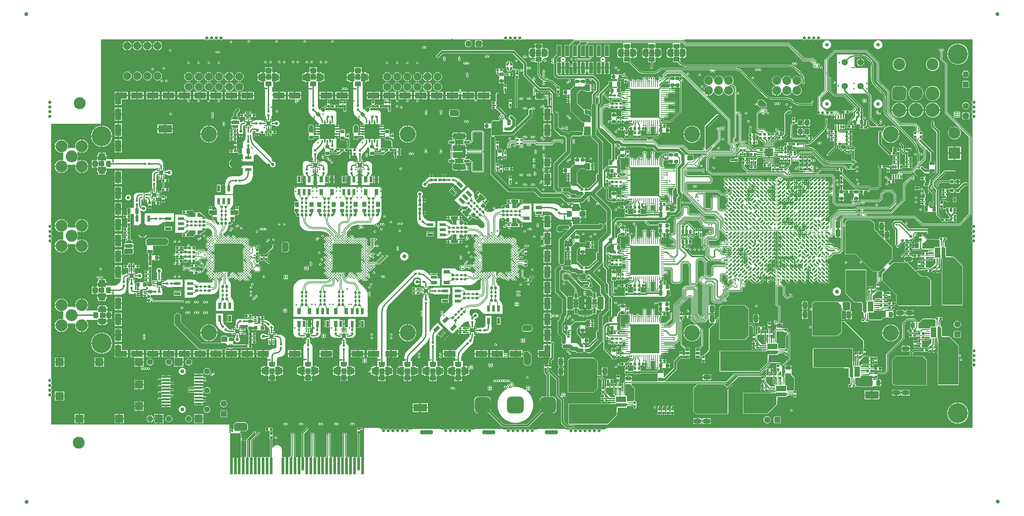
<source format=gtl>
G04*
G04 #@! TF.GenerationSoftware,Altium Limited,Altium Designer,19.1.6 (110)*
G04*
G04 Layer_Physical_Order=1*
G04 Layer_Color=255*
%FSLAX44Y44*%
%MOMM*%
G71*
G01*
G75*
%ADD10C,0.1000*%
%ADD11C,0.2540*%
%ADD12C,0.1500*%
%ADD13C,0.3500*%
%ADD14C,0.3000*%
%ADD15C,0.2000*%
%ADD16C,0.2500*%
G04:AMPARAMS|DCode=21|XSize=1mm|YSize=0.9mm|CornerRadius=0.1125mm|HoleSize=0mm|Usage=FLASHONLY|Rotation=90.000|XOffset=0mm|YOffset=0mm|HoleType=Round|Shape=RoundedRectangle|*
%AMROUNDEDRECTD21*
21,1,1.0000,0.6750,0,0,90.0*
21,1,0.7750,0.9000,0,0,90.0*
1,1,0.2250,0.3375,0.3875*
1,1,0.2250,0.3375,-0.3875*
1,1,0.2250,-0.3375,-0.3875*
1,1,0.2250,-0.3375,0.3875*
%
%ADD21ROUNDEDRECTD21*%
G04:AMPARAMS|DCode=22|XSize=0.5mm|YSize=0.6mm|CornerRadius=0.05mm|HoleSize=0mm|Usage=FLASHONLY|Rotation=0.000|XOffset=0mm|YOffset=0mm|HoleType=Round|Shape=RoundedRectangle|*
%AMROUNDEDRECTD22*
21,1,0.5000,0.5000,0,0,0.0*
21,1,0.4000,0.6000,0,0,0.0*
1,1,0.1000,0.2000,-0.2500*
1,1,0.1000,-0.2000,-0.2500*
1,1,0.1000,-0.2000,0.2500*
1,1,0.1000,0.2000,0.2500*
%
%ADD22ROUNDEDRECTD22*%
G04:AMPARAMS|DCode=23|XSize=0.5mm|YSize=0.6mm|CornerRadius=0.05mm|HoleSize=0mm|Usage=FLASHONLY|Rotation=90.000|XOffset=0mm|YOffset=0mm|HoleType=Round|Shape=RoundedRectangle|*
%AMROUNDEDRECTD23*
21,1,0.5000,0.5000,0,0,90.0*
21,1,0.4000,0.6000,0,0,90.0*
1,1,0.1000,0.2500,0.2000*
1,1,0.1000,0.2500,-0.2000*
1,1,0.1000,-0.2500,-0.2000*
1,1,0.1000,-0.2500,0.2000*
%
%ADD23ROUNDEDRECTD23*%
G04:AMPARAMS|DCode=24|XSize=0.6mm|YSize=0.6mm|CornerRadius=0.06mm|HoleSize=0mm|Usage=FLASHONLY|Rotation=270.000|XOffset=0mm|YOffset=0mm|HoleType=Round|Shape=RoundedRectangle|*
%AMROUNDEDRECTD24*
21,1,0.6000,0.4800,0,0,270.0*
21,1,0.4800,0.6000,0,0,270.0*
1,1,0.1200,-0.2400,-0.2400*
1,1,0.1200,-0.2400,0.2400*
1,1,0.1200,0.2400,0.2400*
1,1,0.1200,0.2400,-0.2400*
%
%ADD24ROUNDEDRECTD24*%
G04:AMPARAMS|DCode=25|XSize=0.6mm|YSize=0.6mm|CornerRadius=0.06mm|HoleSize=0mm|Usage=FLASHONLY|Rotation=0.000|XOffset=0mm|YOffset=0mm|HoleType=Round|Shape=RoundedRectangle|*
%AMROUNDEDRECTD25*
21,1,0.6000,0.4800,0,0,0.0*
21,1,0.4800,0.6000,0,0,0.0*
1,1,0.1200,0.2400,-0.2400*
1,1,0.1200,-0.2400,-0.2400*
1,1,0.1200,-0.2400,0.2400*
1,1,0.1200,0.2400,0.2400*
%
%ADD25ROUNDEDRECTD25*%
G04:AMPARAMS|DCode=26|XSize=0.5mm|YSize=0.6mm|CornerRadius=0.05mm|HoleSize=0mm|Usage=FLASHONLY|Rotation=225.000|XOffset=0mm|YOffset=0mm|HoleType=Round|Shape=RoundedRectangle|*
%AMROUNDEDRECTD26*
21,1,0.5000,0.5000,0,0,225.0*
21,1,0.4000,0.6000,0,0,225.0*
1,1,0.1000,-0.3182,0.0354*
1,1,0.1000,-0.0354,0.3182*
1,1,0.1000,0.3182,-0.0354*
1,1,0.1000,0.0354,-0.3182*
%
%ADD26ROUNDEDRECTD26*%
G04:AMPARAMS|DCode=27|XSize=1mm|YSize=0.9mm|CornerRadius=0.1125mm|HoleSize=0mm|Usage=FLASHONLY|Rotation=0.000|XOffset=0mm|YOffset=0mm|HoleType=Round|Shape=RoundedRectangle|*
%AMROUNDEDRECTD27*
21,1,1.0000,0.6750,0,0,0.0*
21,1,0.7750,0.9000,0,0,0.0*
1,1,0.2250,0.3875,-0.3375*
1,1,0.2250,-0.3875,-0.3375*
1,1,0.2250,-0.3875,0.3375*
1,1,0.2250,0.3875,0.3375*
%
%ADD27ROUNDEDRECTD27*%
G04:AMPARAMS|DCode=28|XSize=1.3mm|YSize=0.8mm|CornerRadius=0.1mm|HoleSize=0mm|Usage=FLASHONLY|Rotation=180.000|XOffset=0mm|YOffset=0mm|HoleType=Round|Shape=RoundedRectangle|*
%AMROUNDEDRECTD28*
21,1,1.3000,0.6000,0,0,180.0*
21,1,1.1000,0.8000,0,0,180.0*
1,1,0.2000,-0.5500,0.3000*
1,1,0.2000,0.5500,0.3000*
1,1,0.2000,0.5500,-0.3000*
1,1,0.2000,-0.5500,-0.3000*
%
%ADD28ROUNDEDRECTD28*%
%ADD29C,0.3500*%
%ADD30R,0.2000X0.2000*%
G04:AMPARAMS|DCode=31|XSize=4.2mm|YSize=4.2mm|CornerRadius=1.05mm|HoleSize=0mm|Usage=FLASHONLY|Rotation=90.000|XOffset=0mm|YOffset=0mm|HoleType=Round|Shape=RoundedRectangle|*
%AMROUNDEDRECTD31*
21,1,4.2000,2.1000,0,0,90.0*
21,1,2.1000,4.2000,0,0,90.0*
1,1,2.1000,1.0500,1.0500*
1,1,2.1000,1.0500,-1.0500*
1,1,2.1000,-1.0500,-1.0500*
1,1,2.1000,-1.0500,1.0500*
%
%ADD31ROUNDEDRECTD31*%
G04:AMPARAMS|DCode=32|XSize=4mm|YSize=4mm|CornerRadius=1mm|HoleSize=0mm|Usage=FLASHONLY|Rotation=90.000|XOffset=0mm|YOffset=0mm|HoleType=Round|Shape=RoundedRectangle|*
%AMROUNDEDRECTD32*
21,1,4.0000,2.0000,0,0,90.0*
21,1,2.0000,4.0000,0,0,90.0*
1,1,2.0000,1.0000,1.0000*
1,1,2.0000,1.0000,-1.0000*
1,1,2.0000,-1.0000,-1.0000*
1,1,2.0000,-1.0000,1.0000*
%
%ADD32ROUNDEDRECTD32*%
%ADD33R,1.0000X2.7500*%
G04:AMPARAMS|DCode=34|XSize=1.3mm|YSize=0.8mm|CornerRadius=0.1mm|HoleSize=0mm|Usage=FLASHONLY|Rotation=270.000|XOffset=0mm|YOffset=0mm|HoleType=Round|Shape=RoundedRectangle|*
%AMROUNDEDRECTD34*
21,1,1.3000,0.6000,0,0,270.0*
21,1,1.1000,0.8000,0,0,270.0*
1,1,0.2000,-0.3000,-0.5500*
1,1,0.2000,-0.3000,0.5500*
1,1,0.2000,0.3000,0.5500*
1,1,0.2000,0.3000,-0.5500*
%
%ADD34ROUNDEDRECTD34*%
%ADD35R,1.6500X0.9000*%
%ADD36R,1.6500X0.7600*%
%ADD37R,3.5000X1.9000*%
%ADD38R,1.0000X1.5500*%
%ADD39R,1.6000X1.2000*%
%ADD40R,1.2000X1.5500*%
%ADD41R,1.2000X1.2000*%
%ADD42R,2.1500X1.2000*%
%ADD43R,1.5500X1.0000*%
%ADD44R,1.2000X1.6000*%
%ADD45R,1.5500X1.2000*%
%ADD46R,1.2000X1.2000*%
%ADD47R,1.2000X2.1500*%
G04:AMPARAMS|DCode=48|XSize=1.4mm|YSize=1.2mm|CornerRadius=0.15mm|HoleSize=0mm|Usage=FLASHONLY|Rotation=270.000|XOffset=0mm|YOffset=0mm|HoleType=Round|Shape=RoundedRectangle|*
%AMROUNDEDRECTD48*
21,1,1.4000,0.9000,0,0,270.0*
21,1,1.1000,1.2000,0,0,270.0*
1,1,0.3000,-0.4500,-0.5500*
1,1,0.3000,-0.4500,0.5500*
1,1,0.3000,0.4500,0.5500*
1,1,0.3000,0.4500,-0.5500*
%
%ADD48ROUNDEDRECTD48*%
G04:AMPARAMS|DCode=49|XSize=0.5mm|YSize=0.6mm|CornerRadius=0.05mm|HoleSize=0mm|Usage=FLASHONLY|Rotation=135.000|XOffset=0mm|YOffset=0mm|HoleType=Round|Shape=RoundedRectangle|*
%AMROUNDEDRECTD49*
21,1,0.5000,0.5000,0,0,135.0*
21,1,0.4000,0.6000,0,0,135.0*
1,1,0.1000,0.0354,0.3182*
1,1,0.1000,0.3182,0.0354*
1,1,0.1000,-0.0354,-0.3182*
1,1,0.1000,-0.3182,-0.0354*
%
%ADD49ROUNDEDRECTD49*%
G04:AMPARAMS|DCode=50|XSize=0.9mm|YSize=1.65mm|CornerRadius=0mm|HoleSize=0mm|Usage=FLASHONLY|Rotation=315.000|XOffset=0mm|YOffset=0mm|HoleType=Round|Shape=Rectangle|*
%AMROTATEDRECTD50*
4,1,4,-0.9016,-0.2652,0.2652,0.9016,0.9016,0.2652,-0.2652,-0.9016,-0.9016,-0.2652,0.0*
%
%ADD50ROTATEDRECTD50*%

G04:AMPARAMS|DCode=51|XSize=0.76mm|YSize=1.65mm|CornerRadius=0mm|HoleSize=0mm|Usage=FLASHONLY|Rotation=315.000|XOffset=0mm|YOffset=0mm|HoleType=Round|Shape=Rectangle|*
%AMROTATEDRECTD51*
4,1,4,-0.8521,-0.3147,0.3147,0.8521,0.8521,0.3147,-0.3147,-0.8521,-0.8521,-0.3147,0.0*
%
%ADD51ROTATEDRECTD51*%

G04:AMPARAMS|DCode=52|XSize=0.6mm|YSize=0.6mm|CornerRadius=0.06mm|HoleSize=0mm|Usage=FLASHONLY|Rotation=225.000|XOffset=0mm|YOffset=0mm|HoleType=Round|Shape=RoundedRectangle|*
%AMROUNDEDRECTD52*
21,1,0.6000,0.4800,0,0,225.0*
21,1,0.4800,0.6000,0,0,225.0*
1,1,0.1200,-0.3394,0.0000*
1,1,0.1200,0.0000,0.3394*
1,1,0.1200,0.3394,0.0000*
1,1,0.1200,0.0000,-0.3394*
%
%ADD52ROUNDEDRECTD52*%
G04:AMPARAMS|DCode=53|XSize=0.9mm|YSize=0.9mm|CornerRadius=0.1125mm|HoleSize=0mm|Usage=FLASHONLY|Rotation=90.000|XOffset=0mm|YOffset=0mm|HoleType=Round|Shape=RoundedRectangle|*
%AMROUNDEDRECTD53*
21,1,0.9000,0.6750,0,0,90.0*
21,1,0.6750,0.9000,0,0,90.0*
1,1,0.2250,0.3375,0.3375*
1,1,0.2250,0.3375,-0.3375*
1,1,0.2250,-0.3375,-0.3375*
1,1,0.2250,-0.3375,0.3375*
%
%ADD53ROUNDEDRECTD53*%
%ADD54R,0.7600X1.6500*%
%ADD55R,0.9000X1.6500*%
G04:AMPARAMS|DCode=56|XSize=0.6mm|YSize=1mm|CornerRadius=0.075mm|HoleSize=0mm|Usage=FLASHONLY|Rotation=0.000|XOffset=0mm|YOffset=0mm|HoleType=Round|Shape=RoundedRectangle|*
%AMROUNDEDRECTD56*
21,1,0.6000,0.8500,0,0,0.0*
21,1,0.4500,1.0000,0,0,0.0*
1,1,0.1500,0.2250,-0.4250*
1,1,0.1500,-0.2250,-0.4250*
1,1,0.1500,-0.2250,0.4250*
1,1,0.1500,0.2250,0.4250*
%
%ADD56ROUNDEDRECTD56*%
%ADD57R,0.4000X1.0000*%
G04:AMPARAMS|DCode=58|XSize=0.6mm|YSize=1mm|CornerRadius=0.075mm|HoleSize=0mm|Usage=FLASHONLY|Rotation=90.000|XOffset=0mm|YOffset=0mm|HoleType=Round|Shape=RoundedRectangle|*
%AMROUNDEDRECTD58*
21,1,0.6000,0.8500,0,0,90.0*
21,1,0.4500,1.0000,0,0,90.0*
1,1,0.1500,0.4250,0.2250*
1,1,0.1500,0.4250,-0.2250*
1,1,0.1500,-0.4250,-0.2250*
1,1,0.1500,-0.4250,0.2250*
%
%ADD58ROUNDEDRECTD58*%
%ADD59C,1.6000*%
%ADD60R,2.0000X0.5000*%
%ADD61R,0.3100X0.3000*%
G04:AMPARAMS|DCode=62|XSize=1mm|YSize=0.9mm|CornerRadius=0.1125mm|HoleSize=0mm|Usage=FLASHONLY|Rotation=315.000|XOffset=0mm|YOffset=0mm|HoleType=Round|Shape=RoundedRectangle|*
%AMROUNDEDRECTD62*
21,1,1.0000,0.6750,0,0,315.0*
21,1,0.7750,0.9000,0,0,315.0*
1,1,0.2250,0.0354,-0.5127*
1,1,0.2250,-0.5127,0.0354*
1,1,0.2250,-0.0354,0.5127*
1,1,0.2250,0.5127,-0.0354*
%
%ADD62ROUNDEDRECTD62*%
%ADD63R,0.4000X0.8000*%
%ADD64R,0.8000X0.4000*%
%ADD65R,3.7000X3.7000*%
G04:AMPARAMS|DCode=66|XSize=1.5mm|YSize=0.71mm|CornerRadius=0.1775mm|HoleSize=0mm|Usage=FLASHONLY|Rotation=180.000|XOffset=0mm|YOffset=0mm|HoleType=Round|Shape=RoundedRectangle|*
%AMROUNDEDRECTD66*
21,1,1.5000,0.3550,0,0,180.0*
21,1,1.1450,0.7100,0,0,180.0*
1,1,0.3550,-0.5725,0.1775*
1,1,0.3550,0.5725,0.1775*
1,1,0.3550,0.5725,-0.1775*
1,1,0.3550,-0.5725,-0.1775*
%
%ADD66ROUNDEDRECTD66*%
G04:AMPARAMS|DCode=67|XSize=3.25mm|YSize=1.5mm|CornerRadius=0.375mm|HoleSize=0mm|Usage=FLASHONLY|Rotation=180.000|XOffset=0mm|YOffset=0mm|HoleType=Round|Shape=RoundedRectangle|*
%AMROUNDEDRECTD67*
21,1,3.2500,0.7500,0,0,180.0*
21,1,2.5000,1.5000,0,0,180.0*
1,1,0.7500,-1.2500,0.3750*
1,1,0.7500,1.2500,0.3750*
1,1,0.7500,1.2500,-0.3750*
1,1,0.7500,-1.2500,-0.3750*
%
%ADD67ROUNDEDRECTD67*%
%ADD68R,0.3500X0.4500*%
%ADD69R,0.4500X0.3500*%
%ADD70R,0.3000X0.3100*%
%ADD71R,0.6000X0.9000*%
%ADD72R,1.5000X0.7500*%
%ADD73R,1.6000X0.7112*%
%ADD74R,2.0000X0.9144*%
G04:AMPARAMS|DCode=75|XSize=2mm|YSize=3.4mm|CornerRadius=0mm|HoleSize=0mm|Usage=FLASHONLY|Rotation=270.000|XOffset=0mm|YOffset=0mm|HoleType=Round|Shape=Octagon|*
%AMOCTAGOND75*
4,1,8,1.7000,0.5000,1.7000,-0.5000,1.2000,-1.0000,-1.2000,-1.0000,-1.7000,-0.5000,-1.7000,0.5000,-1.2000,1.0000,1.2000,1.0000,1.7000,0.5000,0.0*
%
%ADD75OCTAGOND75*%

%ADD76R,0.7000X0.3000*%
%ADD77R,0.7000X1.6000*%
%ADD78R,0.7112X1.6000*%
%ADD79R,0.9144X2.0000*%
G04:AMPARAMS|DCode=80|XSize=2mm|YSize=3.4mm|CornerRadius=0mm|HoleSize=0mm|Usage=FLASHONLY|Rotation=0.000|XOffset=0mm|YOffset=0mm|HoleType=Round|Shape=Octagon|*
%AMOCTAGOND80*
4,1,8,-0.5000,1.7000,0.5000,1.7000,1.0000,1.2000,1.0000,-1.2000,0.5000,-1.7000,-0.5000,-1.7000,-1.0000,-1.2000,-1.0000,1.2000,-0.5000,1.7000,0.0*
%
%ADD80OCTAGOND80*%

G04:AMPARAMS|DCode=81|XSize=1.3mm|YSize=0.8mm|CornerRadius=0.1mm|HoleSize=0mm|Usage=FLASHONLY|Rotation=225.000|XOffset=0mm|YOffset=0mm|HoleType=Round|Shape=RoundedRectangle|*
%AMROUNDEDRECTD81*
21,1,1.3000,0.6000,0,0,225.0*
21,1,1.1000,0.8000,0,0,225.0*
1,1,0.2000,-0.6010,-0.1768*
1,1,0.2000,0.1768,0.6010*
1,1,0.2000,0.6010,0.1768*
1,1,0.2000,-0.1768,-0.6010*
%
%ADD81ROUNDEDRECTD81*%
G04:AMPARAMS|DCode=82|XSize=1.8mm|YSize=1.15mm|CornerRadius=0.1438mm|HoleSize=0mm|Usage=FLASHONLY|Rotation=90.000|XOffset=0mm|YOffset=0mm|HoleType=Round|Shape=RoundedRectangle|*
%AMROUNDEDRECTD82*
21,1,1.8000,0.8625,0,0,90.0*
21,1,1.5125,1.1500,0,0,90.0*
1,1,0.2875,0.4313,0.7563*
1,1,0.2875,0.4313,-0.7563*
1,1,0.2875,-0.4313,-0.7563*
1,1,0.2875,-0.4313,0.7563*
%
%ADD82ROUNDEDRECTD82*%
G04:AMPARAMS|DCode=83|XSize=1.8mm|YSize=1.15mm|CornerRadius=0.1438mm|HoleSize=0mm|Usage=FLASHONLY|Rotation=180.000|XOffset=0mm|YOffset=0mm|HoleType=Round|Shape=RoundedRectangle|*
%AMROUNDEDRECTD83*
21,1,1.8000,0.8625,0,0,180.0*
21,1,1.5125,1.1500,0,0,180.0*
1,1,0.2875,-0.7563,0.4313*
1,1,0.2875,0.7563,0.4313*
1,1,0.2875,0.7563,-0.4313*
1,1,0.2875,-0.7563,-0.4313*
%
%ADD83ROUNDEDRECTD83*%
G04:AMPARAMS|DCode=84|XSize=1.4mm|YSize=1mm|CornerRadius=0.125mm|HoleSize=0mm|Usage=FLASHONLY|Rotation=270.000|XOffset=0mm|YOffset=0mm|HoleType=Round|Shape=RoundedRectangle|*
%AMROUNDEDRECTD84*
21,1,1.4000,0.7500,0,0,270.0*
21,1,1.1500,1.0000,0,0,270.0*
1,1,0.2500,-0.3750,-0.5750*
1,1,0.2500,-0.3750,0.5750*
1,1,0.2500,0.3750,0.5750*
1,1,0.2500,0.3750,-0.5750*
%
%ADD84ROUNDEDRECTD84*%
G04:AMPARAMS|DCode=85|XSize=1.4mm|YSize=1mm|CornerRadius=0.125mm|HoleSize=0mm|Usage=FLASHONLY|Rotation=0.000|XOffset=0mm|YOffset=0mm|HoleType=Round|Shape=RoundedRectangle|*
%AMROUNDEDRECTD85*
21,1,1.4000,0.7500,0,0,0.0*
21,1,1.1500,1.0000,0,0,0.0*
1,1,0.2500,0.5750,-0.3750*
1,1,0.2500,-0.5750,-0.3750*
1,1,0.2500,-0.5750,0.3750*
1,1,0.2500,0.5750,0.3750*
%
%ADD85ROUNDEDRECTD85*%
%ADD86R,5.0000X4.0000*%
%ADD87R,4.0000X5.0000*%
%ADD88R,0.3000X0.8500*%
%ADD89R,0.8500X0.3000*%
%ADD90R,2.1000X2.1000*%
%ADD91O,0.2400X0.7500*%
%ADD92O,0.7500X0.2400*%
%ADD93R,7.4000X7.4000*%
%ADD94R,0.3500X0.3000*%
%ADD95C,0.5000*%
G04:AMPARAMS|DCode=96|XSize=0.6mm|YSize=0.6mm|CornerRadius=0.06mm|HoleSize=0mm|Usage=FLASHONLY|Rotation=315.000|XOffset=0mm|YOffset=0mm|HoleType=Round|Shape=RoundedRectangle|*
%AMROUNDEDRECTD96*
21,1,0.6000,0.4800,0,0,315.0*
21,1,0.4800,0.6000,0,0,315.0*
1,1,0.1200,0.0000,-0.3394*
1,1,0.1200,-0.3394,0.0000*
1,1,0.1200,0.0000,0.3394*
1,1,0.1200,0.3394,0.0000*
%
%ADD96ROUNDEDRECTD96*%
G04:AMPARAMS|DCode=97|XSize=1mm|YSize=0.9mm|CornerRadius=0.1125mm|HoleSize=0mm|Usage=FLASHONLY|Rotation=225.000|XOffset=0mm|YOffset=0mm|HoleType=Round|Shape=RoundedRectangle|*
%AMROUNDEDRECTD97*
21,1,1.0000,0.6750,0,0,225.0*
21,1,0.7750,0.9000,0,0,225.0*
1,1,0.2250,-0.5127,-0.0354*
1,1,0.2250,0.0354,0.5127*
1,1,0.2250,0.5127,0.0354*
1,1,0.2250,-0.0354,-0.5127*
%
%ADD97ROUNDEDRECTD97*%
G04:AMPARAMS|DCode=98|XSize=0.76mm|YSize=1.65mm|CornerRadius=0mm|HoleSize=0mm|Usage=FLASHONLY|Rotation=225.000|XOffset=0mm|YOffset=0mm|HoleType=Round|Shape=Rectangle|*
%AMROTATEDRECTD98*
4,1,4,-0.3147,0.8521,0.8521,-0.3147,0.3147,-0.8521,-0.8521,0.3147,-0.3147,0.8521,0.0*
%
%ADD98ROTATEDRECTD98*%

G04:AMPARAMS|DCode=99|XSize=0.25mm|YSize=0.475mm|CornerRadius=0.0625mm|HoleSize=0mm|Usage=FLASHONLY|Rotation=0.000|XOffset=0mm|YOffset=0mm|HoleType=Round|Shape=RoundedRectangle|*
%AMROUNDEDRECTD99*
21,1,0.2500,0.3500,0,0,0.0*
21,1,0.1250,0.4750,0,0,0.0*
1,1,0.1250,0.0625,-0.1750*
1,1,0.1250,-0.0625,-0.1750*
1,1,0.1250,-0.0625,0.1750*
1,1,0.1250,0.0625,0.1750*
%
%ADD99ROUNDEDRECTD99*%
G04:AMPARAMS|DCode=100|XSize=0.25mm|YSize=0.475mm|CornerRadius=0.0625mm|HoleSize=0mm|Usage=FLASHONLY|Rotation=270.000|XOffset=0mm|YOffset=0mm|HoleType=Round|Shape=RoundedRectangle|*
%AMROUNDEDRECTD100*
21,1,0.2500,0.3500,0,0,270.0*
21,1,0.1250,0.4750,0,0,270.0*
1,1,0.1250,-0.1750,-0.0625*
1,1,0.1250,-0.1750,0.0625*
1,1,0.1250,0.1750,0.0625*
1,1,0.1250,0.1750,-0.0625*
%
%ADD100ROUNDEDRECTD100*%
%ADD101R,1.1000X1.1000*%
%ADD102R,1.1000X1.1000*%
G04:AMPARAMS|DCode=103|XSize=0.25mm|YSize=1mm|CornerRadius=0.0625mm|HoleSize=0mm|Usage=FLASHONLY|Rotation=0.000|XOffset=0mm|YOffset=0mm|HoleType=Round|Shape=RoundedRectangle|*
%AMROUNDEDRECTD103*
21,1,0.2500,0.8750,0,0,0.0*
21,1,0.1250,1.0000,0,0,0.0*
1,1,0.1250,0.0625,-0.4375*
1,1,0.1250,-0.0625,-0.4375*
1,1,0.1250,-0.0625,0.4375*
1,1,0.1250,0.0625,0.4375*
%
%ADD103ROUNDEDRECTD103*%
G04:AMPARAMS|DCode=104|XSize=0.25mm|YSize=1mm|CornerRadius=0.0625mm|HoleSize=0mm|Usage=FLASHONLY|Rotation=270.000|XOffset=0mm|YOffset=0mm|HoleType=Round|Shape=RoundedRectangle|*
%AMROUNDEDRECTD104*
21,1,0.2500,0.8750,0,0,270.0*
21,1,0.1250,1.0000,0,0,270.0*
1,1,0.1250,-0.4375,-0.0625*
1,1,0.1250,-0.4375,0.0625*
1,1,0.1250,0.4375,0.0625*
1,1,0.1250,0.4375,-0.0625*
%
%ADD104ROUNDEDRECTD104*%
%ADD105R,1.4000X2.5500*%
%ADD106R,0.9000X2.5500*%
%ADD107R,2.5500X1.4000*%
%ADD108R,2.5500X0.9000*%
G04:AMPARAMS|DCode=109|XSize=3.25mm|YSize=1.5mm|CornerRadius=0.375mm|HoleSize=0mm|Usage=FLASHONLY|Rotation=90.000|XOffset=0mm|YOffset=0mm|HoleType=Round|Shape=RoundedRectangle|*
%AMROUNDEDRECTD109*
21,1,3.2500,0.7500,0,0,90.0*
21,1,2.5000,1.5000,0,0,90.0*
1,1,0.7500,0.3750,1.2500*
1,1,0.7500,0.3750,-1.2500*
1,1,0.7500,-0.3750,-1.2500*
1,1,0.7500,-0.3750,1.2500*
%
%ADD109ROUNDEDRECTD109*%
G04:AMPARAMS|DCode=110|XSize=1.5mm|YSize=0.71mm|CornerRadius=0.1775mm|HoleSize=0mm|Usage=FLASHONLY|Rotation=90.000|XOffset=0mm|YOffset=0mm|HoleType=Round|Shape=RoundedRectangle|*
%AMROUNDEDRECTD110*
21,1,1.5000,0.3550,0,0,90.0*
21,1,1.1450,0.7100,0,0,90.0*
1,1,0.3550,0.1775,0.5725*
1,1,0.3550,0.1775,-0.5725*
1,1,0.3550,-0.1775,-0.5725*
1,1,0.3550,-0.1775,0.5725*
%
%ADD110ROUNDEDRECTD110*%
%ADD111R,7.0000X7.0000*%
%ADD222C,0.3250*%
%ADD223C,0.4000*%
%ADD224C,0.1400*%
%ADD225C,0.1100*%
%ADD226C,0.1900*%
%ADD227C,1.5000*%
%ADD228C,1.0000*%
%ADD229R,3.0000X1.5000*%
%ADD230R,1.5000X3.0000*%
%ADD231R,1.5000X2.0000*%
%ADD232R,2.0000X0.5000*%
%ADD233R,0.5000X3.0000*%
%ADD234R,2.0000X1.5000*%
%ADD235R,0.7000X4.2000*%
%ADD236R,0.7000X3.2000*%
%ADD237C,1.0000*%
%ADD238C,0.6000*%
%ADD239C,1.5000*%
%ADD240C,0.8000*%
%ADD241C,0.5000*%
%ADD242C,0.2400*%
%ADD243C,1.2000*%
%ADD244C,0.7000*%
%ADD245C,0.3090*%
%ADD246C,0.4300*%
%ADD247C,0.8000*%
G04:AMPARAMS|DCode=248|XSize=1mm|YSize=3.2mm|CornerRadius=0.25mm|HoleSize=0mm|Usage=FLASHONLY|Rotation=270.000|XOffset=0mm|YOffset=0mm|HoleType=Round|Shape=RoundedRectangle|*
%AMROUNDEDRECTD248*
21,1,1.0000,2.7000,0,0,270.0*
21,1,0.5000,3.2000,0,0,270.0*
1,1,0.5000,-1.3500,-0.2500*
1,1,0.5000,-1.3500,0.2500*
1,1,0.5000,1.3500,0.2500*
1,1,0.5000,1.3500,-0.2500*
%
%ADD248ROUNDEDRECTD248*%
%ADD249C,3.0000*%
G04:AMPARAMS|DCode=250|XSize=1.524mm|YSize=1.524mm|CornerRadius=0.1905mm|HoleSize=0mm|Usage=FLASHONLY|Rotation=270.000|XOffset=0mm|YOffset=0mm|HoleType=Round|Shape=RoundedRectangle|*
%AMROUNDEDRECTD250*
21,1,1.5240,1.1430,0,0,270.0*
21,1,1.1430,1.5240,0,0,270.0*
1,1,0.3810,-0.5715,-0.5715*
1,1,0.3810,-0.5715,0.5715*
1,1,0.3810,0.5715,0.5715*
1,1,0.3810,0.5715,-0.5715*
%
%ADD250ROUNDEDRECTD250*%
G04:AMPARAMS|DCode=251|XSize=1.524mm|YSize=1.524mm|CornerRadius=0.1905mm|HoleSize=0mm|Usage=FLASHONLY|Rotation=180.000|XOffset=0mm|YOffset=0mm|HoleType=Round|Shape=RoundedRectangle|*
%AMROUNDEDRECTD251*
21,1,1.5240,1.1430,0,0,180.0*
21,1,1.1430,1.5240,0,0,180.0*
1,1,0.3810,-0.5715,0.5715*
1,1,0.3810,0.5715,0.5715*
1,1,0.3810,0.5715,-0.5715*
1,1,0.3810,-0.5715,-0.5715*
%
%ADD251ROUNDEDRECTD251*%
%ADD252C,0.9000*%
%ADD253C,2.0000*%
%ADD254C,4.0000*%
%ADD255R,2.0000X2.0000*%
%ADD256C,2.2000*%
%ADD257C,5.0000*%
%ADD258R,3.0000X3.0000*%
G04:AMPARAMS|DCode=259|XSize=3.5mm|YSize=3.5mm|CornerRadius=0.875mm|HoleSize=0mm|Usage=FLASHONLY|Rotation=180.000|XOffset=0mm|YOffset=0mm|HoleType=Round|Shape=RoundedRectangle|*
%AMROUNDEDRECTD259*
21,1,3.5000,1.7500,0,0,180.0*
21,1,1.7500,3.5000,0,0,180.0*
1,1,1.7500,-0.8750,0.8750*
1,1,1.7500,0.8750,0.8750*
1,1,1.7500,0.8750,-0.8750*
1,1,1.7500,-0.8750,-0.8750*
%
%ADD259ROUNDEDRECTD259*%
%ADD260C,3.5000*%
%ADD261C,0.4000*%
G36*
X2321941Y954220D02*
X2321395Y953855D01*
X2320290Y952201D01*
X2319902Y950250D01*
X2320290Y948299D01*
X2321395Y946645D01*
X2321941Y946280D01*
Y942470D01*
X2321395Y942105D01*
X2320290Y940451D01*
X2319902Y938500D01*
X2320290Y936549D01*
X2321395Y934895D01*
X2321941Y934530D01*
Y930470D01*
X2321395Y930105D01*
X2320290Y928451D01*
X2319902Y926500D01*
X2320290Y924549D01*
X2321395Y922895D01*
X2321941Y922530D01*
Y918470D01*
X2321395Y918105D01*
X2320290Y916451D01*
X2319902Y914500D01*
X2320290Y912549D01*
X2321395Y910895D01*
X2321941Y910530D01*
Y641512D01*
X2321145Y640980D01*
X2320040Y639326D01*
X2319652Y637375D01*
X2320040Y635424D01*
X2321145Y633770D01*
X2321941Y633238D01*
Y629512D01*
X2321145Y628980D01*
X2320040Y627326D01*
X2319652Y625375D01*
X2320040Y623424D01*
X2321145Y621770D01*
X2321941Y621238D01*
Y617512D01*
X2321145Y616980D01*
X2320040Y615326D01*
X2319652Y613375D01*
X2320040Y611424D01*
X2321145Y609770D01*
X2321941Y609238D01*
Y605762D01*
X2321145Y605230D01*
X2320040Y603576D01*
X2319652Y601625D01*
X2320040Y599674D01*
X2321145Y598020D01*
X2321941Y597488D01*
Y328470D01*
X2321395Y328105D01*
X2320290Y326451D01*
X2319902Y324500D01*
X2320290Y322549D01*
X2321395Y320895D01*
X2321941Y320530D01*
Y316470D01*
X2321395Y316105D01*
X2320290Y314451D01*
X2319902Y312500D01*
X2320290Y310549D01*
X2321395Y308895D01*
X2321941Y308530D01*
Y304470D01*
X2321395Y304105D01*
X2320290Y302451D01*
X2319902Y300500D01*
X2320290Y298549D01*
X2321395Y296895D01*
X2321941Y296530D01*
Y292720D01*
X2321395Y292355D01*
X2320290Y290701D01*
X2319902Y288750D01*
X2320290Y286799D01*
X2321395Y285145D01*
X2321941Y284780D01*
Y130559D01*
X1408000D01*
X1407925Y130544D01*
X1407850Y130555D01*
X1406135Y130471D01*
X1405915Y130416D01*
X1405688D01*
X1402323Y129746D01*
X1402045Y129631D01*
X1401750Y129572D01*
X1398580Y128259D01*
X1398330Y128092D01*
X1398051Y127977D01*
X1395835Y126496D01*
X1386512D01*
X1386105Y127105D01*
X1384451Y128210D01*
X1382500Y128598D01*
X1380549Y128210D01*
X1378895Y127105D01*
X1378489Y126496D01*
X1374512D01*
X1374105Y127105D01*
X1372451Y128210D01*
X1370500Y128598D01*
X1368549Y128210D01*
X1366895Y127105D01*
X1366488Y126496D01*
X1362511D01*
X1362105Y127105D01*
X1360451Y128210D01*
X1358500Y128598D01*
X1356549Y128210D01*
X1354895Y127105D01*
X1354489Y126496D01*
X1350511D01*
X1350105Y127105D01*
X1348451Y128210D01*
X1346500Y128598D01*
X1344549Y128210D01*
X1342895Y127105D01*
X1342489Y126496D01*
X1338511D01*
X1338105Y127105D01*
X1336451Y128210D01*
X1334500Y128598D01*
X1332549Y128210D01*
X1330895Y127105D01*
X1330488Y126496D01*
X1326511D01*
X1326105Y127105D01*
X1324451Y128210D01*
X1322500Y128598D01*
X1320549Y128210D01*
X1318895Y127105D01*
X1318488Y126496D01*
X1314761D01*
X1314355Y127105D01*
X1312701Y128210D01*
X1310750Y128598D01*
X1308799Y128210D01*
X1307145Y127105D01*
X1306738Y126496D01*
X1299671D01*
X1298786Y127175D01*
X1296719Y128031D01*
X1294500Y128323D01*
X1229500D01*
X1227281Y128031D01*
X1225213Y127175D01*
X1224329Y126496D01*
X1217261D01*
X1216854Y127105D01*
X1215200Y128210D01*
X1213250Y128598D01*
X1211299Y128210D01*
X1209645Y127105D01*
X1209238Y126496D01*
X1205511D01*
X1205104Y127105D01*
X1203450Y128210D01*
X1201499Y128598D01*
X1199549Y128210D01*
X1197895Y127105D01*
X1197488Y126496D01*
X1193511D01*
X1193104Y127105D01*
X1191450Y128210D01*
X1189499Y128598D01*
X1187549Y128210D01*
X1185895Y127105D01*
X1185488Y126496D01*
X1181511D01*
X1181104Y127105D01*
X1179450Y128210D01*
X1177499Y128598D01*
X1175548Y128210D01*
X1173895Y127105D01*
X1173488Y126496D01*
X1169511D01*
X1169104Y127105D01*
X1167450Y128210D01*
X1165499Y128598D01*
X1163549Y128210D01*
X1161895Y127105D01*
X1161488Y126496D01*
X1157511D01*
X1157104Y127105D01*
X1155450Y128210D01*
X1153499Y128598D01*
X1151548Y128210D01*
X1149895Y127105D01*
X1149488Y126496D01*
X1142420D01*
X1141536Y127175D01*
X1139468Y128031D01*
X1137249Y128323D01*
X1072249D01*
X1070030Y128031D01*
X1067962Y127175D01*
X1067078Y126496D01*
X1060010D01*
X1059604Y127105D01*
X1057950Y128210D01*
X1055999Y128598D01*
X1054048Y128210D01*
X1052394Y127105D01*
X1051987Y126496D01*
X1048260D01*
X1047854Y127105D01*
X1046200Y128210D01*
X1044249Y128598D01*
X1042298Y128210D01*
X1040644Y127105D01*
X1040237Y126496D01*
X1036260D01*
X1035854Y127105D01*
X1034200Y128210D01*
X1032249Y128598D01*
X1030298Y128210D01*
X1028644Y127105D01*
X1028237Y126496D01*
X1024260D01*
X1023854Y127105D01*
X1022200Y128210D01*
X1020249Y128598D01*
X1018298Y128210D01*
X1016644Y127105D01*
X1016237Y126496D01*
X1012260D01*
X1011854Y127105D01*
X1010200Y128210D01*
X1008249Y128598D01*
X1006298Y128210D01*
X1004644Y127105D01*
X1004237Y126496D01*
X1000260D01*
X999854Y127105D01*
X998200Y128210D01*
X996249Y128598D01*
X994298Y128210D01*
X992644Y127105D01*
X992237Y126496D01*
X985170D01*
X984285Y127175D01*
X982217Y128031D01*
X979999Y128323D01*
X914999D01*
X912780Y128031D01*
X910712Y127175D01*
X909828Y126496D01*
X902760D01*
X902353Y127105D01*
X900699Y128210D01*
X898748Y128598D01*
X896797Y128210D01*
X895144Y127105D01*
X894737Y126496D01*
X891010D01*
X890603Y127105D01*
X888949Y128210D01*
X886998Y128598D01*
X885047Y128210D01*
X883393Y127105D01*
X882987Y126496D01*
X879010D01*
X878603Y127105D01*
X876949Y128210D01*
X874998Y128598D01*
X873047Y128210D01*
X871394Y127105D01*
X870987Y126496D01*
X867010D01*
X866603Y127105D01*
X864949Y128210D01*
X862998Y128598D01*
X861047Y128210D01*
X859393Y127105D01*
X858987Y126496D01*
X855010D01*
X854603Y127105D01*
X852949Y128210D01*
X850998Y128598D01*
X849047Y128210D01*
X847393Y127105D01*
X846987Y126496D01*
X843010D01*
X842603Y127105D01*
X840949Y128210D01*
X838998Y128598D01*
X837047Y128210D01*
X835393Y127105D01*
X834987Y126496D01*
X832559D01*
Y127500D01*
X832326Y128670D01*
X831663Y129663D01*
X830670Y130326D01*
X829500Y130559D01*
X793000D01*
X791830Y130326D01*
X790837Y129663D01*
X790174Y128670D01*
X789941Y127500D01*
Y57500D01*
X788000D01*
Y35000D01*
X785000D01*
Y57500D01*
X781500D01*
X780437Y57000D01*
X780074D01*
X779176Y57898D01*
Y114524D01*
X779524Y114593D01*
X780054Y114946D01*
X780407Y115476D01*
X780531Y116100D01*
Y120900D01*
X780407Y121524D01*
X780054Y122054D01*
X780000Y122089D01*
Y124911D01*
X780054Y124946D01*
X780407Y125476D01*
X780476Y125824D01*
X782856D01*
X783080Y125674D01*
X784250Y125441D01*
X785421Y125674D01*
X786413Y126337D01*
X787076Y127330D01*
X787309Y128500D01*
X787076Y129670D01*
X786413Y130663D01*
X785421Y131326D01*
X784250Y131559D01*
X783080Y131326D01*
X782856Y131176D01*
X780476D01*
X780407Y131524D01*
X780054Y132053D01*
X779524Y132407D01*
X778900Y132531D01*
X774100D01*
X773476Y132407D01*
X772946Y132053D01*
X772593Y131524D01*
X772469Y130900D01*
Y126100D01*
X772593Y125476D01*
X772946Y124946D01*
X773000Y124911D01*
Y122089D01*
X772946Y122054D01*
X772593Y121524D01*
X772469Y120900D01*
Y116100D01*
X772593Y115476D01*
X772946Y114946D01*
X773476Y114593D01*
X773824Y114524D01*
Y57000D01*
X772270D01*
X772000Y57000D01*
X771000D01*
X770730Y57000D01*
X762563D01*
X761500Y57500D01*
Y57500D01*
X761500Y57500D01*
X758000D01*
Y35000D01*
X755000D01*
Y57500D01*
X751500D01*
Y57500D01*
X751000Y57000D01*
X748794D01*
Y57500D01*
X748620Y58378D01*
X748122Y59122D01*
X748122Y59122D01*
X746294Y60950D01*
Y113033D01*
X746826Y113829D01*
X747059Y115000D01*
X746826Y116171D01*
X746163Y117163D01*
X745171Y117826D01*
X744000Y118059D01*
X742830Y117826D01*
X741837Y117163D01*
X741163D01*
X740171Y117826D01*
X739000Y118059D01*
X737830Y117826D01*
X736837Y117163D01*
X736174Y116171D01*
X735941Y115000D01*
X736174Y113829D01*
X736706Y113033D01*
Y60950D01*
X734878Y59122D01*
X734381Y58378D01*
X734206Y57500D01*
Y57000D01*
X732563D01*
X731500Y57500D01*
Y57500D01*
X731500Y57500D01*
X728000D01*
Y35000D01*
X725000D01*
Y57500D01*
X722770D01*
X721500Y57500D01*
Y57500D01*
X721500D01*
Y57500D01*
X718000D01*
Y35000D01*
X715000D01*
Y57500D01*
X711500D01*
Y57500D01*
X711000Y57000D01*
X708794D01*
Y57500D01*
X708620Y58378D01*
X708122Y59122D01*
X708122Y59122D01*
X706294Y60950D01*
Y113033D01*
X706826Y113829D01*
X707059Y115000D01*
X706826Y116171D01*
X706163Y117163D01*
X705171Y117826D01*
X704000Y118059D01*
X702830Y117826D01*
X701837Y117163D01*
X701163D01*
X700171Y117826D01*
X699000Y118059D01*
X697830Y117826D01*
X696837Y117163D01*
X696174Y116171D01*
X695941Y115000D01*
X696174Y113829D01*
X696706Y113033D01*
Y60950D01*
X694878Y59122D01*
X694381Y58378D01*
X694206Y57500D01*
Y57000D01*
X692563D01*
X691500Y57500D01*
Y57500D01*
X691500Y57500D01*
X688000D01*
Y35000D01*
X685000D01*
Y57500D01*
X682770D01*
X681500Y57500D01*
Y57500D01*
X681500D01*
Y57500D01*
X678000D01*
Y35000D01*
X675000D01*
Y57500D01*
X671500D01*
Y57500D01*
X671000Y57000D01*
X668794D01*
Y57500D01*
X668620Y58378D01*
X668122Y59122D01*
X668122Y59122D01*
X666294Y60950D01*
Y113034D01*
X666826Y113830D01*
X667059Y115000D01*
X666826Y116171D01*
X666163Y117163D01*
X665171Y117826D01*
X664000Y118059D01*
X662830Y117826D01*
X661837Y117163D01*
X661163D01*
X660171Y117826D01*
X659000Y118059D01*
X657830Y117826D01*
X656837Y117163D01*
X656174Y116171D01*
X655941Y115000D01*
X656174Y113830D01*
X656706Y113034D01*
Y60950D01*
X654878Y59122D01*
X654381Y58378D01*
X654206Y57500D01*
Y57000D01*
X652563D01*
X651500Y57500D01*
Y57500D01*
X651500Y57500D01*
X648000D01*
Y35000D01*
X645000D01*
Y57500D01*
X641500D01*
X640437Y57000D01*
X640075D01*
X639177Y57898D01*
Y116391D01*
X648657Y125872D01*
X648921Y125924D01*
X649913Y126587D01*
X650576Y127579D01*
X650809Y128750D01*
X650576Y129921D01*
X649913Y130913D01*
X648921Y131576D01*
X647750Y131809D01*
X646580Y131576D01*
X645587Y130913D01*
X644924Y129921D01*
X644872Y129657D01*
X634608Y119393D01*
X634027Y118524D01*
X633824Y117500D01*
X633824Y117500D01*
Y57898D01*
X632926Y57000D01*
X632563D01*
X631500Y57500D01*
X630937Y57500D01*
X628000D01*
Y35000D01*
X625000D01*
Y57500D01*
X621500D01*
Y57500D01*
X621000Y57000D01*
X618794D01*
Y57500D01*
X618619Y58378D01*
X618122Y59122D01*
X618122Y59122D01*
X616294Y60950D01*
Y113034D01*
X616826Y113830D01*
X617059Y115000D01*
X616826Y116171D01*
X616163Y117163D01*
X615171Y117826D01*
X614000Y118059D01*
X612830Y117826D01*
X611837Y117163D01*
X611163D01*
X610171Y117826D01*
X609000Y118059D01*
X607830Y117826D01*
X606837Y117163D01*
X606174Y116171D01*
X605941Y115000D01*
X606174Y113830D01*
X606706Y113034D01*
Y60950D01*
X604878Y59122D01*
X604381Y58378D01*
X604206Y57500D01*
Y57000D01*
X602563D01*
X601500Y57500D01*
Y57500D01*
X601500Y57500D01*
X598000D01*
Y35000D01*
X595000D01*
Y57500D01*
X591500D01*
Y57500D01*
X591000Y57000D01*
X584059D01*
Y74500D01*
X584039Y74599D01*
X584052Y74700D01*
X583971Y75940D01*
X583893Y76231D01*
X583873Y76532D01*
X583231Y78927D01*
X583054Y79286D01*
X582926Y79665D01*
X581686Y81812D01*
X581422Y82113D01*
X581200Y82446D01*
X579446Y84200D01*
X579113Y84422D01*
X578812Y84686D01*
X576665Y85926D01*
X576286Y86054D01*
X575927Y86231D01*
X573532Y86873D01*
X573132Y86899D01*
X572740Y86977D01*
X570260D01*
X569868Y86899D01*
X569468Y86873D01*
X567073Y86231D01*
X566714Y86054D01*
X566335Y85926D01*
X564187Y84686D01*
X563887Y84422D01*
X563554Y84200D01*
X561800Y82446D01*
X561578Y82113D01*
X561314Y81812D01*
X560447Y80309D01*
X559176Y80650D01*
Y102024D01*
X559524Y102093D01*
X560054Y102446D01*
X560407Y102976D01*
X560531Y103600D01*
Y108400D01*
X560407Y109024D01*
X560054Y109554D01*
X560000Y109589D01*
Y112411D01*
X560054Y112446D01*
X560407Y112976D01*
X560531Y113600D01*
Y118400D01*
X560407Y119024D01*
X560054Y119554D01*
X559520Y120122D01*
X559501Y121207D01*
X559559Y121500D01*
X559501Y121793D01*
X559520Y122878D01*
X560054Y123447D01*
X560407Y123976D01*
X560531Y124600D01*
Y129400D01*
X560407Y130024D01*
X560054Y130554D01*
X559524Y130907D01*
X558900Y131031D01*
X554100D01*
X553476Y130907D01*
X552947Y130554D01*
X552911Y130500D01*
X550691D01*
X550414Y130914D01*
X549719Y131378D01*
X548900Y131541D01*
X548000D01*
Y127000D01*
Y122459D01*
X548900D01*
X549719Y122622D01*
X550414Y123086D01*
X550691Y123500D01*
X552701D01*
X553136Y123129D01*
X553483Y122726D01*
X553500Y121793D01*
X553441Y121500D01*
X553500Y121207D01*
X553480Y120122D01*
X552947Y119553D01*
X552593Y119024D01*
X552469Y118400D01*
Y113600D01*
X552593Y112976D01*
X552947Y112446D01*
X553000Y112411D01*
Y109589D01*
X552947Y109554D01*
X552593Y109024D01*
X552469Y108400D01*
Y103600D01*
X552593Y102976D01*
X552947Y102446D01*
X553476Y102093D01*
X553824Y102024D01*
Y57000D01*
X552000D01*
Y57000D01*
X551000D01*
Y57000D01*
X542000D01*
Y57000D01*
X541000D01*
Y57000D01*
X532000D01*
Y57000D01*
X531000D01*
Y57000D01*
X522563D01*
X521500Y57500D01*
Y57500D01*
X521500Y57500D01*
X518000D01*
Y35000D01*
X515000D01*
Y57500D01*
X511500D01*
Y57500D01*
X511000Y57000D01*
X508794D01*
Y97550D01*
X526857Y115612D01*
X527795Y115799D01*
X528788Y116462D01*
X529451Y117454D01*
X529684Y118625D01*
X529451Y119796D01*
X528788Y120788D01*
X527795Y121451D01*
X526625Y121684D01*
X525454Y121451D01*
X524462Y120788D01*
X523799Y119796D01*
X523612Y118857D01*
X504878Y100122D01*
X504381Y99378D01*
X504206Y98500D01*
Y57000D01*
X502000D01*
Y57000D01*
X501000D01*
Y57000D01*
X498794D01*
Y99050D01*
X515482Y115737D01*
X516421Y115924D01*
X517413Y116587D01*
X518076Y117579D01*
X518309Y118750D01*
X518076Y119921D01*
X517413Y120913D01*
X516421Y121576D01*
X515250Y121809D01*
X514080Y121576D01*
X513087Y120913D01*
X512424Y119921D01*
X512237Y118982D01*
X494878Y101622D01*
X494381Y100878D01*
X494206Y100000D01*
Y57000D01*
X492563D01*
X491500Y57500D01*
Y57500D01*
X491500Y57500D01*
X488000D01*
Y35000D01*
X485000D01*
Y57500D01*
X481500D01*
X481083Y58597D01*
X481083Y98000D01*
X482895D01*
X483470Y97616D01*
X484250Y97461D01*
X485250D01*
Y101500D01*
Y105539D01*
X484250D01*
X483470Y105384D01*
X482895Y105000D01*
X481083D01*
X481083Y117000D01*
X480766Y117765D01*
X480000Y118082D01*
X479000Y118082D01*
Y121668D01*
X492500Y121668D01*
X492500Y121668D01*
X493265Y121985D01*
X497515Y126235D01*
X497832Y127000D01*
X497832Y138750D01*
X497832Y138750D01*
X497515Y139515D01*
X497515Y139515D01*
X497004Y140027D01*
X496913Y140163D01*
X496777Y140254D01*
X492765Y144265D01*
X492765Y144265D01*
X492000Y144582D01*
X468500Y144582D01*
X467735Y144265D01*
X467735Y144265D01*
X462985Y139515D01*
X462668Y138750D01*
X462668Y128968D01*
X461398Y128306D01*
X461280Y128384D01*
X460500Y128539D01*
X460000D01*
Y124000D01*
X458500D01*
Y122500D01*
X454461D01*
Y121500D01*
X454616Y120720D01*
X455000Y120145D01*
Y118082D01*
X454235Y117766D01*
X453055Y116586D01*
X451728Y116792D01*
X451586Y116913D01*
Y137600D01*
X451504Y137799D01*
Y138014D01*
X451427Y138200D01*
X451275Y138352D01*
X451269Y138366D01*
X451269Y138366D01*
X451192Y138551D01*
X451051Y138693D01*
X450852Y138775D01*
X450700Y138927D01*
X450514Y139004D01*
X450299Y139004D01*
X450100Y139086D01*
X85250Y139086D01*
X85250Y139086D01*
X3059D01*
Y209948D01*
X3355Y210145D01*
X4460Y211799D01*
X4848Y213750D01*
X4460Y215701D01*
X3355Y217355D01*
X3059Y217553D01*
Y221698D01*
X3355Y221896D01*
X4460Y223549D01*
X4848Y225500D01*
X4460Y227451D01*
X3355Y229105D01*
X3059Y229303D01*
Y233698D01*
X3355Y233895D01*
X4460Y235549D01*
X4848Y237500D01*
X4460Y239451D01*
X3355Y241105D01*
X3059Y241303D01*
Y245698D01*
X3355Y245896D01*
X4460Y247549D01*
X4848Y249500D01*
X4460Y251451D01*
X3355Y253105D01*
X3059Y253303D01*
Y597655D01*
X3605Y598020D01*
X4710Y599674D01*
X5098Y601625D01*
X4710Y603576D01*
X3605Y605230D01*
X3059Y605595D01*
Y609405D01*
X3605Y609770D01*
X4710Y611424D01*
X5098Y613375D01*
X4710Y615326D01*
X3605Y616980D01*
X3059Y617345D01*
Y621405D01*
X3605Y621770D01*
X4710Y623424D01*
X5098Y625375D01*
X4710Y627326D01*
X3605Y628980D01*
X3059Y629345D01*
Y633405D01*
X3605Y633770D01*
X4710Y635424D01*
X5098Y637375D01*
X4710Y639326D01*
X3605Y640980D01*
X3059Y641345D01*
Y895918D01*
X127000D01*
X127765Y896235D01*
X128082Y897000D01*
Y1108441D01*
X390951Y1108441D01*
X391149Y1108145D01*
X392803Y1107040D01*
X394754Y1106652D01*
X396705Y1107040D01*
X398358Y1108145D01*
X398556Y1108441D01*
X402701D01*
X402899Y1108145D01*
X404553Y1107040D01*
X406504Y1106652D01*
X408455Y1107040D01*
X410109Y1108145D01*
X410306Y1108441D01*
X414701D01*
X414899Y1108145D01*
X416553Y1107040D01*
X418504Y1106652D01*
X420455Y1107040D01*
X422109Y1108145D01*
X422306Y1108441D01*
X426701D01*
X426899Y1108145D01*
X428553Y1107040D01*
X430504Y1106652D01*
X432455Y1107040D01*
X434109Y1108145D01*
X434306Y1108441D01*
X1142951Y1108441D01*
X1143149Y1108145D01*
X1144803Y1107040D01*
X1146754Y1106652D01*
X1148705Y1107040D01*
X1150359Y1108145D01*
X1150556Y1108441D01*
X1154701D01*
X1154899Y1108145D01*
X1156553Y1107040D01*
X1158504Y1106652D01*
X1160455Y1107040D01*
X1162109Y1108145D01*
X1162306Y1108441D01*
X1166701D01*
X1166899Y1108145D01*
X1168553Y1107040D01*
X1170504Y1106652D01*
X1172455Y1107040D01*
X1174109Y1108145D01*
X1174306Y1108441D01*
X1178701D01*
X1178899Y1108145D01*
X1180553Y1107040D01*
X1182504Y1106652D01*
X1184455Y1107040D01*
X1186109Y1108145D01*
X1186306Y1108441D01*
X1318092Y1108441D01*
X1318477Y1107171D01*
X1318238Y1107012D01*
X1305227Y1094000D01*
X1295500D01*
Y1064500D01*
X1307500D01*
Y1091227D01*
X1320239Y1103966D01*
X1333283D01*
X1333769Y1102792D01*
X1324977Y1094000D01*
X1315500D01*
Y1064500D01*
X1327500D01*
Y1091477D01*
X1337489Y1101466D01*
X1350533D01*
X1351019Y1100292D01*
X1344727Y1094000D01*
X1335500D01*
Y1064500D01*
X1347500D01*
Y1091727D01*
X1354739Y1098966D01*
X1442785D01*
X1442917Y1097696D01*
Y1092750D01*
X1452167D01*
X1461417D01*
Y1097696D01*
X1461417Y1097750D01*
X1461548Y1098966D01*
X1505202Y1098966D01*
X1505333Y1097696D01*
Y1092750D01*
X1514583D01*
X1523833D01*
Y1097696D01*
X1523833Y1097750D01*
X1523965Y1098966D01*
X1567619D01*
X1567750Y1097696D01*
Y1092750D01*
X1577000D01*
X1586250D01*
Y1097696D01*
X1586250Y1097750D01*
X1586381Y1098966D01*
X1593261D01*
X1600488Y1091738D01*
X1601067Y1091352D01*
X1601750Y1091216D01*
X1858122D01*
X1896099Y1053238D01*
X1896678Y1052851D01*
X1897361Y1052716D01*
X1913716D01*
X1914691Y1051750D01*
X1914924Y1050580D01*
X1915587Y1049587D01*
X1916579Y1048924D01*
X1917750Y1048691D01*
X1918920Y1048924D01*
X1919696Y1049442D01*
X1920495Y1049196D01*
X1920966Y1048879D01*
Y1040500D01*
X1921102Y1039817D01*
X1921488Y1039238D01*
X1924738Y1035988D01*
X1925317Y1035602D01*
X1926000Y1035466D01*
X1931500D01*
X1932183Y1035602D01*
X1932762Y1035988D01*
X1935512Y1038738D01*
X1935898Y1039317D01*
X1936034Y1040000D01*
Y1042084D01*
X1936413Y1042337D01*
X1937076Y1043329D01*
X1937309Y1044500D01*
X1937076Y1045670D01*
X1936413Y1046663D01*
X1935421Y1047326D01*
X1934250Y1047559D01*
X1933080Y1047326D01*
X1932088Y1046663D01*
X1932085Y1046664D01*
X1930892Y1047160D01*
X1931059Y1048000D01*
X1930826Y1049171D01*
X1930163Y1050163D01*
X1929784Y1050416D01*
Y1051250D01*
X1929648Y1051933D01*
X1929262Y1052512D01*
X1921012Y1060762D01*
X1920433Y1061148D01*
X1919750Y1061284D01*
X1900525D01*
X1862297Y1099512D01*
X1861718Y1099899D01*
X1861035Y1100034D01*
X1604310D01*
X1597333Y1107012D01*
X1597094Y1107171D01*
X1597479Y1108441D01*
X1894701Y1108441D01*
X1894899Y1108145D01*
X1896553Y1107040D01*
X1898504Y1106652D01*
X1900455Y1107040D01*
X1902109Y1108145D01*
X1902307Y1108441D01*
X1906451D01*
X1906649Y1108145D01*
X1908303Y1107040D01*
X1910254Y1106652D01*
X1912205Y1107040D01*
X1913859Y1108145D01*
X1914057Y1108441D01*
X1918451D01*
X1918649Y1108145D01*
X1920303Y1107040D01*
X1922254Y1106652D01*
X1924205Y1107040D01*
X1925859Y1108145D01*
X1926057Y1108441D01*
X1930452D01*
X1930649Y1108145D01*
X1932303Y1107040D01*
X1934254Y1106652D01*
X1936205Y1107040D01*
X1937859Y1108145D01*
X1938056Y1108441D01*
X2321941Y1108441D01*
Y954220D01*
D02*
G37*
G36*
X496750Y138750D02*
X496750Y127000D01*
X492500Y122750D01*
X466750Y122750D01*
X463750Y125750D01*
X463750Y138750D01*
X468500Y143500D01*
X492000Y143500D01*
X496750Y138750D01*
D02*
G37*
G36*
X480000Y117000D02*
X480000Y55500D01*
X453000D01*
Y115000D01*
X455000Y117000D01*
X480000Y117000D01*
D02*
G37*
%LPC*%
G36*
X640750Y1105809D02*
X639580Y1105576D01*
X638587Y1104913D01*
X637924Y1103921D01*
X637691Y1102750D01*
X637924Y1101580D01*
X638587Y1100587D01*
X639580Y1099924D01*
X640750Y1099691D01*
X641921Y1099924D01*
X642913Y1100587D01*
X643576Y1101580D01*
X643809Y1102750D01*
X643576Y1103921D01*
X642913Y1104913D01*
X641921Y1105576D01*
X640750Y1105809D01*
D02*
G37*
G36*
X570750D02*
X569580Y1105576D01*
X568587Y1104913D01*
X567924Y1103921D01*
X567691Y1102750D01*
X567924Y1101580D01*
X568587Y1100587D01*
X569580Y1099924D01*
X570750Y1099691D01*
X571921Y1099924D01*
X572913Y1100587D01*
X573576Y1101580D01*
X573809Y1102750D01*
X573576Y1103921D01*
X572913Y1104913D01*
X571921Y1105576D01*
X570750Y1105809D01*
D02*
G37*
G36*
X500750D02*
X499580Y1105576D01*
X498587Y1104913D01*
X497924Y1103921D01*
X497691Y1102750D01*
X497924Y1101580D01*
X498587Y1100587D01*
X499580Y1099924D01*
X500750Y1099691D01*
X501921Y1099924D01*
X502913Y1100587D01*
X503576Y1101580D01*
X503809Y1102750D01*
X503576Y1103921D01*
X502913Y1104913D01*
X501921Y1105576D01*
X500750Y1105809D01*
D02*
G37*
G36*
X710750Y1105809D02*
X709580Y1105576D01*
X708587Y1104913D01*
X707924Y1103921D01*
X707691Y1102750D01*
X707924Y1101579D01*
X708587Y1100587D01*
X709580Y1099924D01*
X710750Y1099691D01*
X711921Y1099924D01*
X712913Y1100587D01*
X713576Y1101579D01*
X713809Y1102750D01*
X713576Y1103921D01*
X712913Y1104913D01*
X711921Y1105576D01*
X710750Y1105809D01*
D02*
G37*
G36*
X1084415Y1106937D02*
X1080200D01*
Y1099250D01*
X1087887D01*
Y1103465D01*
X1087622Y1104794D01*
X1086870Y1105920D01*
X1085743Y1106672D01*
X1084415Y1106937D01*
D02*
G37*
G36*
X1077200D02*
X1072985D01*
X1071656Y1106672D01*
X1070530Y1105920D01*
X1069778Y1104794D01*
X1069513Y1103465D01*
Y1099250D01*
X1077200D01*
Y1106937D01*
D02*
G37*
G36*
X455250Y1104809D02*
X454080Y1104576D01*
X453087Y1103913D01*
X452424Y1102921D01*
X452191Y1101750D01*
X452424Y1100580D01*
X453087Y1099587D01*
X454080Y1098924D01*
X455250Y1098691D01*
X456421Y1098924D01*
X457413Y1099587D01*
X458076Y1100580D01*
X458309Y1101750D01*
X458076Y1102921D01*
X457413Y1103913D01*
X456421Y1104576D01*
X455250Y1104809D01*
D02*
G37*
G36*
X272100Y1103752D02*
Y1093850D01*
X282002D01*
X281804Y1095352D01*
X280645Y1098150D01*
X278802Y1100552D01*
X276400Y1102395D01*
X273602Y1103554D01*
X272100Y1103752D01*
D02*
G37*
G36*
X246700D02*
Y1093850D01*
X256602D01*
X256404Y1095352D01*
X255245Y1098150D01*
X253402Y1100552D01*
X251000Y1102395D01*
X248202Y1103554D01*
X246700Y1103752D01*
D02*
G37*
G36*
X221300D02*
Y1093850D01*
X231202D01*
X231004Y1095352D01*
X229845Y1098150D01*
X228002Y1100552D01*
X225600Y1102395D01*
X222802Y1103554D01*
X221300Y1103752D01*
D02*
G37*
G36*
X195900D02*
Y1093850D01*
X205802D01*
X205604Y1095352D01*
X204445Y1098150D01*
X202602Y1100552D01*
X200200Y1102395D01*
X197402Y1103554D01*
X195900Y1103752D01*
D02*
G37*
G36*
X269100Y1103752D02*
X267598Y1103554D01*
X264800Y1102395D01*
X262398Y1100552D01*
X260555Y1098150D01*
X259396Y1095352D01*
X259198Y1093850D01*
X269100D01*
Y1103752D01*
D02*
G37*
G36*
X243700D02*
X242198Y1103554D01*
X239400Y1102395D01*
X236998Y1100552D01*
X235155Y1098150D01*
X233996Y1095352D01*
X233798Y1093850D01*
X243700D01*
Y1103752D01*
D02*
G37*
G36*
X218300D02*
X216798Y1103554D01*
X214000Y1102395D01*
X211598Y1100552D01*
X209755Y1098150D01*
X208596Y1095352D01*
X208398Y1093850D01*
X218300D01*
Y1103752D01*
D02*
G37*
G36*
X192900D02*
X191398Y1103554D01*
X188600Y1102395D01*
X186198Y1100552D01*
X184355Y1098150D01*
X183196Y1095352D01*
X182998Y1093850D01*
X192900D01*
Y1103752D01*
D02*
G37*
G36*
X1238750Y1097750D02*
X1231000D01*
Y1092750D01*
X1238750D01*
Y1097750D01*
D02*
G37*
G36*
X1228000D02*
X1220250D01*
Y1092750D01*
X1228000D01*
Y1097750D01*
D02*
G37*
G36*
X945000Y1091559D02*
X943829Y1091326D01*
X942837Y1090663D01*
X942163D01*
X941171Y1091326D01*
X940000Y1091559D01*
X938829Y1091326D01*
X937837Y1090663D01*
X937174Y1089670D01*
X936941Y1088500D01*
X937174Y1087329D01*
X937837Y1086337D01*
X938829Y1085674D01*
X940000Y1085441D01*
X941171Y1085674D01*
X942163Y1086337D01*
X942837D01*
X943829Y1085674D01*
X945000Y1085441D01*
X946171Y1085674D01*
X947163Y1086337D01*
X947826Y1087329D01*
X948059Y1088500D01*
X947826Y1089670D01*
X947163Y1090663D01*
X946171Y1091326D01*
X945000Y1091559D01*
D02*
G37*
G36*
X1053300Y1106828D02*
X1050951Y1106518D01*
X1048761Y1105611D01*
X1046881Y1104169D01*
X1045439Y1102289D01*
X1044532Y1100099D01*
X1044222Y1097750D01*
X1044532Y1095400D01*
X1045439Y1093211D01*
X1046881Y1091331D01*
X1048761Y1089889D01*
X1050951Y1088982D01*
X1053300Y1088672D01*
X1055649Y1088982D01*
X1057839Y1089889D01*
X1059719Y1091331D01*
X1061161Y1093211D01*
X1062068Y1095400D01*
X1062378Y1097750D01*
X1062068Y1100099D01*
X1061161Y1102289D01*
X1059719Y1104169D01*
X1057839Y1105611D01*
X1055649Y1106518D01*
X1053300Y1106828D01*
D02*
G37*
G36*
X1087887Y1096250D02*
X1080200D01*
Y1088563D01*
X1084415D01*
X1085743Y1088828D01*
X1086870Y1089580D01*
X1087622Y1090706D01*
X1087887Y1092035D01*
Y1096250D01*
D02*
G37*
G36*
X1077200D02*
X1069513D01*
Y1092035D01*
X1069778Y1090706D01*
X1070530Y1089580D01*
X1071656Y1088828D01*
X1072985Y1088563D01*
X1077200D01*
Y1096250D01*
D02*
G37*
G36*
X1956333Y1106000D02*
X1954166D01*
X1952041Y1105577D01*
X1950039Y1104748D01*
X1948238Y1103544D01*
X1946705Y1102012D01*
X1945502Y1100210D01*
X1944673Y1098208D01*
X1944250Y1096083D01*
Y1093916D01*
X1944673Y1091791D01*
X1945502Y1089789D01*
X1946705Y1087988D01*
X1948238Y1086456D01*
X1950039Y1085252D01*
X1952041Y1084423D01*
X1954166Y1084000D01*
X1956333D01*
X1958458Y1084423D01*
X1960460Y1085252D01*
X1962262Y1086456D01*
X1963794Y1087988D01*
X1964998Y1089789D01*
X1965827Y1091791D01*
X1966250Y1093916D01*
Y1096083D01*
X1965827Y1098208D01*
X1964998Y1100210D01*
X1963794Y1102012D01*
X1962262Y1103544D01*
X1960460Y1104748D01*
X1958458Y1105577D01*
X1956333Y1106000D01*
D02*
G37*
G36*
X2085333D02*
X2083166D01*
X2081041Y1105577D01*
X2079039Y1104748D01*
X2077238Y1103544D01*
X2075706Y1102012D01*
X2074502Y1100210D01*
X2073672Y1098208D01*
X2073250Y1096083D01*
Y1093916D01*
X2073672Y1091791D01*
X2074502Y1089789D01*
X2075706Y1087988D01*
X2077238Y1086456D01*
X2079039Y1085252D01*
X2081041Y1084423D01*
X2082980Y1084037D01*
X2083166Y1084000D01*
X2085333D01*
X2085520Y1084037D01*
X2087458Y1084423D01*
X2089460Y1085252D01*
X2091262Y1086456D01*
X2092794Y1087988D01*
X2093998Y1089789D01*
X2094827Y1091791D01*
X2095250Y1093916D01*
Y1096083D01*
X2094827Y1098208D01*
X2093998Y1100210D01*
X2092794Y1102012D01*
X2091262Y1103544D01*
X2089460Y1104748D01*
X2087458Y1105577D01*
X2085333Y1106000D01*
D02*
G37*
G36*
X282002Y1090850D02*
X272100D01*
Y1080948D01*
X273602Y1081146D01*
X276400Y1082305D01*
X278802Y1084148D01*
X280645Y1086550D01*
X281804Y1089348D01*
X282002Y1090850D01*
D02*
G37*
G36*
X256602D02*
X246700D01*
Y1080948D01*
X248202Y1081146D01*
X251000Y1082305D01*
X253402Y1084148D01*
X255245Y1086550D01*
X256404Y1089348D01*
X256602Y1090850D01*
D02*
G37*
G36*
X231202D02*
X221300D01*
Y1080948D01*
X222802Y1081146D01*
X225600Y1082305D01*
X228002Y1084148D01*
X229845Y1086550D01*
X231004Y1089348D01*
X231202Y1090850D01*
D02*
G37*
G36*
X205802D02*
X195900D01*
Y1080948D01*
X197402Y1081146D01*
X200200Y1082305D01*
X202602Y1084148D01*
X204445Y1086550D01*
X205604Y1089348D01*
X205802Y1090850D01*
D02*
G37*
G36*
X269100D02*
X259198D01*
X259396Y1089348D01*
X260555Y1086550D01*
X262398Y1084148D01*
X264800Y1082305D01*
X267598Y1081146D01*
X269100Y1080948D01*
Y1090850D01*
D02*
G37*
G36*
X243700D02*
X233798D01*
X233996Y1089348D01*
X235155Y1086550D01*
X236998Y1084148D01*
X239400Y1082305D01*
X242198Y1081146D01*
X243700Y1080948D01*
Y1090850D01*
D02*
G37*
G36*
X218300D02*
X208398D01*
X208596Y1089348D01*
X209755Y1086550D01*
X211598Y1084148D01*
X214000Y1082305D01*
X216798Y1081146D01*
X218300Y1080948D01*
Y1090850D01*
D02*
G37*
G36*
X192900D02*
X182998D01*
X183196Y1089348D01*
X184355Y1086550D01*
X186198Y1084148D01*
X188600Y1082305D01*
X191398Y1081146D01*
X192900Y1080948D01*
Y1090850D01*
D02*
G37*
G36*
X424625Y1080059D02*
X423455Y1079826D01*
X422462Y1079163D01*
X422163D01*
X421171Y1079826D01*
X420000Y1080059D01*
X418829Y1079826D01*
X417837Y1079163D01*
X417174Y1078170D01*
X416941Y1077000D01*
X417174Y1075829D01*
X417837Y1074837D01*
X418829Y1074174D01*
X420000Y1073941D01*
X421171Y1074174D01*
X422163Y1074837D01*
X422462D01*
X423455Y1074174D01*
X424625Y1073941D01*
X425796Y1074174D01*
X426788Y1074837D01*
X427451Y1075829D01*
X427684Y1077000D01*
X427451Y1078170D01*
X426788Y1079163D01*
X425796Y1079826D01*
X424625Y1080059D01*
D02*
G37*
G36*
X302500Y1084059D02*
X301329Y1083826D01*
X300337Y1083163D01*
X299674Y1082170D01*
X299441Y1081000D01*
X299674Y1079829D01*
X300337Y1078837D01*
X301329Y1078174D01*
X302500Y1077941D01*
X303671Y1078174D01*
X304663Y1078837D01*
X305326Y1079829D01*
X305559Y1081000D01*
X305326Y1082170D01*
X304663Y1083163D01*
X303671Y1083826D01*
X302500Y1084059D01*
D02*
G37*
G36*
X1575500Y1089750D02*
X1567750D01*
Y1086500D01*
X1564500D01*
Y1075750D01*
X1570500D01*
Y1082750D01*
X1575500D01*
Y1089750D01*
D02*
G37*
G36*
X1450667Y1089750D02*
X1442917D01*
Y1086500D01*
X1439666D01*
Y1075750D01*
X1445667D01*
Y1082750D01*
X1450667D01*
Y1089750D01*
D02*
G37*
G36*
X1228000Y1089750D02*
X1220250D01*
Y1086500D01*
X1217000D01*
Y1075750D01*
X1223000D01*
Y1082750D01*
X1228000D01*
Y1089750D01*
D02*
G37*
G36*
X1513083Y1089750D02*
X1505333D01*
Y1086500D01*
X1502083D01*
Y1075750D01*
X1508083D01*
Y1082750D01*
X1513083D01*
Y1089750D01*
D02*
G37*
G36*
X1523833D02*
X1516083D01*
Y1082750D01*
X1521083D01*
Y1075750D01*
X1527083D01*
Y1086500D01*
X1523833D01*
Y1089750D01*
D02*
G37*
G36*
X1238750Y1089750D02*
X1231000D01*
Y1082750D01*
X1236000D01*
Y1075750D01*
X1242000D01*
Y1086500D01*
X1238750D01*
Y1089750D01*
D02*
G37*
G36*
X1461417Y1089750D02*
X1453667D01*
Y1082750D01*
X1458667D01*
Y1075750D01*
X1464667D01*
Y1086500D01*
X1461417D01*
Y1089750D01*
D02*
G37*
G36*
X1586250Y1089750D02*
X1578500D01*
Y1082750D01*
X1583500D01*
Y1075750D01*
X1589500D01*
Y1086500D01*
X1586250D01*
Y1089750D01*
D02*
G37*
G36*
X2286500Y1097964D02*
Y1073000D01*
X2311464D01*
X2311255Y1075658D01*
X2310281Y1079714D01*
X2308685Y1083568D01*
X2306505Y1087124D01*
X2303796Y1090296D01*
X2300624Y1093005D01*
X2297068Y1095185D01*
X2293214Y1096781D01*
X2289158Y1097755D01*
X2286500Y1097964D01*
D02*
G37*
G36*
X2283500D02*
X2280842Y1097755D01*
X2276786Y1096781D01*
X2272932Y1095185D01*
X2269375Y1093005D01*
X2266204Y1090296D01*
X2263495Y1087124D01*
X2261315Y1083568D01*
X2259719Y1079714D01*
X2258745Y1075658D01*
X2258536Y1073000D01*
X2283500D01*
Y1097964D01*
D02*
G37*
G36*
X1102000Y1068809D02*
X1100829Y1068576D01*
X1100432Y1068310D01*
X1099184Y1067892D01*
X1098192Y1068555D01*
X1097021Y1068788D01*
X1095851Y1068555D01*
X1094858Y1067892D01*
X1094195Y1066900D01*
X1093962Y1065729D01*
X1094195Y1064559D01*
X1094858Y1063566D01*
X1095851Y1062903D01*
X1097021Y1062670D01*
X1098192Y1062903D01*
X1098589Y1063169D01*
X1099837Y1063587D01*
X1100829Y1062924D01*
X1102000Y1062691D01*
X1103170Y1062924D01*
X1104163Y1063587D01*
X1104826Y1064579D01*
X1105059Y1065750D01*
X1104826Y1066921D01*
X1104163Y1067913D01*
X1103170Y1068576D01*
X1102000Y1068809D01*
D02*
G37*
G36*
X1198280Y1068089D02*
X1197110Y1067856D01*
X1196117Y1067193D01*
X1195443D01*
X1194451Y1067856D01*
X1193280Y1068089D01*
X1192110Y1067856D01*
X1191117Y1067193D01*
X1190454Y1066201D01*
X1190221Y1065030D01*
X1190454Y1063860D01*
X1191117Y1062867D01*
X1192110Y1062204D01*
X1193280Y1061971D01*
X1194451Y1062204D01*
X1195443Y1062867D01*
X1196117D01*
X1197110Y1062204D01*
X1198280Y1061971D01*
X1199451Y1062204D01*
X1200443Y1062867D01*
X1201106Y1063860D01*
X1201339Y1065030D01*
X1201106Y1066201D01*
X1200443Y1067193D01*
X1199451Y1067856D01*
X1198280Y1068089D01*
D02*
G37*
G36*
X1251000Y1086500D02*
X1245000D01*
Y1074250D01*
X1243500D01*
Y1072750D01*
X1236000D01*
Y1065250D01*
X1223000D01*
Y1072750D01*
X1217000D01*
Y1062000D01*
X1220750D01*
Y1058515D01*
X1219480Y1057837D01*
X1219451Y1057856D01*
X1218280Y1058089D01*
X1217110Y1057856D01*
X1216117Y1057193D01*
X1215443D01*
X1214451Y1057856D01*
X1213280Y1058089D01*
X1212110Y1057856D01*
X1211117Y1057193D01*
X1210454Y1056201D01*
X1210221Y1055030D01*
X1210454Y1053860D01*
X1211117Y1052867D01*
X1212110Y1052204D01*
X1213280Y1051971D01*
X1214451Y1052204D01*
X1215443Y1052867D01*
X1216117D01*
X1217110Y1052204D01*
X1218280Y1051971D01*
X1219451Y1052204D01*
X1219480Y1052224D01*
X1220750Y1051545D01*
Y1051250D01*
X1226824D01*
Y1026229D01*
X1226760D01*
X1227220Y1021553D01*
X1228584Y1017056D01*
X1230799Y1012912D01*
X1233780Y1009280D01*
X1237412Y1006299D01*
X1241342Y1004199D01*
X1241477Y1003401D01*
X1241407Y1002802D01*
X1240868Y1002442D01*
X1240205Y1001450D01*
X1239972Y1000279D01*
X1240205Y999109D01*
X1240474Y998706D01*
X1240868Y997442D01*
X1240205Y996450D01*
X1239972Y995279D01*
X1240205Y994109D01*
X1240868Y993117D01*
X1241861Y992454D01*
X1243031Y992221D01*
X1244202Y992454D01*
X1245194Y993117D01*
X1245857Y994109D01*
X1246090Y995279D01*
X1245857Y996450D01*
X1245588Y996852D01*
X1245194Y998117D01*
X1245857Y999109D01*
X1246090Y1000279D01*
X1245857Y1001450D01*
X1245812Y1001517D01*
X1245813Y1001522D01*
X1246570Y1002669D01*
X1250729Y1002260D01*
Y1002260D01*
X1251988Y1002234D01*
X1255169Y1001920D01*
X1259438Y1000625D01*
X1263372Y998522D01*
X1266732Y995765D01*
X1266797Y995668D01*
X1274969Y987496D01*
Y984850D01*
X1275093Y984226D01*
X1275446Y983697D01*
X1275500Y983661D01*
Y980839D01*
X1275446Y980804D01*
X1275093Y980274D01*
X1274969Y979650D01*
Y974850D01*
X1275093Y974226D01*
X1275446Y973697D01*
X1275976Y973343D01*
X1276324Y973274D01*
Y968644D01*
X1276174Y968420D01*
X1275941Y967250D01*
X1276174Y966079D01*
X1276837Y965087D01*
X1277830Y964424D01*
X1279000Y964191D01*
X1280170Y964424D01*
X1281163Y965087D01*
X1281826Y966079D01*
X1282059Y967250D01*
X1281826Y968420D01*
X1281676Y968644D01*
Y973274D01*
X1282024Y973343D01*
X1282554Y973697D01*
X1282907Y974226D01*
X1283031Y974850D01*
Y979650D01*
X1282907Y980274D01*
X1282554Y980804D01*
X1282500Y980839D01*
Y983661D01*
X1282554Y983697D01*
X1282907Y984226D01*
X1283031Y984850D01*
Y989650D01*
X1282907Y990274D01*
X1282554Y990804D01*
X1282024Y991157D01*
X1281400Y991281D01*
X1278754D01*
X1270582Y999453D01*
X1270607Y999478D01*
X1267253Y1002343D01*
X1263491Y1004648D01*
X1259416Y1006336D01*
X1255127Y1007365D01*
X1252750Y1007553D01*
X1252081Y1008820D01*
X1252086Y1008879D01*
X1252309Y1010000D01*
X1252076Y1011171D01*
X1251413Y1012163D01*
X1250421Y1012826D01*
X1249250Y1013059D01*
X1248080Y1012826D01*
X1247087Y1012163D01*
X1246424Y1011171D01*
X1246191Y1010000D01*
X1246271Y1009600D01*
X1245174Y1008606D01*
X1243624Y1009076D01*
X1240414Y1010792D01*
X1237600Y1013101D01*
X1235292Y1015914D01*
X1233576Y1019124D01*
X1232519Y1022607D01*
X1232167Y1026182D01*
X1232176Y1026229D01*
Y1051250D01*
X1238250D01*
Y1055986D01*
X1239428Y1056772D01*
X1239520Y1056762D01*
X1240118Y1055867D01*
X1241111Y1055204D01*
X1242281Y1054971D01*
X1242972Y1054280D01*
X1243204Y1053110D01*
X1243867Y1052117D01*
X1244860Y1051454D01*
X1246030Y1051221D01*
X1247201Y1051454D01*
X1248193Y1052117D01*
X1248856Y1053110D01*
X1249089Y1054280D01*
X1248856Y1055451D01*
X1248193Y1056443D01*
X1247201Y1057106D01*
X1246031Y1057339D01*
X1245340Y1058029D01*
X1245107Y1059200D01*
X1244444Y1060192D01*
X1243639Y1060730D01*
X1243684Y1061522D01*
X1243850Y1062000D01*
X1251000D01*
Y1064750D01*
X1254000D01*
Y1072750D01*
X1246500D01*
Y1075750D01*
X1254000D01*
Y1083750D01*
X1251000D01*
Y1086500D01*
D02*
G37*
G36*
X1407500Y1094000D02*
X1395500D01*
Y1064500D01*
X1407500D01*
Y1094000D01*
D02*
G37*
G36*
X1387500D02*
X1375500D01*
Y1064500D01*
X1387500D01*
Y1094000D01*
D02*
G37*
G36*
X1598500Y1086500D02*
X1592500D01*
Y1074250D01*
Y1062000D01*
X1598500D01*
Y1064750D01*
X1601500D01*
Y1072750D01*
X1594000D01*
Y1075750D01*
X1601500D01*
Y1083750D01*
X1598500D01*
Y1086500D01*
D02*
G37*
G36*
X1536083D02*
X1530083D01*
Y1074250D01*
Y1062000D01*
X1536083D01*
Y1064750D01*
X1539083D01*
Y1072750D01*
X1531583D01*
Y1075750D01*
X1539083D01*
Y1083750D01*
X1536083D01*
Y1086500D01*
D02*
G37*
G36*
X1499083D02*
X1493083D01*
Y1083750D01*
X1490083D01*
Y1075750D01*
X1497584D01*
Y1072750D01*
X1490083D01*
Y1064750D01*
X1493083D01*
Y1062000D01*
X1499083D01*
Y1074250D01*
Y1086500D01*
D02*
G37*
G36*
X1473667D02*
X1467667D01*
Y1074250D01*
Y1062000D01*
X1473667D01*
Y1064750D01*
X1476667D01*
Y1072750D01*
X1469167D01*
Y1075750D01*
X1476667D01*
Y1083750D01*
X1473667D01*
Y1086500D01*
D02*
G37*
G36*
X1436667D02*
X1430667D01*
Y1083750D01*
X1427667D01*
Y1075750D01*
X1435166D01*
Y1072750D01*
X1427667D01*
Y1064750D01*
X1430667D01*
Y1062000D01*
X1436667D01*
Y1074250D01*
Y1086500D01*
D02*
G37*
G36*
X1214000D02*
X1208000D01*
Y1083750D01*
X1205000D01*
Y1075750D01*
X1212500D01*
Y1072750D01*
X1205000D01*
Y1064750D01*
X1208000D01*
Y1062000D01*
X1214000D01*
Y1074250D01*
Y1086500D01*
D02*
G37*
G36*
X1561500Y1086500D02*
X1555500D01*
Y1083750D01*
X1552500D01*
Y1075750D01*
X1560000D01*
Y1072750D01*
X1552500D01*
Y1064750D01*
X1555500D01*
Y1062000D01*
X1561500D01*
Y1074250D01*
Y1086500D01*
D02*
G37*
G36*
X1287500Y1094000D02*
X1275500D01*
Y1071268D01*
X1268616Y1064384D01*
X1267732Y1063061D01*
X1267422Y1061500D01*
X1267422Y1061500D01*
Y1060523D01*
X1266153Y1059844D01*
X1264982Y1060077D01*
X1263812Y1059844D01*
X1262819Y1059181D01*
X1262156Y1058188D01*
X1261924Y1057018D01*
X1262156Y1055847D01*
X1262819Y1054855D01*
X1263417Y1054456D01*
X1263451Y1054356D01*
Y1053144D01*
X1263417Y1053044D01*
X1262819Y1052645D01*
X1262156Y1051653D01*
X1261924Y1050482D01*
X1262156Y1049312D01*
X1262819Y1048319D01*
X1263812Y1047656D01*
X1264982Y1047423D01*
X1266153Y1047656D01*
X1267422Y1046977D01*
Y1019000D01*
X1267422Y1019000D01*
X1267732Y1017439D01*
X1268616Y1016116D01*
X1273866Y1010866D01*
X1273866Y1010866D01*
X1275189Y1009982D01*
X1276750Y1009672D01*
X1322497D01*
X1322623Y1008402D01*
X1322351Y1008348D01*
X1321483Y1007767D01*
X1320902Y1006899D01*
X1320699Y1005875D01*
Y1004000D01*
X1327250D01*
Y1001000D01*
X1320699D01*
Y999125D01*
X1320902Y998101D01*
X1321250Y997580D01*
Y991082D01*
X1319000D01*
X1318235Y990765D01*
X1309485Y982015D01*
X1309168Y981250D01*
X1302670D01*
X1302149Y981598D01*
X1301125Y981801D01*
X1299250D01*
Y975250D01*
Y968699D01*
X1301125D01*
X1302149Y968902D01*
X1302670Y969250D01*
X1309168D01*
Y967255D01*
X1308149Y966568D01*
X1307898Y966514D01*
X1307250Y966643D01*
X1306250D01*
Y962604D01*
Y958564D01*
X1307250D01*
X1307533Y958621D01*
X1308666Y957796D01*
Y957351D01*
X1307533Y956526D01*
X1307250Y956583D01*
X1306250D01*
Y952544D01*
Y948504D01*
X1307250D01*
X1307897Y948633D01*
X1308149Y948579D01*
X1309167Y947892D01*
X1309167Y942000D01*
Y930000D01*
X1309485Y929235D01*
X1338985Y899735D01*
X1339750Y899418D01*
X1344750D01*
Y889583D01*
X1344750Y889583D01*
X1344301Y889397D01*
X1343985Y889265D01*
X1343985Y889265D01*
X1342985Y888266D01*
X1342985Y888266D01*
X1342668Y887500D01*
X1342667Y875230D01*
X1341397Y874845D01*
X1341076Y875326D01*
X1339091Y876652D01*
X1336750Y877117D01*
X1312750D01*
X1310409Y876652D01*
X1308424Y875326D01*
X1304750Y871652D01*
X1301076Y875326D01*
X1299091Y876652D01*
X1296750Y877117D01*
X1290284D01*
X1279617Y887784D01*
Y920000D01*
X1279152Y922341D01*
X1277826Y924326D01*
X1275841Y925652D01*
X1273500Y926118D01*
X1273208Y926059D01*
X1271578Y927689D01*
Y973250D01*
X1271268Y974811D01*
X1270384Y976134D01*
X1270384Y976134D01*
X1260634Y985884D01*
X1259311Y986768D01*
X1257750Y987078D01*
X1257750Y987078D01*
X1233189D01*
X1219207Y1001060D01*
X1219625Y1002439D01*
X1219700Y1002454D01*
X1220692Y1003117D01*
X1221356Y1004109D01*
X1221588Y1005279D01*
X1221356Y1006450D01*
X1220692Y1007442D01*
X1221087Y1008706D01*
X1221356Y1009109D01*
X1221588Y1010279D01*
X1221356Y1011450D01*
X1220693Y1012442D01*
X1219700Y1013105D01*
X1218530Y1013338D01*
X1217359Y1013105D01*
X1216367Y1012442D01*
X1215704Y1011450D01*
X1215471Y1010279D01*
X1215704Y1009109D01*
X1216367Y1008117D01*
X1215973Y1006852D01*
X1215704Y1006450D01*
X1215689Y1006375D01*
X1214311Y1005957D01*
X1200078Y1020189D01*
Y1032899D01*
X1200508Y1033195D01*
X1201348Y1033462D01*
X1202110Y1032953D01*
X1203280Y1032720D01*
X1204451Y1032953D01*
X1205443Y1033616D01*
X1206117D01*
X1207110Y1032953D01*
X1208280Y1032720D01*
X1209451Y1032953D01*
X1210443Y1033616D01*
X1211106Y1034608D01*
X1211339Y1035779D01*
X1211106Y1036949D01*
X1210443Y1037942D01*
X1209451Y1038605D01*
X1208280Y1038837D01*
X1207110Y1038605D01*
X1206117Y1037942D01*
X1205443D01*
X1204451Y1038605D01*
X1203280Y1038837D01*
X1202110Y1038605D01*
X1201348Y1038096D01*
X1200508Y1038362D01*
X1200078Y1038658D01*
Y1047500D01*
X1200078Y1047500D01*
X1199768Y1049061D01*
X1198884Y1050384D01*
X1169384Y1079884D01*
X1168061Y1080768D01*
X1166500Y1081078D01*
X1166500Y1081078D01*
X986750D01*
X986750Y1081078D01*
X985189Y1080768D01*
X983866Y1079884D01*
X972816Y1068833D01*
X971932Y1067510D01*
X971621Y1065949D01*
X971932Y1064389D01*
X972816Y1063066D01*
X974139Y1062181D01*
X975699Y1061871D01*
X977260Y1062181D01*
X978583Y1063066D01*
X988439Y1072922D01*
X1164811D01*
X1191922Y1045811D01*
Y1032765D01*
X1190652Y1032380D01*
X1190443Y1032692D01*
X1189451Y1033355D01*
X1188280Y1033587D01*
X1187110Y1033355D01*
X1186117Y1032692D01*
X1185443D01*
X1184451Y1033355D01*
X1183280Y1033587D01*
X1182110Y1033355D01*
X1181117Y1032692D01*
X1180454Y1031699D01*
X1180221Y1030529D01*
X1180454Y1029358D01*
X1181117Y1028366D01*
X1182110Y1027703D01*
X1183280Y1027470D01*
X1184451Y1027703D01*
X1185443Y1028366D01*
X1186117D01*
X1187110Y1027703D01*
X1188280Y1027470D01*
X1189451Y1027703D01*
X1190443Y1028366D01*
X1190652Y1028678D01*
X1191922Y1028292D01*
Y1018500D01*
X1191922Y1018500D01*
X1192232Y1016939D01*
X1193116Y1015616D01*
X1219241Y989492D01*
X1218615Y988321D01*
X1218530Y988338D01*
X1217359Y988105D01*
X1216367Y987442D01*
X1215704Y986450D01*
X1215471Y985279D01*
X1215704Y984109D01*
X1216367Y983117D01*
X1215973Y981852D01*
X1215704Y981450D01*
X1215471Y980279D01*
X1215704Y979109D01*
X1215973Y978706D01*
X1216367Y977442D01*
X1215704Y976450D01*
X1215471Y975279D01*
X1215704Y974109D01*
X1216367Y973117D01*
X1215973Y971852D01*
X1215704Y971450D01*
X1215471Y970279D01*
X1215704Y969109D01*
X1216367Y968117D01*
X1217359Y967454D01*
X1218530Y967221D01*
X1219700Y967454D01*
X1219980Y967640D01*
X1220243Y967500D01*
X1231250D01*
Y975000D01*
X1221818D01*
X1221588Y975279D01*
X1221356Y976450D01*
X1221087Y976852D01*
X1220692Y978117D01*
X1221356Y979109D01*
X1221588Y980279D01*
X1221356Y981450D01*
X1220692Y982442D01*
X1221087Y983706D01*
X1221356Y984109D01*
X1221588Y985279D01*
X1221571Y985365D01*
X1222742Y985991D01*
X1228616Y980116D01*
X1229939Y979232D01*
X1231500Y978922D01*
X1231500Y978922D01*
X1256061D01*
X1258809Y976173D01*
X1258323Y975000D01*
X1258250D01*
Y972500D01*
X1260750D01*
Y972573D01*
X1261923Y973059D01*
X1263422Y971561D01*
Y926000D01*
X1263422Y926000D01*
X1263732Y924439D01*
X1264616Y923116D01*
X1267440Y920292D01*
X1267382Y920000D01*
Y885250D01*
X1267848Y882909D01*
X1269174Y880924D01*
X1283424Y866674D01*
X1285409Y865348D01*
X1287750Y864883D01*
X1294216D01*
X1298633Y860466D01*
Y827284D01*
X1269174Y797826D01*
X1267848Y795841D01*
X1267382Y793500D01*
Y734500D01*
X1267848Y732159D01*
X1269174Y730174D01*
X1269175Y730174D01*
X1273674Y725674D01*
X1275659Y724348D01*
X1278000Y723882D01*
X1283250D01*
X1285591Y724348D01*
X1287576Y725674D01*
X1288128Y726500D01*
X1289622D01*
X1290174Y725674D01*
X1292159Y724348D01*
X1294500Y723882D01*
X1304966D01*
X1309174Y719674D01*
X1311159Y718348D01*
X1313500Y717883D01*
X1322216D01*
X1324424Y715674D01*
X1326409Y714348D01*
X1328750Y713883D01*
X1337685D01*
X1337886Y713660D01*
X1338364Y712766D01*
X1334966Y709368D01*
X1309874D01*
X1309490Y710638D01*
X1310163Y711087D01*
X1310826Y712079D01*
X1311059Y713250D01*
X1310826Y714420D01*
X1310163Y715413D01*
X1309171Y716076D01*
X1308000Y716309D01*
X1307134Y716137D01*
X1306693Y716426D01*
X1306426Y716693D01*
X1306137Y717134D01*
X1306309Y718000D01*
X1306076Y719171D01*
X1305413Y720163D01*
X1304421Y720826D01*
X1303250Y721059D01*
X1302079Y720826D01*
X1301087Y720163D01*
X1300424Y719171D01*
X1300191Y718000D01*
X1300424Y716830D01*
X1301087Y715837D01*
X1302079Y715174D01*
X1303250Y714941D01*
X1304116Y715114D01*
X1304558Y714824D01*
X1304824Y714557D01*
X1305114Y714116D01*
X1304941Y713250D01*
X1305174Y712079D01*
X1305837Y711087D01*
X1306510Y710638D01*
X1306127Y709368D01*
X1304534D01*
X1293576Y720326D01*
X1291591Y721652D01*
X1289250Y722118D01*
X1237784D01*
X1225576Y734326D01*
X1223591Y735652D01*
X1221250Y736117D01*
X1158284D01*
X1120618Y773784D01*
Y858750D01*
X1120152Y861091D01*
X1118826Y863076D01*
X1118000Y863627D01*
Y865918D01*
X1138000Y865918D01*
X1138000Y865917D01*
X1138765Y866235D01*
X1138765Y866235D01*
X1139683Y867152D01*
X1163975D01*
X1165926Y867540D01*
X1167580Y868645D01*
X1212605Y913670D01*
X1213710Y915324D01*
X1214098Y917275D01*
Y929250D01*
X1213710Y931201D01*
X1213675Y931253D01*
X1214259Y932665D01*
X1214451Y932703D01*
X1214853Y932972D01*
X1216117Y933366D01*
X1217110Y932703D01*
X1218280Y932470D01*
X1219451Y932703D01*
X1220443Y933366D01*
X1221106Y934358D01*
X1221339Y935529D01*
X1221106Y936699D01*
X1220443Y937691D01*
X1219451Y938354D01*
X1218280Y938587D01*
X1217110Y938354D01*
X1216707Y938086D01*
X1215443Y937691D01*
X1214451Y938355D01*
X1213280Y938587D01*
X1212110Y938355D01*
X1211117Y937691D01*
X1210454Y936699D01*
X1210221Y935529D01*
X1210248Y935395D01*
X1209168Y934314D01*
X1209000Y934348D01*
X1207049Y933960D01*
X1205395Y932855D01*
X1204290Y931201D01*
X1203902Y929250D01*
Y919387D01*
X1171768Y887252D01*
X1170855Y888115D01*
X1171960Y889769D01*
X1172348Y891720D01*
Y905750D01*
X1171960Y907701D01*
X1170855Y909355D01*
X1163605Y916605D01*
X1161951Y917710D01*
X1160000Y918098D01*
X1158049Y917710D01*
X1156395Y916605D01*
X1155290Y914951D01*
X1154902Y913000D01*
X1155290Y911049D01*
X1156395Y909395D01*
X1155484Y908529D01*
X1149578Y914434D01*
Y917500D01*
X1149578Y917500D01*
X1149268Y919061D01*
X1148384Y920384D01*
X1130182Y938585D01*
Y938970D01*
X1130108Y939150D01*
Y945962D01*
X1130124Y946000D01*
Y950000D01*
X1130108Y950038D01*
Y970279D01*
X1129798Y971840D01*
X1128913Y973163D01*
X1127590Y974047D01*
X1126030Y974358D01*
X1124469Y974047D01*
X1123146Y973163D01*
X1122262Y971840D01*
X1121951Y970279D01*
Y951500D01*
X1119855D01*
X1119280Y951884D01*
X1118500Y952039D01*
X1117500D01*
Y948000D01*
Y943961D01*
X1118500D01*
X1119280Y944116D01*
X1119855Y944500D01*
X1121951D01*
Y940471D01*
X1119914D01*
X1119339Y940854D01*
X1118559Y941010D01*
X1117559D01*
Y936971D01*
Y932931D01*
X1118559D01*
X1119339Y933086D01*
X1119914Y933471D01*
X1123059D01*
X1123059Y933470D01*
Y933470D01*
X1123059Y933470D01*
X1124163Y933070D01*
X1141422Y915811D01*
Y912745D01*
X1141422Y912745D01*
X1141732Y911184D01*
X1142616Y909861D01*
X1144549Y907928D01*
X1144063Y906755D01*
X1139490D01*
X1139490Y906755D01*
X1138490Y906794D01*
X1132490D01*
X1131710Y906639D01*
X1131048Y906197D01*
X1130606Y905535D01*
X1130451Y904755D01*
Y904082D01*
X1114000D01*
X1113235Y903765D01*
X1113235Y903765D01*
X1110735Y901265D01*
X1110418Y900500D01*
Y897000D01*
X1103920D01*
X1103399Y897348D01*
X1102375Y897551D01*
X1100500D01*
Y891000D01*
Y884449D01*
X1102375D01*
X1103399Y884652D01*
X1103920Y885000D01*
X1110418D01*
X1110418Y869500D01*
X1110469Y869377D01*
Y867600D01*
X1110593Y866976D01*
X1110946Y866447D01*
X1111000Y866411D01*
Y863627D01*
X1110174Y863076D01*
X1108848Y861091D01*
X1108382Y858750D01*
Y771250D01*
X1108848Y768909D01*
X1110174Y766924D01*
X1151424Y725674D01*
X1153409Y724348D01*
X1155750Y723882D01*
X1218716D01*
X1230924Y711674D01*
X1232909Y710348D01*
X1235250Y709883D01*
X1286716D01*
X1297674Y698924D01*
X1299659Y697598D01*
X1301814Y697169D01*
X1302197Y696725D01*
X1302613Y695862D01*
X1302441Y695000D01*
X1302674Y693829D01*
X1303337Y692837D01*
X1304330Y692174D01*
X1305500Y691941D01*
X1306671Y692174D01*
X1307663Y692837D01*
X1308326Y693829D01*
X1308559Y695000D01*
X1308387Y695862D01*
X1309094Y697132D01*
X1312832D01*
X1313750Y696282D01*
X1313750Y695862D01*
Y690282D01*
X1311000D01*
Y683250D01*
X1293407D01*
X1292068Y683316D01*
X1289442Y683838D01*
X1286969Y684863D01*
X1284743Y686350D01*
X1283750Y687250D01*
X1282939Y688061D01*
X1281171Y689829D01*
X1277010Y692609D01*
X1272388Y694524D01*
X1267481Y695500D01*
X1217000D01*
Y675250D01*
X1221400D01*
Y666482D01*
X1239900D01*
Y675250D01*
X1252308D01*
X1254065Y675164D01*
X1257511Y674478D01*
X1260757Y673133D01*
X1263679Y671181D01*
X1264982Y670000D01*
X1274529Y660453D01*
X1278689Y657673D01*
X1283312Y655759D01*
X1288219Y654782D01*
X1311000D01*
Y647282D01*
X1313750D01*
Y641283D01*
X1314252D01*
X1314778Y640013D01*
X1309006Y634241D01*
X1307832Y634727D01*
Y638750D01*
X1307515Y639515D01*
X1307515Y639515D01*
X1306015Y641015D01*
X1305250Y641332D01*
X1281500D01*
X1280735Y641015D01*
X1275484Y635765D01*
X1275167Y635000D01*
X1275168Y628500D01*
X1275485Y627735D01*
X1275485Y627735D01*
X1279735Y623485D01*
X1280500Y623168D01*
X1287250D01*
X1288015Y623485D01*
X1288015Y623485D01*
X1294198Y629668D01*
X1302773D01*
X1303259Y628494D01*
X1282944Y608179D01*
X1281822Y606717D01*
X1281117Y605014D01*
X1280876Y603186D01*
Y548403D01*
Y547000D01*
X1281117Y545173D01*
X1281822Y543470D01*
X1282944Y542008D01*
X1284406Y540886D01*
X1286109Y540180D01*
X1287936Y539940D01*
X1289764Y540180D01*
X1291467Y540886D01*
X1292929Y542008D01*
X1294051Y543470D01*
X1294756Y545173D01*
X1294997Y547000D01*
Y548403D01*
Y600262D01*
X1298952Y604218D01*
X1300331Y603800D01*
X1300424Y603329D01*
X1301087Y602337D01*
X1302079Y601674D01*
X1303250Y601441D01*
X1304421Y601674D01*
X1305413Y602337D01*
X1306076Y603329D01*
X1306309Y604500D01*
X1306137Y605366D01*
X1306426Y605807D01*
X1306693Y606074D01*
X1307134Y606363D01*
X1308000Y606191D01*
X1309171Y606424D01*
X1310163Y607087D01*
X1310826Y608079D01*
X1311059Y609250D01*
X1310826Y610420D01*
X1310163Y611413D01*
X1309171Y612076D01*
X1308700Y612169D01*
X1308282Y613548D01*
X1323457Y628722D01*
X1383282D01*
X1385110Y628963D01*
X1386813Y629668D01*
X1388275Y630790D01*
X1390992Y633507D01*
X1392115Y634970D01*
X1392820Y636673D01*
X1393060Y638500D01*
X1392820Y640327D01*
X1392115Y642030D01*
X1390992Y643492D01*
X1389530Y644614D01*
X1387827Y645320D01*
X1386000Y645560D01*
X1384173Y645320D01*
X1382470Y644614D01*
X1381008Y643492D01*
X1380358Y642843D01*
X1332750D01*
Y647282D01*
X1335500D01*
Y653282D01*
X1323250D01*
Y656282D01*
X1335500D01*
Y659532D01*
X1339750D01*
Y668783D01*
Y678032D01*
X1335500D01*
Y681283D01*
X1323250D01*
Y684283D01*
X1335500D01*
Y690282D01*
X1332750D01*
Y695862D01*
X1332750Y696282D01*
X1333668Y697132D01*
X1337500D01*
X1339841Y697598D01*
X1341826Y698924D01*
X1351022Y708120D01*
X1352400Y707702D01*
X1352424Y707579D01*
X1352809Y707004D01*
X1352991Y706125D01*
X1352809Y705246D01*
X1352424Y704670D01*
X1352191Y703500D01*
X1352424Y702329D01*
X1353087Y701337D01*
X1354079Y700674D01*
X1355250Y700441D01*
X1356421Y700674D01*
X1357413Y701337D01*
X1358076Y702329D01*
X1358309Y703500D01*
X1358076Y704670D01*
X1357691Y705246D01*
X1357509Y706125D01*
X1357691Y707004D01*
X1358076Y707579D01*
X1358309Y708750D01*
X1358076Y709921D01*
X1357413Y710913D01*
X1356421Y711576D01*
X1356298Y711600D01*
X1355880Y712978D01*
X1356784Y713882D01*
X1362466D01*
X1378258Y698091D01*
X1377640Y696919D01*
X1376469Y696686D01*
X1375477Y696023D01*
X1374814Y695031D01*
X1374581Y693860D01*
X1374814Y692690D01*
X1375477Y691697D01*
X1376469Y691034D01*
X1377640Y690801D01*
X1378810Y691034D01*
X1379803Y691697D01*
X1380466Y692690D01*
X1380699Y693860D01*
X1381871Y694478D01*
X1400883Y675466D01*
Y647761D01*
X1399612Y646937D01*
X1399000Y647059D01*
X1397829Y646826D01*
X1396837Y646163D01*
X1396174Y645171D01*
X1395941Y644000D01*
X1396174Y642830D01*
X1396837Y641837D01*
X1397829Y641174D01*
X1399000Y640941D01*
X1399612Y641063D01*
X1400883Y640239D01*
Y623284D01*
X1381174Y603576D01*
X1379848Y601591D01*
X1379382Y599250D01*
Y573761D01*
X1378112Y572937D01*
X1377500Y573059D01*
X1376329Y572826D01*
X1375337Y572163D01*
X1374674Y571171D01*
X1374441Y570000D01*
Y555517D01*
X1355483Y536559D01*
X1352884D01*
X1352554Y537053D01*
X1352024Y537407D01*
X1351400Y537531D01*
X1346600D01*
X1345976Y537407D01*
X1345446Y537053D01*
X1345411Y537000D01*
X1342589D01*
X1342554Y537053D01*
X1342024Y537407D01*
X1341400Y537531D01*
X1340736D01*
X1329884Y548384D01*
X1328561Y549268D01*
X1327332Y549512D01*
X1327332Y577302D01*
X1333577Y583546D01*
X1334750Y583060D01*
Y578420D01*
X1334402Y577899D01*
X1334199Y576875D01*
Y575000D01*
X1340750D01*
Y573500D01*
D01*
Y575000D01*
X1347301D01*
Y576875D01*
X1347098Y577899D01*
X1346750Y578420D01*
Y582060D01*
X1347923Y582546D01*
X1348485Y581985D01*
X1349250Y581668D01*
X1358500D01*
X1359265Y581985D01*
X1359582Y582750D01*
X1361645D01*
X1362220Y582366D01*
X1363000Y582211D01*
X1364000D01*
Y586250D01*
Y590289D01*
X1363000D01*
X1362220Y590134D01*
X1361645Y589750D01*
X1359582D01*
Y592750D01*
X1361645D01*
X1362220Y592366D01*
X1363000Y592211D01*
X1364000D01*
Y596250D01*
Y600289D01*
X1363000D01*
X1362220Y600134D01*
X1361645Y599750D01*
X1359582D01*
X1359265Y600515D01*
X1358500Y600832D01*
X1351500D01*
X1351500Y600832D01*
X1350735Y600515D01*
X1346302Y596082D01*
X1333399D01*
X1332542Y597125D01*
X1332500Y598250D01*
X1332500Y598250D01*
Y605830D01*
X1332848Y606351D01*
X1333051Y607375D01*
Y609250D01*
X1319949D01*
Y607375D01*
X1320043Y606898D01*
X1319917Y606681D01*
X1319041Y605901D01*
X1318250Y606059D01*
X1317079Y605826D01*
X1316087Y605163D01*
X1315424Y604170D01*
X1315191Y603000D01*
X1315424Y601829D01*
X1316087Y600837D01*
Y599663D01*
X1315424Y598671D01*
X1315191Y597500D01*
X1315424Y596329D01*
X1316087Y595337D01*
X1317079Y594674D01*
X1317303Y594630D01*
X1317721Y593252D01*
X1310985Y586515D01*
X1310978Y586500D01*
X1308170D01*
X1307649Y586848D01*
X1306625Y587051D01*
X1304750D01*
Y580500D01*
Y573949D01*
X1306625D01*
X1307649Y574152D01*
X1308170Y574500D01*
X1310668D01*
Y571104D01*
X1308605D01*
X1308030Y571488D01*
X1307250Y571643D01*
X1306250D01*
Y567604D01*
Y563564D01*
X1307250D01*
X1308030Y563720D01*
X1308605Y564104D01*
X1309770Y564104D01*
X1310668Y563205D01*
Y561044D01*
X1308605D01*
X1308030Y561427D01*
X1307250Y561583D01*
X1306250D01*
Y557543D01*
Y553504D01*
X1307250D01*
X1308030Y553660D01*
X1308605Y554044D01*
X1310668D01*
X1310668Y545500D01*
X1310668Y545500D01*
X1310711Y545396D01*
Y543754D01*
X1310711Y543500D01*
X1310750Y542500D01*
X1310750Y542500D01*
Y539221D01*
X1309768Y538415D01*
X1308750Y538618D01*
X1294500D01*
X1292159Y538152D01*
X1290174Y536826D01*
X1289622Y536000D01*
X1288127D01*
X1287576Y536826D01*
X1285591Y538152D01*
X1283250Y538618D01*
X1280909Y538152D01*
X1278924Y536826D01*
X1272924Y530826D01*
X1271598Y528841D01*
X1271133Y526500D01*
Y474875D01*
X1271598Y472534D01*
X1272924Y470549D01*
X1289133Y454341D01*
Y419159D01*
X1285792Y415818D01*
X1284466Y413834D01*
X1284000Y411493D01*
Y405375D01*
X1279674Y401049D01*
X1278348Y399065D01*
X1277883Y396724D01*
Y370500D01*
X1278348Y368159D01*
X1279674Y366174D01*
X1287133Y358716D01*
Y346250D01*
X1287598Y343909D01*
X1288924Y341924D01*
X1289750Y341372D01*
Y338941D01*
X1288848Y337591D01*
X1288382Y335250D01*
X1288848Y332909D01*
X1290174Y330924D01*
X1292159Y329598D01*
X1294500Y329132D01*
X1306216D01*
X1310424Y324924D01*
X1312409Y323598D01*
X1314750Y323133D01*
X1322216D01*
X1324424Y320924D01*
X1326409Y319598D01*
X1328750Y319132D01*
X1337750D01*
X1340091Y319598D01*
X1342076Y320924D01*
X1342627Y321750D01*
X1345411D01*
X1345446Y321696D01*
X1345976Y321343D01*
X1346600Y321219D01*
X1350311D01*
X1350674Y320674D01*
X1352659Y319348D01*
X1355000Y318883D01*
X1359000D01*
X1361341Y319348D01*
X1363326Y320674D01*
X1389826Y347174D01*
X1391152Y349159D01*
X1391618Y351500D01*
Y410716D01*
X1405826Y424924D01*
X1407152Y426909D01*
X1407617Y429250D01*
Y459819D01*
X1408458Y460449D01*
X1408670Y460563D01*
X1412422Y456811D01*
Y412454D01*
X1411257Y411289D01*
X1408000D01*
X1407220Y411134D01*
X1406558Y410692D01*
X1406116Y410030D01*
X1405961Y409250D01*
Y398250D01*
X1406116Y397470D01*
X1406558Y396808D01*
X1406142Y395559D01*
X1402250D01*
X1402250Y395559D01*
X1401080Y395326D01*
X1400087Y394663D01*
X1394087Y388663D01*
X1393424Y387671D01*
X1393191Y386500D01*
X1393191Y386500D01*
Y329897D01*
X1393191Y329897D01*
X1393424Y328726D01*
X1394087Y327734D01*
X1412958Y308863D01*
Y305375D01*
X1413123Y304546D01*
X1413593Y303843D01*
X1414296Y303373D01*
X1415125Y303208D01*
X1422875D01*
X1423704Y303373D01*
X1424407Y303843D01*
X1424877Y304546D01*
X1425042Y305375D01*
Y306507D01*
X1427626D01*
Y306250D01*
X1428102Y305102D01*
X1429250Y304626D01*
X1433250D01*
X1434398Y305102D01*
X1434874Y306250D01*
Y306507D01*
X1437626D01*
Y306250D01*
X1438102Y305102D01*
X1439250Y304626D01*
X1443250D01*
X1444398Y305102D01*
X1444874Y306250D01*
Y306507D01*
X1448750D01*
X1449608Y306678D01*
X1450336Y307164D01*
X1451429Y308257D01*
X1457257D01*
Y307950D01*
X1457428Y307092D01*
X1457914Y306364D01*
X1458642Y305878D01*
X1459500Y305707D01*
X1460358Y305878D01*
X1461086Y306364D01*
X1461294Y306676D01*
X1461356Y306698D01*
X1462644D01*
X1462706Y306676D01*
X1462914Y306364D01*
X1463642Y305878D01*
X1464500Y305707D01*
X1465111Y304534D01*
X1463321Y302743D01*
X1460000D01*
X1459142Y302572D01*
X1458414Y302086D01*
X1451609Y295281D01*
X1448350D01*
X1447726Y295157D01*
X1447197Y294804D01*
X1447161Y294750D01*
X1444941D01*
X1444664Y295164D01*
X1443969Y295628D01*
X1443150Y295791D01*
X1442250D01*
Y291250D01*
Y286709D01*
X1443150D01*
X1443969Y286872D01*
X1444664Y287336D01*
X1444941Y287750D01*
X1447161D01*
X1447197Y287696D01*
X1447726Y287343D01*
X1448350Y287219D01*
X1448507D01*
Y284281D01*
X1448350D01*
X1447726Y284157D01*
X1447197Y283804D01*
X1446843Y283274D01*
X1446719Y282650D01*
Y277850D01*
X1446843Y277226D01*
X1447197Y276696D01*
X1447250Y276661D01*
Y273839D01*
X1447197Y273804D01*
X1446843Y273274D01*
X1446719Y272650D01*
Y267850D01*
X1446843Y267226D01*
X1447197Y266696D01*
X1447726Y266343D01*
X1448350Y266219D01*
X1453150D01*
X1453774Y266343D01*
X1454303Y266696D01*
X1454634Y267191D01*
X1467866D01*
X1468197Y266696D01*
X1468726Y266343D01*
X1469350Y266219D01*
X1474150D01*
X1474774Y266343D01*
X1475303Y266696D01*
X1475634Y267191D01*
X1478866D01*
X1479196Y266696D01*
X1479726Y266343D01*
X1480350Y266219D01*
X1485150D01*
X1485774Y266343D01*
X1486304Y266696D01*
X1486657Y267226D01*
X1486750Y267691D01*
X1518750D01*
X1518750Y267691D01*
X1518750Y267691D01*
X1529250D01*
Y256500D01*
X1529250Y256500D01*
X1529211Y255500D01*
Y249500D01*
X1529366Y248720D01*
X1529470Y248564D01*
X1528840Y247294D01*
X1463500D01*
Y249000D01*
X1463500Y249000D01*
X1463500D01*
X1463500Y249000D01*
X1463815Y250140D01*
X1463840Y250177D01*
X1464054Y251250D01*
Y253500D01*
X1446946D01*
Y251250D01*
X1447160Y250177D01*
X1447185Y250140D01*
X1447500Y249000D01*
X1447500Y249000D01*
X1447500D01*
X1447500Y249000D01*
Y247294D01*
X1447500D01*
X1446622Y247119D01*
X1445878Y246622D01*
X1445878Y246622D01*
X1443128Y243872D01*
X1442631Y243128D01*
X1442456Y242250D01*
Y222850D01*
X1442347Y222754D01*
X1441186Y222288D01*
X1441009Y222406D01*
X1440375Y222532D01*
X1439125D01*
X1438615Y222430D01*
X1438395Y222470D01*
X1437345Y223167D01*
Y225007D01*
X1437774Y225093D01*
X1438304Y225446D01*
X1438657Y225976D01*
X1438781Y226600D01*
Y231400D01*
X1438657Y232024D01*
X1438304Y232554D01*
X1438250Y232589D01*
Y234809D01*
X1438664Y235086D01*
X1439128Y235781D01*
X1439291Y236600D01*
Y237500D01*
X1434750D01*
Y239000D01*
X1433250D01*
Y243541D01*
X1432350D01*
X1431789Y244001D01*
Y245969D01*
X1432150D01*
X1432774Y246093D01*
X1433304Y246447D01*
X1433657Y246976D01*
X1433781Y247600D01*
Y252400D01*
X1433657Y253024D01*
X1433304Y253554D01*
X1433250Y253589D01*
Y255809D01*
X1433664Y256086D01*
X1434128Y256781D01*
X1434291Y257600D01*
Y258500D01*
X1429750D01*
X1425209D01*
Y257600D01*
X1425372Y256781D01*
X1425836Y256086D01*
X1426250Y255809D01*
Y253589D01*
X1426196Y253554D01*
X1425843Y253024D01*
X1425719Y252400D01*
Y247600D01*
X1425843Y246976D01*
X1426196Y246447D01*
X1426726Y246093D01*
X1427350Y245969D01*
X1427711D01*
Y244445D01*
X1427595Y244264D01*
X1426441Y243501D01*
X1426250Y243539D01*
X1425750D01*
Y239000D01*
X1424250D01*
Y237500D01*
X1420211D01*
Y236500D01*
X1420366Y235720D01*
X1420750Y235145D01*
Y232000D01*
X1420750D01*
X1420802Y231923D01*
X1420627Y231500D01*
Y226500D01*
X1421102Y225352D01*
X1422155Y224916D01*
Y213672D01*
X1420885Y213146D01*
X1418333Y215698D01*
X1418332Y232000D01*
X1418015Y232765D01*
X1417750Y232875D01*
X1417750Y235145D01*
X1418134Y235720D01*
X1418289Y236500D01*
Y237500D01*
X1414250D01*
X1410211D01*
Y236500D01*
X1410366Y235720D01*
X1410750Y235145D01*
Y233082D01*
X1407250D01*
Y235411D01*
X1407304Y235446D01*
X1407657Y235976D01*
X1407782Y236600D01*
Y241400D01*
X1407657Y242024D01*
X1407319Y242531D01*
X1407319Y245895D01*
X1409895D01*
X1410470Y245511D01*
X1411250Y245356D01*
X1412250D01*
Y249395D01*
Y253434D01*
X1411250D01*
X1410470Y253279D01*
X1409895Y252895D01*
X1406750D01*
Y252895D01*
X1406250Y253018D01*
X1405531Y253018D01*
X1401250D01*
X1400102Y252543D01*
X1399627Y251395D01*
Y247395D01*
X1400102Y246247D01*
X1400182Y246214D01*
X1400182Y242531D01*
X1399843Y242024D01*
X1399719Y241400D01*
Y236600D01*
X1399843Y235976D01*
X1400197Y235446D01*
X1400250Y235411D01*
Y233082D01*
X1399250D01*
X1398485Y232765D01*
X1398485Y232765D01*
X1398168Y232000D01*
X1398168Y220000D01*
X1398168Y220000D01*
X1398485Y219235D01*
X1402451Y215269D01*
X1401971Y214063D01*
X1400971Y213949D01*
X1396277Y218642D01*
Y219818D01*
X1396259Y219911D01*
Y223559D01*
X1396135Y224183D01*
X1395781Y224712D01*
X1395728Y224748D01*
X1395728Y227570D01*
X1395781Y227605D01*
X1396135Y228134D01*
X1396259Y228759D01*
Y233559D01*
X1396135Y234183D01*
X1395781Y234712D01*
X1395286Y235043D01*
X1395286Y252522D01*
X1395286Y252523D01*
X1395054Y253693D01*
X1394391Y254685D01*
X1394390Y254685D01*
X1387663Y261413D01*
X1387663Y261413D01*
X1386671Y262076D01*
X1385500Y262309D01*
X1385500Y262309D01*
X1378582D01*
X1378582Y297000D01*
X1378582Y297000D01*
X1378266Y297765D01*
X1369265Y306765D01*
X1368500Y307082D01*
X1309750Y307082D01*
X1309750Y307082D01*
X1308985Y306765D01*
X1308985Y306765D01*
X1303735Y301515D01*
X1303418Y300750D01*
Y220500D01*
X1303735Y219735D01*
X1304500Y219418D01*
X1368000Y219418D01*
X1368000Y219417D01*
X1368765Y219735D01*
X1378265Y229235D01*
X1378582Y230000D01*
X1378582Y256191D01*
X1384233D01*
X1389169Y251256D01*
X1389169Y235043D01*
X1388674Y234712D01*
X1388320Y234183D01*
X1388196Y233559D01*
Y228759D01*
X1388320Y228134D01*
X1388674Y227605D01*
X1388728Y227570D01*
Y224748D01*
X1388674Y224712D01*
X1388320Y224183D01*
X1388196Y223559D01*
Y218759D01*
X1388320Y218134D01*
X1388674Y217605D01*
X1389203Y217252D01*
X1389828Y217127D01*
X1391175D01*
X1391285Y216574D01*
X1391848Y215733D01*
X1392019Y215561D01*
X1391750Y214911D01*
Y209750D01*
Y205209D01*
X1392650D01*
X1393470Y205372D01*
X1394164Y205836D01*
X1394441Y206250D01*
X1396661D01*
X1396696Y206196D01*
X1397226Y205843D01*
X1397850Y205719D01*
X1401362D01*
X1403317Y203764D01*
X1402870Y202864D01*
X1402661Y202624D01*
X1397750D01*
X1397327Y202449D01*
X1397250Y202500D01*
Y202500D01*
X1394105Y202500D01*
X1393530Y202884D01*
X1392750Y203039D01*
X1391750D01*
Y199000D01*
Y194961D01*
X1392750D01*
X1393530Y195116D01*
X1394105Y195500D01*
X1397250D01*
Y195500D01*
X1397750Y195376D01*
X1398469Y195376D01*
X1402750D01*
X1403898Y195852D01*
X1404127Y196405D01*
X1409981D01*
X1410271Y196097D01*
X1410605Y195500D01*
X1417250D01*
Y192500D01*
X1410372D01*
X1410031Y191973D01*
X1409823Y191832D01*
X1306000Y191833D01*
X1305235Y191515D01*
X1304918Y190750D01*
X1304918Y140500D01*
X1305235Y139735D01*
X1306000Y139418D01*
X1403500Y139418D01*
X1403500Y139418D01*
X1404265Y139735D01*
X1404265Y139735D01*
X1426765Y162235D01*
X1427082Y163000D01*
X1427082Y169407D01*
X1428250Y170096D01*
Y176500D01*
X1428375D01*
Y181500D01*
X1451625D01*
X1452125Y182000D01*
X1452125Y185250D01*
X1457250D01*
Y185500D01*
X1463652D01*
X1464318Y186706D01*
X1466300D01*
X1468626Y184379D01*
Y181500D01*
X1469102Y180352D01*
X1470250Y179876D01*
X1474250D01*
X1475398Y180352D01*
X1475874Y181500D01*
Y185479D01*
X1475874Y185781D01*
X1475874Y185781D01*
X1475874Y186500D01*
X1475773Y186906D01*
X1475750Y187966D01*
Y190034D01*
X1475773Y191094D01*
X1475874Y191500D01*
X1475874Y192219D01*
X1475874Y192219D01*
X1475874Y192521D01*
Y196500D01*
X1475398Y197648D01*
X1474250Y198124D01*
X1471950D01*
X1471873Y198311D01*
X1471515Y199485D01*
X1471832Y200250D01*
X1471832Y229500D01*
X1471833Y229500D01*
X1471516Y230266D01*
X1471516D01*
X1463544Y238237D01*
Y238750D01*
X1463369Y239628D01*
X1463301Y239730D01*
X1463500Y241000D01*
X1463500Y241000D01*
Y242706D01*
X1703500D01*
X1704378Y242881D01*
X1705122Y243378D01*
X1725200Y263456D01*
X1785750D01*
X1786628Y263631D01*
X1787372Y264128D01*
X1800857Y277612D01*
X1802127Y277086D01*
Y274250D01*
X1802602Y273102D01*
X1802682Y273069D01*
X1802682Y269281D01*
X1802343Y268774D01*
X1802219Y268150D01*
Y263350D01*
X1802343Y262726D01*
X1802697Y262197D01*
X1802750Y262161D01*
Y259832D01*
X1801750D01*
X1800985Y259515D01*
X1800985Y259515D01*
X1800668Y258750D01*
X1800668Y246750D01*
X1800668Y246750D01*
X1800853Y246302D01*
X1800984Y245985D01*
X1800985Y245985D01*
X1804951Y242019D01*
X1804471Y240813D01*
X1803470Y240699D01*
X1798777Y245392D01*
Y246568D01*
X1798759Y246661D01*
Y250241D01*
X1798635Y250865D01*
X1798281Y251394D01*
X1798228Y251430D01*
Y254251D01*
X1798281Y254287D01*
X1798635Y254816D01*
X1798759Y255441D01*
Y260241D01*
X1798635Y260865D01*
X1798281Y261394D01*
X1797752Y261748D01*
X1797128Y261872D01*
X1792328D01*
X1791703Y261748D01*
X1791174Y261394D01*
X1790843Y260899D01*
X1733341D01*
X1733341Y260899D01*
X1732170Y260667D01*
X1731178Y260004D01*
X1704227Y233053D01*
X1697016Y240265D01*
X1696250Y240582D01*
X1629250Y240582D01*
X1629250Y240582D01*
X1628485Y240265D01*
X1619485Y231265D01*
X1619168Y230500D01*
Y171750D01*
X1619168Y171750D01*
X1619485Y170984D01*
X1619485Y170984D01*
X1624735Y165735D01*
X1625500Y165418D01*
X1705750D01*
X1706515Y165735D01*
X1706832Y166500D01*
X1706832Y227007D01*
X1734608Y254782D01*
X1790843D01*
X1791174Y254287D01*
X1791228Y254251D01*
Y251430D01*
X1791174Y251394D01*
X1790820Y250865D01*
X1790696Y250241D01*
Y245441D01*
X1790820Y244816D01*
X1791174Y244287D01*
X1791703Y243934D01*
X1792328Y243809D01*
X1793689D01*
X1793785Y243325D01*
X1794348Y242483D01*
X1794519Y242311D01*
X1794250Y241662D01*
Y236500D01*
Y231959D01*
X1795150D01*
X1795969Y232122D01*
X1796664Y232586D01*
X1796941Y233000D01*
X1799161D01*
X1799196Y232946D01*
X1799726Y232593D01*
X1800350Y232469D01*
X1803862D01*
X1805817Y230513D01*
X1805370Y229614D01*
X1805161Y229374D01*
X1800250D01*
X1799827Y229198D01*
X1799750Y229250D01*
Y229250D01*
X1796605D01*
X1796030Y229634D01*
X1795250Y229789D01*
X1794250D01*
Y225750D01*
Y221711D01*
X1795250D01*
X1796030Y221866D01*
X1796605Y222250D01*
X1799750D01*
Y222250D01*
X1799827Y222302D01*
X1800250Y222126D01*
X1805250D01*
X1806398Y222602D01*
X1806627Y223155D01*
X1812481D01*
X1812771Y222847D01*
X1813105Y222250D01*
X1819750D01*
Y219250D01*
X1812872D01*
X1812530Y218724D01*
X1812323Y218582D01*
X1786500D01*
Y218750D01*
X1744500D01*
Y217699D01*
X1744418Y217500D01*
X1744418Y167250D01*
X1744500Y167051D01*
X1744500Y166750D01*
X1744664Y166654D01*
X1744735Y166485D01*
X1745500Y166168D01*
X1745500Y166168D01*
X1745529Y166168D01*
X1806000Y166168D01*
X1806000Y166168D01*
X1806765Y166485D01*
X1829265Y188985D01*
X1829582Y189750D01*
X1829582Y196157D01*
X1830750Y196846D01*
Y203250D01*
X1830875D01*
Y208250D01*
X1854125D01*
X1854625Y208750D01*
Y212000D01*
X1859750D01*
Y212250D01*
X1866152D01*
X1866818Y213456D01*
X1868800D01*
X1871126Y211129D01*
Y208250D01*
X1871602Y207102D01*
X1872750Y206626D01*
X1876750D01*
X1877898Y207102D01*
X1878374Y208250D01*
Y213250D01*
X1878198Y213673D01*
X1878250Y213750D01*
X1878250D01*
Y217750D01*
X1878250D01*
X1878198Y217827D01*
X1878374Y218250D01*
Y223250D01*
X1877898Y224398D01*
X1876750Y224874D01*
X1874450D01*
X1874373Y225061D01*
X1874015Y226235D01*
X1874332Y227000D01*
X1874332Y256250D01*
X1874332Y256250D01*
X1874147Y256698D01*
X1874016Y257016D01*
X1874015Y257016D01*
X1866044Y264987D01*
Y265500D01*
X1865869Y266378D01*
X1865801Y266480D01*
X1866000Y267750D01*
X1866000Y267750D01*
Y275750D01*
X1866000Y275750D01*
X1866000D01*
X1866000Y275750D01*
X1866315Y276889D01*
X1866340Y276927D01*
X1866554Y278000D01*
Y280250D01*
X1849446D01*
Y278000D01*
X1849660Y276927D01*
X1849685Y276889D01*
X1850000Y275750D01*
X1850000Y275750D01*
X1850000D01*
X1850000Y275750D01*
Y268832D01*
X1849235Y268515D01*
X1848918Y267750D01*
Y260873D01*
X1847648Y260347D01*
X1846263Y261732D01*
X1846076Y262671D01*
X1845544Y263467D01*
Y284800D01*
X1862372Y301628D01*
X1862372Y301628D01*
X1862870Y302372D01*
X1863044Y303250D01*
Y369500D01*
X1862870Y370378D01*
X1862372Y371122D01*
X1856281Y377213D01*
Y380400D01*
X1856157Y381024D01*
X1855804Y381553D01*
X1855274Y381907D01*
X1854650Y382031D01*
X1849850D01*
X1849226Y381907D01*
X1848696Y381553D01*
X1848343Y381024D01*
X1848219Y380400D01*
Y380089D01*
X1844011D01*
Y381795D01*
X1844011Y381795D01*
X1844011D01*
X1844011Y381795D01*
X1844327Y382934D01*
X1844352Y382972D01*
X1844565Y384045D01*
Y386295D01*
X1827457D01*
Y384045D01*
X1827671Y382972D01*
X1827696Y382934D01*
X1828011Y381795D01*
X1828011Y381795D01*
X1828011D01*
X1828011Y381795D01*
Y380089D01*
X1827133Y379915D01*
X1826389Y379417D01*
X1826389Y379417D01*
X1823639Y376667D01*
X1823142Y375923D01*
X1822967Y375045D01*
Y355645D01*
X1822858Y355549D01*
X1821697Y355083D01*
X1821520Y355201D01*
X1820886Y355327D01*
X1819636D01*
X1819126Y355225D01*
X1818906Y355265D01*
X1817856Y355962D01*
Y357802D01*
X1818285Y357888D01*
X1818815Y358242D01*
X1819168Y358771D01*
X1819292Y359395D01*
Y364195D01*
X1819168Y364819D01*
X1818815Y365349D01*
X1818761Y365384D01*
Y367604D01*
X1819175Y367881D01*
X1819639Y368576D01*
X1819802Y369395D01*
Y370295D01*
X1815261D01*
Y371795D01*
X1813761D01*
Y376336D01*
X1813570D01*
X1812300Y377374D01*
Y379264D01*
X1812661D01*
X1813286Y379388D01*
X1813815Y379742D01*
X1814168Y380271D01*
X1814293Y380895D01*
Y385695D01*
X1814168Y386319D01*
X1813815Y386849D01*
X1813761Y386884D01*
Y389104D01*
X1814175Y389381D01*
X1814639Y390076D01*
X1814802Y390895D01*
Y391795D01*
X1810261D01*
X1805720D01*
Y390895D01*
X1805883Y390076D01*
X1806347Y389381D01*
X1806761Y389104D01*
Y386884D01*
X1806708Y386849D01*
X1806354Y386319D01*
X1806230Y385695D01*
Y380895D01*
X1806354Y380271D01*
X1806708Y379742D01*
X1807237Y379388D01*
X1807861Y379264D01*
X1808222D01*
Y377438D01*
X1807261Y376334D01*
X1806761D01*
Y371795D01*
X1805261D01*
Y370295D01*
X1801222D01*
Y369295D01*
X1801377Y368515D01*
X1801761Y367940D01*
Y364795D01*
X1801761D01*
X1801813Y364718D01*
X1801638Y364295D01*
Y359295D01*
X1802113Y358147D01*
X1802666Y357918D01*
Y346467D01*
X1801396Y345941D01*
X1798844Y348493D01*
X1798844Y364795D01*
X1798526Y365560D01*
X1798261Y365670D01*
Y367940D01*
X1798645Y368515D01*
X1798801Y369295D01*
Y370295D01*
X1794762D01*
X1790722D01*
Y369295D01*
X1790877Y368515D01*
X1791261Y367940D01*
Y365877D01*
X1787761D01*
Y368206D01*
X1787815Y368242D01*
X1788169Y368771D01*
X1788293Y369395D01*
Y374195D01*
X1788169Y374819D01*
X1787830Y375326D01*
X1787830Y378795D01*
X1790406D01*
X1790981Y378411D01*
X1791761Y378256D01*
X1792762D01*
Y382295D01*
Y386334D01*
X1791761D01*
X1790981Y386179D01*
X1790406Y385795D01*
X1787261D01*
Y385795D01*
X1787184Y385743D01*
X1786761Y385919D01*
X1781761D01*
X1780613Y385443D01*
X1780138Y384295D01*
Y380295D01*
X1780613Y379147D01*
X1780693Y379114D01*
X1780693Y375326D01*
X1780354Y374819D01*
X1780230Y374195D01*
Y369395D01*
X1780354Y368771D01*
X1780708Y368242D01*
X1780761Y368206D01*
Y365877D01*
X1779761D01*
X1778996Y365560D01*
X1778996Y365560D01*
X1778679Y364795D01*
X1778679Y352795D01*
X1778679Y352795D01*
X1778864Y352347D01*
X1778996Y352030D01*
X1778996Y352030D01*
X1782962Y348064D01*
X1782482Y346858D01*
X1781482Y346744D01*
X1776788Y351437D01*
Y352612D01*
X1776770Y352706D01*
Y356286D01*
X1776646Y356910D01*
X1776292Y357439D01*
X1776239Y357475D01*
Y360296D01*
X1776292Y360332D01*
X1776646Y360861D01*
X1776770Y361486D01*
Y366286D01*
X1776646Y366910D01*
X1776292Y367439D01*
X1775797Y367770D01*
X1775797Y385317D01*
X1775565Y386488D01*
X1774902Y387480D01*
X1774901Y387480D01*
X1768174Y394208D01*
X1768174Y394208D01*
X1767182Y394871D01*
X1766011Y395104D01*
X1766011Y395104D01*
X1759094D01*
X1759094Y429795D01*
X1759094Y429795D01*
X1758777Y430560D01*
X1749777Y439560D01*
X1749011Y439877D01*
X1690261D01*
X1689496Y439560D01*
X1689496Y439560D01*
X1684246Y434310D01*
X1683929Y433545D01*
Y409202D01*
X1682209D01*
X1681350Y409031D01*
X1680623Y408545D01*
X1675164Y403086D01*
X1674839Y402600D01*
X1673619Y402790D01*
X1673569Y402811D01*
Y404045D01*
X1667761D01*
Y394987D01*
X1670574D01*
X1671130Y395098D01*
X1671755Y393928D01*
X1658664Y380836D01*
X1658178Y380108D01*
X1658007Y379250D01*
Y325679D01*
X1645701Y313374D01*
X1642750D01*
X1641602Y312898D01*
X1641126Y311750D01*
Y311463D01*
X1636254D01*
Y311470D01*
X1636118Y312153D01*
X1635731Y312731D01*
X1635270Y313040D01*
X1635227Y313536D01*
X1635375Y314369D01*
X1636092Y314848D01*
X1636589Y315592D01*
X1636764Y316470D01*
Y317220D01*
X1630220D01*
X1623676D01*
Y316470D01*
X1623850Y315592D01*
X1624348Y314848D01*
X1625064Y314369D01*
X1625212Y313536D01*
X1625170Y313040D01*
X1624708Y312731D01*
X1624321Y312153D01*
X1624185Y311470D01*
Y306970D01*
X1624321Y306287D01*
X1624708Y305708D01*
X1625287Y305321D01*
X1625970Y305185D01*
X1634470D01*
X1635152Y305321D01*
X1635731Y305708D01*
X1636118Y306287D01*
X1636254Y306970D01*
Y306977D01*
X1640281D01*
X1641250Y306250D01*
X1641250Y303105D01*
X1640866Y302530D01*
X1640711Y301750D01*
Y300750D01*
X1644750D01*
X1648789D01*
Y301750D01*
X1648634Y302530D01*
X1648250Y303105D01*
Y306250D01*
X1648250D01*
X1648374Y306750D01*
X1648374Y307469D01*
Y309701D01*
X1661836Y323164D01*
X1662322Y323892D01*
X1662493Y324750D01*
Y378321D01*
X1678336Y394164D01*
X1678822Y394892D01*
X1678993Y395750D01*
Y400571D01*
X1682659Y404237D01*
X1683929Y403711D01*
Y353295D01*
X1684246Y352530D01*
X1685011Y352213D01*
X1748511Y352212D01*
X1748511Y352212D01*
X1749277Y352529D01*
X1758777Y362029D01*
X1759093Y362795D01*
X1759094Y388986D01*
X1764744D01*
X1769680Y384050D01*
X1769680Y367770D01*
X1769185Y367439D01*
X1768831Y366910D01*
X1768707Y366286D01*
Y361486D01*
X1768831Y360861D01*
X1769185Y360332D01*
X1769239Y360296D01*
Y357475D01*
X1769185Y357439D01*
X1768831Y356910D01*
X1768707Y356286D01*
Y351486D01*
X1768831Y350861D01*
X1769185Y350332D01*
X1769714Y349978D01*
X1770339Y349854D01*
X1771700D01*
X1771796Y349370D01*
X1772359Y348528D01*
X1772530Y348356D01*
X1772261Y347706D01*
Y342545D01*
Y338004D01*
X1773161D01*
X1773981Y338167D01*
X1774675Y338631D01*
X1774952Y339045D01*
X1777172D01*
X1777208Y338991D01*
X1777737Y338638D01*
X1778361Y338514D01*
X1781873D01*
X1783828Y336558D01*
X1783381Y335659D01*
X1783172Y335419D01*
X1778261D01*
X1777838Y335243D01*
X1777761Y335295D01*
Y335295D01*
X1774616D01*
X1774042Y335679D01*
X1773261Y335834D01*
X1772261D01*
Y331795D01*
Y327756D01*
X1773261D01*
X1774042Y327911D01*
X1774616Y328295D01*
X1777761D01*
Y328295D01*
X1777838Y328346D01*
X1778261Y328171D01*
X1783261D01*
X1784409Y328647D01*
X1784638Y329200D01*
X1790493D01*
X1790782Y328892D01*
X1791116Y328295D01*
X1797761D01*
Y325295D01*
X1790883D01*
X1790542Y324768D01*
X1790334Y324627D01*
X1686511Y324627D01*
X1685746Y324310D01*
X1685429Y323545D01*
X1685429Y274051D01*
X1685429Y273295D01*
X1685511Y272864D01*
Y272295D01*
X1686511Y272213D01*
X1686747Y272213D01*
X1784011Y272213D01*
X1784011Y272213D01*
X1784776Y272530D01*
X1807276Y295030D01*
X1807594Y295795D01*
X1807594Y302202D01*
X1808761Y302891D01*
Y309295D01*
X1808886D01*
Y314295D01*
X1832136D01*
X1832636Y314795D01*
Y318045D01*
X1837761D01*
Y318295D01*
X1844163D01*
X1844829Y319501D01*
X1846811D01*
X1849138Y317174D01*
Y314295D01*
X1849613Y313147D01*
X1850761Y312671D01*
X1854761D01*
X1855909Y313147D01*
X1856385Y314295D01*
Y319295D01*
X1856210Y319718D01*
X1856261Y319795D01*
X1856261D01*
Y323795D01*
X1856261D01*
X1856210Y323872D01*
X1856385Y324295D01*
Y329295D01*
X1855909Y330443D01*
X1854761Y330919D01*
X1852462D01*
X1852384Y331106D01*
X1852027Y332280D01*
X1852344Y333045D01*
X1852344Y360914D01*
X1856515Y365086D01*
X1856832Y365852D01*
Y367414D01*
X1858102Y368065D01*
X1858456Y367812D01*
Y304200D01*
X1843250Y288994D01*
X1837122Y295122D01*
X1836378Y295619D01*
X1835500Y295794D01*
X1813500D01*
X1813500Y295794D01*
X1812622Y295619D01*
X1811878Y295122D01*
X1811878Y295122D01*
X1784800Y268044D01*
X1724250D01*
X1723372Y267869D01*
X1722628Y267372D01*
X1702550Y247294D01*
X1547341D01*
X1547216Y248564D01*
X1548061Y248732D01*
X1549384Y249616D01*
X1576634Y276866D01*
X1576634Y276866D01*
X1577518Y278189D01*
X1577828Y279750D01*
X1577828Y279750D01*
Y295561D01*
X1587364Y305096D01*
X1590334D01*
X1590444Y305141D01*
X1604220D01*
X1604441Y305185D01*
X1608470D01*
X1609153Y305321D01*
X1609731Y305708D01*
X1610118Y306287D01*
X1610254Y306970D01*
Y311470D01*
X1610118Y312153D01*
X1609731Y312731D01*
X1609270Y313040D01*
X1609227Y313536D01*
X1609375Y314369D01*
X1610092Y314848D01*
X1610589Y315592D01*
X1610764Y316470D01*
Y317220D01*
X1604220D01*
X1597676D01*
Y316470D01*
X1597850Y315592D01*
X1598348Y314848D01*
X1598766Y314568D01*
X1598381Y313298D01*
X1592733D01*
X1591835Y314196D01*
X1591835Y315365D01*
X1592218Y315939D01*
X1592374Y316720D01*
Y317720D01*
X1588335D01*
X1584295D01*
Y316720D01*
X1584451Y315939D01*
X1584834Y315365D01*
X1584834Y313122D01*
X1584159Y312988D01*
X1582836Y312104D01*
X1570866Y300134D01*
X1569982Y298811D01*
X1569672Y297250D01*
X1569672Y297250D01*
Y281439D01*
X1545520Y257288D01*
X1544250Y257814D01*
Y268500D01*
X1544250Y268500D01*
X1544289Y269500D01*
Y275500D01*
X1544134Y276280D01*
X1543692Y276942D01*
X1543030Y277384D01*
X1542250Y277539D01*
X1539809D01*
Y280266D01*
X1540125Y281458D01*
X1541250Y281500D01*
X1541250Y281500D01*
X1548830D01*
X1549351Y281152D01*
X1550375Y280949D01*
X1552250D01*
Y287500D01*
Y294051D01*
X1550375D01*
X1549351Y293848D01*
X1548830Y293500D01*
X1541250D01*
X1541250Y293500D01*
X1540125Y293542D01*
X1539809Y293858D01*
Y296000D01*
X1542895D01*
X1543470Y295616D01*
X1544250Y295461D01*
X1545250D01*
Y299500D01*
Y303539D01*
X1544250D01*
X1543470Y303384D01*
X1542895Y303000D01*
X1539750D01*
X1538909Y303922D01*
X1538822Y304358D01*
X1538336Y305086D01*
X1536743Y306679D01*
Y313050D01*
X1536572Y313908D01*
X1536086Y314636D01*
X1535979Y314707D01*
X1536037Y316184D01*
X1536196Y316270D01*
X1536617Y316131D01*
X1537003Y315553D01*
X1537897Y314957D01*
X1538950Y314747D01*
X1540000D01*
Y317500D01*
X1541500D01*
Y319000D01*
X1546295D01*
X1546167Y319191D01*
X1546472Y320103D01*
X1546730Y320461D01*
X1550755D01*
X1550837Y320337D01*
X1551830Y319674D01*
X1553000Y319441D01*
X1554171Y319674D01*
X1555163Y320337D01*
X1555826Y321329D01*
X1556059Y322500D01*
X1555826Y323671D01*
X1555557Y324073D01*
X1555268Y325000D01*
X1555557Y325927D01*
X1555826Y326329D01*
X1556059Y327500D01*
X1555826Y328671D01*
X1555478Y329191D01*
X1556081Y330461D01*
X1568254D01*
X1568337Y330337D01*
X1569329Y329674D01*
X1570500Y329441D01*
X1571671Y329674D01*
X1572663Y330337D01*
X1573326Y331329D01*
X1573559Y332500D01*
X1573326Y333671D01*
X1573057Y334073D01*
X1572768Y335000D01*
X1573057Y335927D01*
X1573326Y336329D01*
X1573559Y337500D01*
X1573326Y338671D01*
X1572663Y339663D01*
X1571671Y340326D01*
X1570500Y340559D01*
X1569329Y340326D01*
X1568337Y339663D01*
X1568254Y339539D01*
X1545865Y339539D01*
X1545479Y340809D01*
X1545636Y340914D01*
X1546122Y341642D01*
X1546187Y341966D01*
X1575535D01*
X1576218Y342102D01*
X1576797Y342488D01*
X1584762Y350453D01*
X1585148Y351032D01*
X1585284Y351715D01*
Y398333D01*
X1586554Y398973D01*
X1586711Y398857D01*
Y341250D01*
X1586866Y340470D01*
X1587308Y339808D01*
X1598185Y328931D01*
Y325970D01*
X1598321Y325287D01*
X1598708Y324708D01*
X1599170Y324399D01*
X1599212Y323903D01*
X1599064Y323071D01*
X1598348Y322592D01*
X1597850Y321848D01*
X1597676Y320970D01*
Y320219D01*
X1604220D01*
X1610764D01*
Y320970D01*
X1610589Y321848D01*
X1610092Y322592D01*
X1609375Y323071D01*
X1609227Y323903D01*
X1609270Y324399D01*
X1609731Y324708D01*
X1610118Y325287D01*
X1610254Y325970D01*
Y330470D01*
X1610118Y331152D01*
X1609731Y331731D01*
X1609153Y332118D01*
X1608470Y332254D01*
X1600630D01*
X1590789Y342095D01*
Y400005D01*
X1590913Y400087D01*
X1591576Y401079D01*
X1591809Y402250D01*
X1591750Y402543D01*
X1591770Y403628D01*
X1592304Y404197D01*
X1592657Y404726D01*
X1592781Y405350D01*
Y408211D01*
X1595719D01*
Y407850D01*
X1595843Y407226D01*
X1596196Y406697D01*
X1596726Y406343D01*
X1597350Y406219D01*
X1602150D01*
X1602774Y406343D01*
X1603304Y406697D01*
X1603339Y406750D01*
X1606161D01*
X1606196Y406697D01*
X1606726Y406343D01*
X1607350Y406219D01*
X1609648D01*
X1613720Y402146D01*
X1613691Y402000D01*
X1613924Y400829D01*
X1614587Y399837D01*
X1615580Y399174D01*
X1616750Y398941D01*
X1616896Y398970D01*
X1625769Y390097D01*
X1625004Y389066D01*
X1624267Y389459D01*
X1620215Y390689D01*
X1617500Y390956D01*
Y371000D01*
X1637456D01*
X1637189Y373715D01*
X1635960Y377767D01*
X1635566Y378504D01*
X1636597Y379269D01*
X1639711Y376155D01*
Y338345D01*
X1633620Y332254D01*
X1625970D01*
X1625287Y332118D01*
X1624708Y331731D01*
X1624321Y331152D01*
X1624185Y330470D01*
Y325970D01*
X1624321Y325287D01*
X1624708Y324708D01*
X1625170Y324399D01*
X1625212Y323903D01*
X1625064Y323071D01*
X1624348Y322592D01*
X1623850Y321848D01*
X1623676Y320970D01*
Y320219D01*
X1630220D01*
X1636764D01*
Y320970D01*
X1636589Y321848D01*
X1636092Y322592D01*
X1635375Y323071D01*
X1635227Y323903D01*
X1635270Y324399D01*
X1635731Y324708D01*
X1636118Y325287D01*
X1636254Y325970D01*
Y329120D01*
X1643192Y336058D01*
X1643634Y336720D01*
X1643789Y337500D01*
X1643789Y337500D01*
Y377000D01*
X1643789Y377000D01*
X1643634Y377780D01*
X1643192Y378442D01*
X1643192Y378442D01*
X1619780Y401854D01*
X1619809Y402000D01*
X1619576Y403171D01*
X1618913Y404163D01*
X1617921Y404826D01*
X1616750Y405059D01*
X1616604Y405030D01*
X1613781Y407853D01*
Y409931D01*
X1613817Y409960D01*
X1615051Y410390D01*
X1629703Y395738D01*
X1630282Y395351D01*
X1630965Y395216D01*
X1646535D01*
X1647218Y395351D01*
X1647797Y395738D01*
X1657684Y405625D01*
X1658015Y405596D01*
X1658954Y405201D01*
Y397982D01*
X1659182Y396836D01*
X1659831Y395865D01*
X1660803Y395215D01*
X1661949Y394987D01*
X1664761D01*
Y405545D01*
Y416102D01*
X1661949D01*
X1660803Y415874D01*
X1659831Y415225D01*
X1659554Y414811D01*
X1658284Y415196D01*
Y419893D01*
X1659554Y420279D01*
X1659831Y419865D01*
X1660803Y419215D01*
X1661949Y418988D01*
X1664761D01*
Y429545D01*
Y440103D01*
X1661949D01*
X1660803Y439874D01*
X1659831Y439225D01*
X1659554Y438811D01*
X1658284Y439197D01*
Y487761D01*
X1659239Y488716D01*
X1662511D01*
X1663966Y487261D01*
Y451964D01*
X1664102Y451282D01*
X1664488Y450703D01*
X1670453Y444738D01*
X1670721Y444560D01*
X1670792Y444488D01*
X1671371Y444102D01*
X1672053Y443966D01*
X1688250D01*
X1688933Y444102D01*
X1689512Y444488D01*
X1695500Y450477D01*
X1696878Y450059D01*
X1696924Y449829D01*
X1697587Y448837D01*
X1698580Y448174D01*
X1699750Y447941D01*
X1700921Y448174D01*
X1701913Y448837D01*
X1702576Y449829D01*
X1702809Y451000D01*
X1702576Y452170D01*
X1701913Y453163D01*
X1700921Y453826D01*
X1700691Y453872D01*
X1700273Y455250D01*
X1708762Y463738D01*
X1709149Y464317D01*
X1709284Y465000D01*
Y471261D01*
X1710739Y472716D01*
X1737946D01*
X1738628Y472851D01*
X1739207Y473238D01*
X1742512Y476543D01*
X1742899Y477122D01*
X1743034Y477805D01*
Y482761D01*
X1743989Y483716D01*
X1747750D01*
X1748433Y483852D01*
X1749012Y484238D01*
X1750512Y485738D01*
X1750898Y486317D01*
X1751034Y487000D01*
Y490500D01*
X1750898Y491183D01*
X1750512Y491762D01*
X1749012Y493262D01*
X1748683Y493481D01*
X1748699Y493773D01*
X1748978Y494736D01*
X1749921Y494924D01*
X1750913Y495587D01*
X1754695Y499369D01*
X1755116Y499453D01*
X1756273Y500227D01*
X1757047Y501384D01*
X1757319Y502750D01*
X1757105Y503822D01*
X1757115Y503844D01*
X1757741Y504579D01*
X1758103Y504820D01*
X1758750Y504691D01*
X1759397Y504820D01*
X1759759Y504579D01*
X1760385Y503844D01*
X1760395Y503822D01*
X1760181Y502750D01*
X1760453Y501384D01*
X1761227Y500227D01*
X1762384Y499453D01*
X1762805Y499369D01*
X1766587Y495587D01*
X1766587Y495587D01*
X1767579Y494924D01*
X1768750Y494691D01*
X1769921Y494924D01*
X1770913Y495587D01*
X1771576Y496579D01*
X1771809Y497750D01*
X1771680Y498397D01*
X1771921Y498759D01*
X1772656Y499385D01*
X1772678Y499395D01*
X1773750Y499181D01*
X1774822Y499395D01*
X1774853Y499381D01*
X1775297Y499081D01*
X1775499Y498879D01*
X1775820Y498397D01*
X1775691Y497750D01*
X1775924Y496579D01*
X1776587Y495587D01*
X1777579Y494924D01*
X1778750Y494691D01*
X1779921Y494924D01*
X1780913Y495587D01*
X1784138Y498812D01*
X1784705Y498840D01*
X1785762Y498104D01*
X1785691Y497750D01*
X1785924Y496579D01*
X1786587Y495587D01*
X1787579Y494924D01*
X1788750Y494691D01*
X1789921Y494924D01*
X1790913Y495587D01*
X1794695Y499369D01*
X1795116Y499453D01*
X1796273Y500227D01*
X1797047Y501384D01*
X1797319Y502750D01*
X1797047Y504116D01*
X1796273Y505273D01*
X1795116Y506047D01*
X1793750Y506319D01*
X1792384Y506047D01*
X1791227Y505273D01*
X1790453Y504116D01*
X1790370Y503695D01*
X1788412Y501738D01*
X1787242Y502364D01*
X1787319Y502750D01*
X1787047Y504116D01*
X1786273Y505273D01*
X1785116Y506047D01*
X1783750Y506319D01*
X1783363Y506242D01*
X1782738Y507412D01*
X1784695Y509369D01*
X1785116Y509453D01*
X1786273Y510227D01*
X1787047Y511384D01*
X1787319Y512750D01*
X1787105Y513822D01*
X1787115Y513844D01*
X1787741Y514579D01*
X1788103Y514820D01*
X1788750Y514691D01*
X1789397Y514820D01*
X1789759Y514579D01*
X1790385Y513844D01*
X1790395Y513822D01*
X1790181Y512750D01*
X1790453Y511384D01*
X1791227Y510227D01*
X1792384Y509453D01*
X1793750Y509181D01*
X1795116Y509453D01*
X1796273Y510227D01*
X1797047Y511384D01*
X1797130Y511805D01*
X1798452Y513126D01*
X1799147Y512911D01*
X1799705Y512583D01*
X1799982Y511189D01*
X1800866Y509866D01*
X1802189Y508982D01*
X1802250Y508970D01*
Y512750D01*
X1805250D01*
Y508970D01*
X1805311Y508982D01*
X1806634Y509866D01*
X1807518Y511189D01*
X1807828Y512750D01*
X1808750Y513719D01*
X1809672Y512750D01*
X1809982Y511189D01*
X1810866Y509866D01*
X1812189Y508982D01*
X1812250Y508970D01*
Y512750D01*
X1815250D01*
Y508970D01*
X1815311Y508982D01*
X1816634Y509866D01*
X1817518Y511189D01*
X1817795Y512583D01*
X1818353Y512911D01*
X1819048Y513126D01*
X1820370Y511805D01*
X1820453Y511384D01*
X1821227Y510227D01*
X1822384Y509453D01*
X1823750Y509181D01*
X1824856Y509402D01*
X1826126Y508717D01*
Y507384D01*
X1825250Y506849D01*
Y502750D01*
Y498651D01*
X1826126Y498116D01*
Y491344D01*
X1825852Y490933D01*
X1825716Y490250D01*
Y441715D01*
X1825852Y441032D01*
X1826238Y440453D01*
X1832466Y434226D01*
Y402239D01*
X1830261Y400034D01*
X1827867D01*
X1827740Y400671D01*
X1827077Y401663D01*
X1826085Y402326D01*
X1824914Y402559D01*
X1823744Y402326D01*
X1822751Y401663D01*
X1822088Y400671D01*
X1821855Y399500D01*
X1822088Y398330D01*
X1822751Y397337D01*
X1822357Y396073D01*
X1822088Y395671D01*
X1821855Y394500D01*
X1822088Y393330D01*
X1822751Y392337D01*
X1823744Y391674D01*
X1824914Y391441D01*
X1826085Y391674D01*
X1826218Y391763D01*
X1826447Y391723D01*
X1827457Y391064D01*
Y389295D01*
X1834511D01*
Y395417D01*
X1834428Y395619D01*
X1838012Y399203D01*
X1838398Y399782D01*
X1838534Y400465D01*
Y436000D01*
X1838398Y436683D01*
X1838012Y437262D01*
X1831784Y443489D01*
Y487646D01*
X1833054Y488172D01*
X1834738Y486488D01*
X1835317Y486101D01*
X1836000Y485966D01*
X1838750D01*
X1839433Y486101D01*
X1840012Y486488D01*
X1840989Y487466D01*
X1841725D01*
X1844216Y484975D01*
Y465850D01*
X1844352Y465167D01*
X1844738Y464588D01*
X1853088Y456238D01*
X1853667Y455852D01*
X1854350Y455716D01*
X1859354D01*
X1860036Y455852D01*
X1860615Y456238D01*
X1864326Y459949D01*
X1864865Y459588D01*
X1866035Y459355D01*
X1867206Y459588D01*
X1868198Y460251D01*
X1868862Y461244D01*
X1869094Y462414D01*
X1868862Y463585D01*
X1868198Y464577D01*
X1867206Y465240D01*
X1866731Y465335D01*
X1865871Y465786D01*
X1865420Y466646D01*
X1865326Y467120D01*
X1864663Y468113D01*
X1863671Y468776D01*
X1862500Y469008D01*
X1861329Y468776D01*
X1860337Y468113D01*
X1859674Y467120D01*
X1859441Y465950D01*
X1859674Y464779D01*
X1860034Y464240D01*
X1857579Y461784D01*
X1856125D01*
X1850284Y467625D01*
Y486750D01*
X1850148Y487433D01*
X1849762Y488012D01*
X1840284Y497489D01*
Y498727D01*
X1841554Y499406D01*
X1842189Y498982D01*
X1842250Y498970D01*
Y502750D01*
X1843750D01*
Y504250D01*
X1848242D01*
X1848530Y504564D01*
X1849445Y504513D01*
X1850314Y503416D01*
X1850181Y502750D01*
X1850453Y501384D01*
X1851227Y500227D01*
X1852384Y499453D01*
X1852805Y499369D01*
X1856587Y495587D01*
X1857579Y494924D01*
X1858750Y494691D01*
X1859921Y494924D01*
X1860913Y495587D01*
X1861576Y496579D01*
X1861809Y497750D01*
X1861792Y497837D01*
X1862250Y498258D01*
Y502750D01*
X1863750D01*
Y504250D01*
X1868242D01*
X1868530Y504563D01*
X1869445Y504513D01*
X1870314Y503416D01*
X1870181Y502750D01*
X1870453Y501384D01*
X1871227Y500227D01*
X1872384Y499453D01*
X1872805Y499369D01*
X1876587Y495587D01*
X1877579Y494924D01*
X1878750Y494691D01*
X1879921Y494924D01*
X1880913Y495587D01*
X1881576Y496579D01*
X1881809Y497750D01*
X1881792Y497837D01*
X1882250Y498258D01*
Y502750D01*
X1883750D01*
Y504250D01*
X1888242D01*
X1888530Y504563D01*
X1889445Y504513D01*
X1890314Y503416D01*
X1890181Y502750D01*
X1890453Y501384D01*
X1891227Y500227D01*
X1892384Y499453D01*
X1892805Y499369D01*
X1896587Y495587D01*
X1897579Y494924D01*
X1898750Y494691D01*
X1899921Y494924D01*
X1900913Y495587D01*
X1901576Y496579D01*
X1901809Y497750D01*
X1901792Y497837D01*
X1902250Y498259D01*
Y502750D01*
X1903750D01*
Y504250D01*
X1907530D01*
X1907518Y504311D01*
X1906634Y505634D01*
X1905311Y506518D01*
X1903750Y506828D01*
X1902781Y507750D01*
X1903750Y508672D01*
X1905311Y508982D01*
X1906634Y509866D01*
X1907518Y511189D01*
X1907530Y511250D01*
X1903750D01*
Y514250D01*
X1907530D01*
X1907518Y514311D01*
X1906634Y515634D01*
X1905311Y516518D01*
X1903750Y516828D01*
X1902781Y517750D01*
X1903750Y518672D01*
X1905311Y518982D01*
X1906634Y519866D01*
X1907518Y521189D01*
X1907530Y521250D01*
X1903750D01*
Y524250D01*
X1907530D01*
X1907518Y524311D01*
X1906634Y525634D01*
X1905311Y526518D01*
X1903917Y526795D01*
X1903589Y527353D01*
X1903374Y528049D01*
X1904695Y529369D01*
X1905116Y529453D01*
X1906273Y530227D01*
X1907047Y531384D01*
X1907319Y532750D01*
X1907242Y533136D01*
X1908412Y533762D01*
X1910370Y531805D01*
X1910453Y531384D01*
X1911227Y530227D01*
X1912384Y529453D01*
X1913750Y529181D01*
X1914822Y529395D01*
X1914854Y529381D01*
X1915297Y529081D01*
X1915498Y528879D01*
X1915820Y528397D01*
X1915691Y527750D01*
X1915820Y527103D01*
X1915579Y526741D01*
X1914844Y526115D01*
X1914822Y526105D01*
X1913750Y526319D01*
X1912384Y526047D01*
X1911227Y525273D01*
X1910453Y524116D01*
X1910181Y522750D01*
X1910453Y521384D01*
X1911227Y520227D01*
X1912384Y519453D01*
X1912805Y519369D01*
X1914762Y517412D01*
X1914136Y516242D01*
X1913750Y516319D01*
X1912384Y516047D01*
X1911227Y515273D01*
X1910453Y514116D01*
X1910181Y512750D01*
X1910453Y511384D01*
X1911227Y510227D01*
X1912384Y509453D01*
X1912805Y509370D01*
X1914762Y507412D01*
X1914136Y506242D01*
X1913750Y506319D01*
X1912384Y506047D01*
X1911227Y505273D01*
X1910453Y504116D01*
X1910181Y502750D01*
X1910453Y501384D01*
X1911227Y500227D01*
X1912384Y499453D01*
X1912805Y499370D01*
X1916587Y495587D01*
X1917579Y494924D01*
X1918750Y494691D01*
X1919921Y494924D01*
X1920913Y495587D01*
X1921576Y496579D01*
X1921809Y497750D01*
X1921680Y498397D01*
X1921921Y498759D01*
X1922656Y499385D01*
X1922678Y499395D01*
X1923750Y499181D01*
X1925116Y499453D01*
X1926273Y500227D01*
X1927047Y501384D01*
X1927131Y501805D01*
X1929088Y503762D01*
X1930258Y503137D01*
X1930181Y502750D01*
X1930453Y501384D01*
X1931227Y500227D01*
X1932384Y499453D01*
X1932805Y499369D01*
X1936587Y495587D01*
X1937579Y494924D01*
X1938750Y494691D01*
X1939921Y494924D01*
X1940913Y495587D01*
X1941576Y496579D01*
X1941809Y497750D01*
X1941680Y498397D01*
X1941839Y498635D01*
X1943167Y499007D01*
X1946587Y495587D01*
X1947579Y494924D01*
X1948750Y494691D01*
X1949921Y494924D01*
X1950913Y495587D01*
X1951576Y496579D01*
X1951809Y497750D01*
X1951680Y498397D01*
X1951839Y498635D01*
X1953167Y499007D01*
X1956587Y495587D01*
X1957579Y494924D01*
X1958750Y494691D01*
X1959921Y494924D01*
X1960913Y495587D01*
X1961576Y496579D01*
X1961809Y497750D01*
X1961576Y498921D01*
X1960913Y499913D01*
X1960913Y499913D01*
X1957492Y503334D01*
X1957865Y504661D01*
X1958103Y504820D01*
X1958750Y504691D01*
X1959921Y504924D01*
X1960913Y505587D01*
X1961576Y506579D01*
X1961809Y507750D01*
X1961576Y508921D01*
X1960913Y509913D01*
X1960913Y509913D01*
X1957492Y513334D01*
X1957865Y514661D01*
X1958103Y514820D01*
X1958750Y514691D01*
X1959921Y514924D01*
X1960913Y515587D01*
X1961576Y516579D01*
X1961809Y517750D01*
X1961576Y518921D01*
X1960913Y519913D01*
X1960913Y519913D01*
X1957492Y523333D01*
X1957865Y524661D01*
X1958103Y524820D01*
X1958750Y524691D01*
X1959921Y524924D01*
X1960913Y525587D01*
X1961576Y526579D01*
X1961809Y527750D01*
X1961576Y528921D01*
X1960913Y529913D01*
X1960913Y529913D01*
X1957492Y533333D01*
X1957865Y534661D01*
X1958103Y534820D01*
X1958750Y534691D01*
X1959921Y534924D01*
X1960913Y535587D01*
X1961576Y536579D01*
X1961809Y537750D01*
X1961576Y538921D01*
X1960913Y539913D01*
X1960913Y539913D01*
X1957131Y543695D01*
X1957047Y544116D01*
X1956273Y545273D01*
X1955116Y546047D01*
X1953750Y546319D01*
X1953084Y546186D01*
X1951987Y547055D01*
X1951936Y547970D01*
X1952250Y548258D01*
Y552750D01*
X1953750D01*
Y554250D01*
X1957530D01*
X1957518Y554311D01*
X1957094Y554946D01*
X1957773Y556216D01*
X1960459D01*
X1961142Y556352D01*
X1961721Y556738D01*
X1972969Y567986D01*
X1986056D01*
X1986739Y568122D01*
X1987318Y568509D01*
X1995762Y576953D01*
X1996149Y577532D01*
X1996284Y578214D01*
Y637845D01*
X1996720Y638190D01*
X1997554Y638629D01*
X1998500Y638441D01*
X1999397Y638620D01*
X2000304Y638127D01*
X2000668Y637813D01*
Y568250D01*
X2000984Y567485D01*
X2001750Y567168D01*
X2027802Y567168D01*
X2070484Y524485D01*
X2071250Y524168D01*
X2081620D01*
Y495190D01*
X2081259D01*
X2080634Y495066D01*
X2080105Y494712D01*
X2079752Y494183D01*
X2079627Y493559D01*
Y488759D01*
X2079752Y488134D01*
X2080105Y487605D01*
X2080159Y487569D01*
Y484748D01*
X2080105Y484712D01*
X2079752Y484183D01*
X2079627Y483559D01*
Y482325D01*
X2079075Y482215D01*
X2078233Y481652D01*
X2078061Y481481D01*
X2077411Y481750D01*
X2067709D01*
Y480850D01*
X2067872Y480031D01*
X2068336Y479336D01*
X2068750Y479059D01*
Y476839D01*
X2068696Y476804D01*
X2068343Y476274D01*
X2068219Y475650D01*
Y472138D01*
X2066263Y470183D01*
X2065364Y470630D01*
X2065124Y470839D01*
Y475750D01*
X2064948Y476173D01*
X2065000Y476250D01*
X2065000D01*
Y479395D01*
X2065384Y479970D01*
X2065539Y480750D01*
Y481750D01*
X2061500D01*
X2057461D01*
Y480750D01*
X2057616Y479970D01*
X2058000Y479395D01*
Y476250D01*
X2058000D01*
X2058051Y476173D01*
X2057876Y475750D01*
Y470750D01*
X2058352Y469602D01*
X2058905Y469373D01*
Y463519D01*
X2058597Y463229D01*
X2058000Y462895D01*
Y456250D01*
X2055000D01*
Y463128D01*
X2054474Y463470D01*
X2054332Y463677D01*
X2054332Y527868D01*
X2054332Y528000D01*
X2054000Y529000D01*
X2053250Y529082D01*
X2052764Y529082D01*
X2003755Y529082D01*
X2003000Y529082D01*
X2002569Y529000D01*
X2002000D01*
X2001918Y528000D01*
X2001918Y527764D01*
X2001918Y470000D01*
X2001918Y470000D01*
X2002235Y469235D01*
X2024735Y446735D01*
X2025500Y446418D01*
X2031907Y446418D01*
X2032596Y445250D01*
X2039000D01*
Y445125D01*
X2044000D01*
Y421875D01*
X2044500Y421375D01*
X2047750D01*
Y416250D01*
X2048000D01*
Y409848D01*
X2049206Y409182D01*
Y407200D01*
X2046879Y404874D01*
X2044000D01*
X2042852Y404398D01*
X2042376Y403250D01*
Y399250D01*
X2042852Y398102D01*
X2044000Y397626D01*
X2049000D01*
X2049423Y397802D01*
X2049500Y397750D01*
Y397750D01*
X2053500D01*
Y397750D01*
X2053577Y397802D01*
X2054000Y397626D01*
X2059000D01*
X2060148Y398102D01*
X2060624Y399250D01*
Y401550D01*
X2060811Y401628D01*
X2061985Y401985D01*
X2062750Y401668D01*
X2092000Y401668D01*
X2092766Y401984D01*
X2098987Y408206D01*
X2102248D01*
X2102250Y408206D01*
X2103500Y408250D01*
X2103500Y408250D01*
X2111168D01*
X2111677Y407910D01*
X2112750Y407696D01*
X2115000D01*
Y416250D01*
X2116500D01*
Y417750D01*
X2123054D01*
Y422000D01*
X2122841Y423073D01*
X2122233Y423983D01*
X2121323Y424590D01*
X2120250Y424804D01*
X2119818D01*
X2119332Y425977D01*
X2122073Y428719D01*
X2124900D01*
X2125524Y428843D01*
X2126053Y429197D01*
X2126407Y429726D01*
X2126531Y430350D01*
Y435150D01*
X2126407Y435774D01*
X2126053Y436304D01*
X2125524Y436657D01*
X2124900Y436781D01*
X2120100D01*
X2119476Y436657D01*
X2118947Y436304D01*
X2118911Y436250D01*
X2116089D01*
X2116054Y436304D01*
X2115524Y436657D01*
X2114900Y436781D01*
X2110100D01*
X2109476Y436657D01*
X2108947Y436304D01*
X2108593Y435774D01*
X2108469Y435150D01*
Y435044D01*
X2106964D01*
X2106034Y436314D01*
X2106041Y436350D01*
Y437250D01*
X2101500D01*
Y440250D01*
X2106041D01*
Y440441D01*
X2107079Y441711D01*
X2108469D01*
Y441350D01*
X2108593Y440726D01*
X2108947Y440196D01*
X2109476Y439843D01*
X2110100Y439719D01*
X2114900D01*
X2115524Y439843D01*
X2116054Y440196D01*
X2116089Y440250D01*
X2118309Y440250D01*
X2118586Y439836D01*
X2119281Y439372D01*
X2120100Y439209D01*
X2121000D01*
Y443750D01*
Y448291D01*
X2120100D01*
X2119281Y448128D01*
X2118586Y447664D01*
X2118309Y447250D01*
X2116089D01*
X2116054Y447304D01*
X2115524Y447657D01*
X2114900Y447781D01*
X2110100D01*
X2109476Y447657D01*
X2108947Y447304D01*
X2108593Y446774D01*
X2108469Y446150D01*
Y445789D01*
X2106945D01*
X2106764Y445905D01*
X2106001Y447059D01*
X2106039Y447250D01*
Y447750D01*
X2101500D01*
Y449250D01*
X2100000D01*
Y453289D01*
X2099000D01*
X2098220Y453134D01*
X2097645Y452750D01*
X2095466D01*
X2094406Y452773D01*
X2094000Y452874D01*
X2093281Y452874D01*
X2093281Y452874D01*
X2092979Y452874D01*
X2089000D01*
X2087852Y452398D01*
X2087416Y451345D01*
X2076172D01*
X2075646Y452615D01*
X2078198Y455168D01*
X2094500Y455168D01*
X2095265Y455485D01*
X2095375Y455750D01*
X2097645D01*
X2098219Y455366D01*
X2099000Y455211D01*
X2100000D01*
Y459250D01*
Y463289D01*
X2099000D01*
X2098219Y463134D01*
X2097645Y462750D01*
X2095582D01*
Y466250D01*
X2097911Y466250D01*
X2097946Y466196D01*
X2098476Y465843D01*
X2099100Y465718D01*
X2103900D01*
X2104524Y465843D01*
X2105031Y466181D01*
X2108395Y466181D01*
Y463605D01*
X2108011Y463030D01*
X2107856Y462250D01*
Y461250D01*
X2115934D01*
Y462250D01*
X2115779Y463030D01*
X2115395Y463605D01*
X2115395Y465784D01*
X2115418Y466844D01*
X2115518Y467250D01*
X2115518Y467968D01*
X2115518Y467969D01*
X2115518Y468271D01*
Y472250D01*
X2115043Y473398D01*
X2113895Y473873D01*
X2109895D01*
X2108747Y473398D01*
X2108714Y473318D01*
X2105031Y473318D01*
X2104524Y473657D01*
X2103900Y473781D01*
X2099100D01*
X2098476Y473657D01*
X2097946Y473303D01*
X2097911Y473250D01*
X2095582D01*
Y474250D01*
X2095265Y475015D01*
X2095265Y475015D01*
X2094500Y475332D01*
X2082500Y475332D01*
X2082500Y475332D01*
X2082052Y475147D01*
X2081735Y475015D01*
X2081735Y475015D01*
X2077769Y471049D01*
X2076563Y471530D01*
X2076449Y472529D01*
X2081082Y477163D01*
X2081259Y477127D01*
X2086059D01*
X2086683Y477252D01*
X2087212Y477605D01*
X2087566Y478134D01*
X2087690Y478759D01*
Y483559D01*
X2087566Y484183D01*
X2087212Y484712D01*
X2087159Y484748D01*
Y487569D01*
X2087212Y487605D01*
X2087566Y488134D01*
X2087690Y488759D01*
Y493559D01*
X2087566Y494183D01*
X2087212Y494712D01*
X2086683Y495066D01*
X2086059Y495190D01*
X2085698D01*
Y498270D01*
X2085769Y498335D01*
X2086968Y498833D01*
X2087579Y498424D01*
X2088750Y498191D01*
X2089921Y498424D01*
X2090913Y499087D01*
X2091576Y500079D01*
X2091809Y501250D01*
X2091576Y502421D01*
X2091076Y503169D01*
X2090980Y504000D01*
X2091076Y504831D01*
X2091576Y505579D01*
X2091809Y506750D01*
X2091576Y507920D01*
X2090913Y508913D01*
X2089921Y509576D01*
X2088750Y509809D01*
X2087579Y509576D01*
X2086968Y509167D01*
X2085769Y509664D01*
X2085698Y509730D01*
Y524168D01*
X2088015D01*
X2088015Y524168D01*
X2088780Y524484D01*
X2088780Y524485D01*
X2098595Y534299D01*
X2103799Y529094D01*
X2093985Y519280D01*
X2093668Y518515D01*
X2093668Y501750D01*
X2093668Y501750D01*
X2093985Y500984D01*
X2093985Y500984D01*
X2129668Y465302D01*
Y443750D01*
X2129985Y442985D01*
X2129985Y442985D01*
X2135235Y437735D01*
X2136000Y437418D01*
X2216250D01*
X2217015Y437735D01*
X2217332Y438500D01*
X2217332Y502000D01*
X2217015Y502765D01*
X2217015Y502765D01*
X2207516Y512265D01*
X2206750Y512582D01*
X2192948Y512582D01*
X2183928Y521603D01*
X2185495Y523169D01*
X2201707Y523169D01*
X2202038Y522674D01*
X2202567Y522320D01*
X2203191Y522196D01*
X2207991D01*
X2208616Y522320D01*
X2209145Y522674D01*
X2209181Y522728D01*
X2212002Y522728D01*
X2212038Y522674D01*
X2212567Y522320D01*
X2213191Y522196D01*
X2217991D01*
X2218616Y522320D01*
X2219145Y522674D01*
X2219498Y523203D01*
X2219623Y523828D01*
Y525175D01*
X2220175Y525285D01*
X2221017Y525848D01*
X2221189Y526019D01*
X2221839Y525750D01*
X2227000D01*
X2231541D01*
Y526650D01*
X2231378Y527469D01*
X2230914Y528164D01*
X2230500Y528441D01*
X2230500Y530661D01*
X2230554Y530696D01*
X2230907Y531226D01*
X2231031Y531850D01*
Y535362D01*
X2232987Y537317D01*
X2233886Y536870D01*
X2234126Y536661D01*
Y531750D01*
X2234301Y531327D01*
X2234250Y531250D01*
X2234250D01*
Y528105D01*
X2233866Y527530D01*
X2233711Y526750D01*
Y525750D01*
X2241789D01*
Y526750D01*
X2241634Y527530D01*
X2241250Y528105D01*
Y531250D01*
X2241250D01*
X2241198Y531327D01*
X2241374Y531750D01*
Y536750D01*
X2240898Y537898D01*
X2240345Y538127D01*
Y543981D01*
X2240653Y544271D01*
X2241250Y544605D01*
Y551250D01*
X2244250D01*
Y544372D01*
X2244776Y544030D01*
X2244918Y543823D01*
X2244917Y440000D01*
X2245235Y439235D01*
X2246000Y438918D01*
X2296250Y438918D01*
X2297015Y439235D01*
X2297332Y440000D01*
X2297332Y537500D01*
X2297015Y538265D01*
X2297015Y538265D01*
X2274515Y560765D01*
X2273750Y561082D01*
X2267343D01*
X2266654Y562250D01*
X2260250D01*
Y562375D01*
X2255250D01*
Y585625D01*
X2254750Y586125D01*
X2251500Y586125D01*
Y591250D01*
X2251250D01*
Y597652D01*
X2250044Y598318D01*
Y600300D01*
X2252371Y602626D01*
X2255250D01*
X2256398Y603102D01*
X2256874Y604250D01*
Y608250D01*
X2256398Y609398D01*
X2255250Y609874D01*
X2250250D01*
X2249827Y609698D01*
X2249750Y609750D01*
Y609750D01*
X2246716D01*
X2245483Y609777D01*
X2245250Y609874D01*
X2244531Y609874D01*
X2244531Y609874D01*
X2244229Y609874D01*
X2240250D01*
X2239102Y609398D01*
X2238626Y608250D01*
Y605950D01*
X2238439Y605873D01*
X2237265Y605515D01*
X2236500Y605832D01*
X2209051Y605832D01*
X2198942Y615942D01*
X2198280Y616384D01*
X2197500Y616539D01*
X2195031D01*
Y616900D01*
X2194907Y617524D01*
X2194554Y618054D01*
X2194024Y618407D01*
X2193400Y618531D01*
X2188600D01*
X2187976Y618407D01*
X2187446Y618054D01*
X2187093Y617524D01*
X2186969Y616900D01*
Y612100D01*
X2187093Y611476D01*
X2187446Y610947D01*
X2187500Y610911D01*
X2187500Y608089D01*
X2187446Y608054D01*
X2187093Y607524D01*
X2186969Y606900D01*
Y602100D01*
X2187093Y601476D01*
X2187446Y600947D01*
X2187976Y600593D01*
X2188600Y600469D01*
X2188706D01*
Y598258D01*
X2188642Y598208D01*
X2187483Y597574D01*
X2186611Y597815D01*
X2186573Y597840D01*
X2185500Y598054D01*
X2183250D01*
Y589500D01*
X2181750D01*
Y588000D01*
X2175196D01*
Y583750D01*
X2174141Y582544D01*
X2169781D01*
Y582650D01*
X2169657Y583274D01*
X2169303Y583803D01*
X2168774Y584157D01*
X2168150Y584281D01*
X2163350D01*
X2162726Y584157D01*
X2162197Y583803D01*
X2162161Y583750D01*
X2159339D01*
X2159304Y583803D01*
X2158774Y584157D01*
X2158150Y584281D01*
X2158044D01*
Y587219D01*
X2158150D01*
X2158774Y587343D01*
X2159304Y587696D01*
X2159339Y587750D01*
X2161559D01*
X2161836Y587336D01*
X2162531Y586872D01*
X2163350Y586709D01*
X2164250D01*
Y591250D01*
Y595791D01*
X2163350D01*
X2162531Y595628D01*
X2161836Y595164D01*
X2161559Y594750D01*
X2159339D01*
X2159304Y594804D01*
X2158774Y595157D01*
X2158150Y595281D01*
X2158044D01*
Y598219D01*
X2158150D01*
X2158774Y598343D01*
X2159303Y598696D01*
X2159657Y599226D01*
X2159781Y599850D01*
Y599956D01*
X2162719Y599956D01*
Y599850D01*
X2162843Y599226D01*
X2163196Y598697D01*
X2163726Y598343D01*
X2164350Y598219D01*
X2169150D01*
X2169774Y598343D01*
X2170303Y598697D01*
X2170657Y599226D01*
X2170781Y599850D01*
Y603037D01*
X2175372Y607628D01*
X2175869Y608372D01*
X2176044Y609250D01*
Y614123D01*
X2176485Y614425D01*
X2177314Y614686D01*
X2178080Y614174D01*
X2179250Y613941D01*
X2180421Y614174D01*
X2181413Y614837D01*
X2182076Y615830D01*
X2182309Y617000D01*
X2182076Y618171D01*
X2181413Y619163D01*
X2181378Y619186D01*
X2181764Y620456D01*
X2205033D01*
X2205829Y619924D01*
X2207000Y619691D01*
X2208170Y619924D01*
X2209163Y620587D01*
X2209826Y621580D01*
X2210059Y622750D01*
X2209826Y623921D01*
X2209163Y624913D01*
X2208280Y625503D01*
X2208203Y625752D01*
X2208181Y625960D01*
X2208205Y626864D01*
X2208913Y627337D01*
X2209576Y628330D01*
X2209809Y629500D01*
X2209576Y630671D01*
X2208913Y631663D01*
X2207921Y632326D01*
X2206750Y632559D01*
X2161767D01*
X2143163Y651163D01*
X2142171Y651826D01*
X2141000Y652059D01*
X2141000Y652059D01*
X2126750D01*
X2126750Y652059D01*
X2125580Y651826D01*
X2124587Y651163D01*
X2124587Y651163D01*
X2121087Y647663D01*
X2120424Y646671D01*
X2120191Y645500D01*
X2120191Y645500D01*
Y637250D01*
X2120191Y637250D01*
X2120424Y636079D01*
X2121087Y635087D01*
X2127441Y628733D01*
Y592250D01*
X2127674Y591079D01*
X2128337Y590087D01*
X2129330Y589424D01*
X2129761Y589338D01*
X2130374Y587970D01*
X2130174Y587671D01*
X2129941Y586500D01*
X2130174Y585330D01*
X2130837Y584337D01*
X2131830Y583674D01*
X2133000Y583441D01*
X2134171Y583674D01*
X2135163Y584337D01*
X2135826Y585330D01*
X2136013Y586268D01*
X2145622Y595878D01*
X2146119Y596622D01*
X2146294Y597500D01*
Y598219D01*
X2148150D01*
X2148774Y598343D01*
X2149303Y598696D01*
X2149339Y598750D01*
X2152161D01*
X2152196Y598696D01*
X2152726Y598343D01*
X2153350Y598219D01*
X2153456D01*
Y595281D01*
X2153350D01*
X2152726Y595157D01*
X2152197Y594804D01*
X2151843Y594274D01*
X2151719Y593650D01*
Y588850D01*
X2151843Y588226D01*
X2152197Y587696D01*
X2152726Y587343D01*
X2153350Y587219D01*
X2153456D01*
Y584281D01*
X2153350D01*
X2152726Y584157D01*
X2152197Y583803D01*
X2151843Y583274D01*
X2151719Y582650D01*
Y577850D01*
X2151843Y577226D01*
X2152197Y576697D01*
X2152726Y576343D01*
X2153350Y576219D01*
X2158150D01*
X2158774Y576343D01*
X2159304Y576697D01*
X2159339Y576750D01*
X2162161D01*
X2162197Y576697D01*
X2162726Y576343D01*
X2163350Y576219D01*
X2163456D01*
Y573281D01*
X2163350D01*
X2162726Y573157D01*
X2162197Y572804D01*
X2162161Y572750D01*
X2159339D01*
X2159304Y572803D01*
X2158774Y573157D01*
X2158150Y573281D01*
X2153350D01*
X2152726Y573157D01*
X2152197Y572803D01*
X2151843Y572274D01*
X2151748Y571799D01*
X2149500D01*
X2148525Y571605D01*
X2147698Y571052D01*
X2143318Y566673D01*
X2142829Y566576D01*
X2141837Y565913D01*
X2141174Y564921D01*
X2140941Y563750D01*
X2141174Y562579D01*
X2141837Y561587D01*
X2142829Y560924D01*
X2144000Y560691D01*
X2145170Y560924D01*
X2146163Y561587D01*
X2146826Y562579D01*
X2146923Y563068D01*
X2150551Y566696D01*
X2151774Y566575D01*
X2151843Y566226D01*
X2152197Y565696D01*
X2152726Y565343D01*
X2153350Y565219D01*
X2158150D01*
X2158774Y565343D01*
X2159304Y565696D01*
X2159339Y565750D01*
X2162161D01*
X2162197Y565696D01*
X2162726Y565343D01*
X2163350Y565219D01*
X2168150D01*
X2168774Y565343D01*
X2169303Y565696D01*
X2169657Y566226D01*
X2169781Y566850D01*
Y571650D01*
X2169657Y572274D01*
X2169303Y572804D01*
X2168774Y573157D01*
X2168150Y573281D01*
X2168044D01*
Y576219D01*
X2168150D01*
X2168774Y576343D01*
X2169303Y576697D01*
X2169657Y577226D01*
X2169781Y577850D01*
Y577956D01*
X2189000D01*
X2189878Y578131D01*
X2190622Y578628D01*
X2191000Y579006D01*
X2192878Y577128D01*
X2192878Y577128D01*
X2193622Y576631D01*
X2194500Y576456D01*
X2209922D01*
X2210601Y575186D01*
X2210424Y574921D01*
X2210191Y573750D01*
X2209039Y573031D01*
X2205350D01*
X2204726Y572907D01*
X2204196Y572554D01*
X2204161Y572500D01*
X2201941D01*
X2201664Y572914D01*
X2200969Y573378D01*
X2200150Y573541D01*
X2199250D01*
Y569000D01*
X2197750D01*
Y567500D01*
X2193209D01*
Y567059D01*
X2192275Y565789D01*
X2190781D01*
Y566150D01*
X2190657Y566774D01*
X2190303Y567304D01*
X2189774Y567657D01*
X2189150Y567781D01*
X2184350D01*
X2183726Y567657D01*
X2183196Y567304D01*
X2183161Y567250D01*
X2180941D01*
X2180664Y567664D01*
X2179969Y568128D01*
X2179150Y568291D01*
X2178250D01*
Y563750D01*
Y559209D01*
X2179150D01*
X2179969Y559372D01*
X2180664Y559836D01*
X2180941Y560250D01*
X2183161D01*
X2183196Y560197D01*
X2183726Y559843D01*
X2184350Y559719D01*
X2189150D01*
X2189774Y559843D01*
X2190303Y560197D01*
X2190657Y560726D01*
X2190781Y561350D01*
Y561711D01*
X2192242D01*
X2193211Y560500D01*
Y560000D01*
X2197750D01*
Y558500D01*
X2199250D01*
Y554461D01*
X2200250D01*
X2201030Y554616D01*
X2201605Y555000D01*
X2204750Y555000D01*
Y555000D01*
X2204827Y555052D01*
X2205250Y554876D01*
X2210250D01*
X2211398Y555352D01*
X2211731Y556155D01*
X2223078D01*
X2223604Y554885D01*
X2221052Y552332D01*
X2204750Y552332D01*
X2203985Y552015D01*
X2203875Y551750D01*
X2201605Y551750D01*
X2201030Y552134D01*
X2200250Y552289D01*
X2199250D01*
Y548250D01*
Y544211D01*
X2200250D01*
X2201030Y544366D01*
X2201605Y544750D01*
X2203668Y544750D01*
X2203668Y541250D01*
X2201339D01*
X2201304Y541304D01*
X2200774Y541657D01*
X2200150Y541782D01*
X2195350D01*
X2194726Y541657D01*
X2194219Y541319D01*
X2191753D01*
X2190855Y542217D01*
X2190855Y543895D01*
X2191239Y544470D01*
X2191394Y545250D01*
Y546250D01*
X2187355D01*
X2183316D01*
Y545250D01*
X2183471Y544470D01*
X2183855Y543895D01*
Y540750D01*
X2183855D01*
X2183907Y540673D01*
X2183732Y540250D01*
Y535250D01*
X2184207Y534102D01*
X2185355Y533627D01*
X2189355D01*
X2190503Y534102D01*
X2190536Y534182D01*
X2194219D01*
X2194726Y533843D01*
X2195350Y533719D01*
X2200150D01*
X2200774Y533843D01*
X2201304Y534197D01*
X2201339Y534250D01*
X2202770Y534250D01*
X2203668Y533352D01*
Y533250D01*
X2203985Y532485D01*
X2203985Y532485D01*
X2204750Y532168D01*
X2216750Y532168D01*
X2216750Y532168D01*
X2217198Y532353D01*
X2217515Y532485D01*
X2217515Y532485D01*
X2221481Y536451D01*
X2222687Y535970D01*
X2222801Y534971D01*
X2218108Y530277D01*
X2216932D01*
X2216839Y530259D01*
X2213191D01*
X2212567Y530135D01*
X2212038Y529781D01*
X2212002Y529728D01*
X2209181Y529728D01*
X2209145Y529781D01*
X2208616Y530135D01*
X2207991Y530259D01*
X2203191D01*
X2202567Y530135D01*
X2202038Y529781D01*
X2201707Y529286D01*
X2184227Y529286D01*
X2183057Y529053D01*
X2182065Y528390D01*
X2182065Y528390D01*
X2179603Y525928D01*
X2158766Y546765D01*
X2158000Y547082D01*
X2122650Y547082D01*
X2122650Y547082D01*
X2121884Y546765D01*
X2121884Y546765D01*
X2114832Y539713D01*
X2114608Y539499D01*
X2109201Y544906D01*
X2120266Y555970D01*
X2120583Y556735D01*
X2120582Y584250D01*
X2120265Y585015D01*
X2120265Y585015D01*
X2101183Y604097D01*
X2101809Y605268D01*
X2102188Y605192D01*
X2105000D01*
Y614250D01*
X2099192D01*
Y608187D01*
X2099268Y607809D01*
X2098097Y607183D01*
X2083298Y621983D01*
Y623312D01*
X2083109Y624263D01*
X2082570Y625070D01*
X2081764Y625608D01*
X2080813Y625798D01*
X2079483D01*
X2075832Y629449D01*
X2075832Y644750D01*
X2075832Y644750D01*
X2075515Y645515D01*
X2066515Y654515D01*
X2065750Y654832D01*
X2007000D01*
X2007000Y654832D01*
X2006234Y654515D01*
X2006234Y654515D01*
X2000984Y649265D01*
X2000668Y648500D01*
Y645187D01*
X2000304Y644873D01*
X1999397Y644380D01*
X1998500Y644559D01*
X1997554Y644371D01*
X1996720Y644810D01*
X1996284Y645155D01*
Y654475D01*
X1999775Y657966D01*
X2174975D01*
X2192953Y639988D01*
X2193532Y639602D01*
X2194214Y639466D01*
X2290250D01*
X2290933Y639602D01*
X2291512Y639988D01*
X2318512Y666988D01*
X2318898Y667567D01*
X2319034Y668250D01*
Y864500D01*
X2318898Y865183D01*
X2318512Y865762D01*
X2258284Y925989D01*
Y1048036D01*
X2258148Y1048718D01*
X2257762Y1049297D01*
X2246534Y1060525D01*
Y1077239D01*
X2247000Y1078441D01*
X2248170Y1078674D01*
X2249163Y1079337D01*
X2249826Y1080330D01*
X2250059Y1081500D01*
X2249826Y1082671D01*
X2249163Y1083663D01*
X2248170Y1084326D01*
X2247000Y1084559D01*
X2245829Y1084326D01*
X2244837Y1083663D01*
X2244174Y1082671D01*
X2244147Y1082537D01*
X2242853D01*
X2242826Y1082671D01*
X2242163Y1083663D01*
X2241171Y1084326D01*
X2240000Y1084559D01*
X2238829Y1084326D01*
X2237837Y1083663D01*
X2237174Y1082671D01*
X2236941Y1081500D01*
X2237174Y1080330D01*
X2237837Y1079337D01*
X2238829Y1078674D01*
X2240000Y1078441D01*
X2240466Y1077239D01*
Y1058750D01*
X2240602Y1058067D01*
X2240988Y1057488D01*
X2252216Y1046261D01*
Y924214D01*
X2252352Y923532D01*
X2252738Y922953D01*
X2312966Y862725D01*
Y670025D01*
X2288475Y645534D01*
X2195989D01*
X2178012Y663512D01*
X2177433Y663898D01*
X2176750Y664034D01*
X2055238D01*
X2054559Y665304D01*
X2054576Y665330D01*
X2054809Y666500D01*
X2054621Y667446D01*
X2055060Y668280D01*
X2055405Y668716D01*
X2116000D01*
X2116683Y668851D01*
X2117262Y669238D01*
X2152090Y704067D01*
X2152477Y704646D01*
X2152613Y705328D01*
Y741839D01*
X2167489Y756716D01*
X2169248D01*
X2169424Y755829D01*
X2170087Y754837D01*
X2171080Y754174D01*
X2172250Y753941D01*
X2173421Y754174D01*
X2174413Y754837D01*
X2175076Y755829D01*
X2175309Y757000D01*
X2175076Y758170D01*
X2174413Y759163D01*
X2174303Y759236D01*
Y760764D01*
X2174413Y760837D01*
X2175076Y761830D01*
X2175309Y763000D01*
X2175076Y764171D01*
X2174413Y765163D01*
X2173421Y765826D01*
X2172250Y766059D01*
X2171080Y765826D01*
X2170087Y765163D01*
X2169424Y764171D01*
X2169214Y763113D01*
X2165578D01*
X2164896Y762977D01*
X2164317Y762590D01*
X2146738Y745012D01*
X2146351Y744433D01*
X2146216Y743750D01*
Y707239D01*
X2114089Y675113D01*
X2046423D01*
X2046226Y675366D01*
X2045860Y676383D01*
X2046326Y677079D01*
X2046559Y678250D01*
X2046371Y679196D01*
X2046810Y680031D01*
X2047155Y680466D01*
X2113750D01*
X2114433Y680602D01*
X2115012Y680988D01*
X2129512Y695488D01*
X2129899Y696067D01*
X2130034Y696750D01*
Y718785D01*
X2129899Y719468D01*
X2129512Y720047D01*
X2128779Y720779D01*
X2128779Y720779D01*
X2121029Y728529D01*
X2121029Y728530D01*
X2120297Y729262D01*
X2119718Y729649D01*
X2119035Y729784D01*
X2099964D01*
X2099282Y729649D01*
X2098703Y729262D01*
X2097971Y728530D01*
X2097971Y728529D01*
X2090238Y720797D01*
X2089852Y720218D01*
X2089716Y719536D01*
Y710525D01*
X2083940Y704749D01*
X2041714D01*
X2041032Y704613D01*
X2040453Y704226D01*
X2034761Y698534D01*
X2027964D01*
X2027282Y698399D01*
X2026703Y698012D01*
X2025220Y696529D01*
X2024973Y696573D01*
X2023957Y697898D01*
X2023724Y699068D01*
X2023061Y700061D01*
X2022068Y700724D01*
X2020898Y700957D01*
X2019727Y700724D01*
X2018735Y700061D01*
X2018072Y699068D01*
X2017839Y697898D01*
X2018072Y696727D01*
X2018700Y695787D01*
X2018640Y695486D01*
X2018273Y694517D01*
X1981507D01*
X1975534Y700489D01*
Y761285D01*
X1975399Y761968D01*
X1975012Y762547D01*
X1968797Y768762D01*
X1968218Y769148D01*
X1967536Y769284D01*
X1967535Y769284D01*
X1932798D01*
X1932312Y770458D01*
X1940556Y778701D01*
X1977998D01*
X1978093Y778226D01*
X1978447Y777697D01*
X1978976Y777343D01*
X1979600Y777219D01*
X1984400D01*
X1985024Y777343D01*
X1985554Y777697D01*
X1985589Y777750D01*
X1988411D01*
X1988447Y777697D01*
X1988976Y777343D01*
X1989324Y777274D01*
Y774226D01*
X1988976Y774157D01*
X1988447Y773804D01*
X1988093Y773274D01*
X1987969Y772650D01*
Y767850D01*
X1988093Y767226D01*
X1988447Y766696D01*
X1988500Y766661D01*
Y763839D01*
X1988447Y763804D01*
X1988093Y763274D01*
X1987969Y762650D01*
Y757850D01*
X1988093Y757226D01*
X1988447Y756696D01*
X1988976Y756343D01*
X1989324Y756274D01*
Y752976D01*
X1988976Y752907D01*
X1988447Y752553D01*
X1988093Y752024D01*
X1987969Y751400D01*
Y746600D01*
X1988093Y745976D01*
X1988447Y745446D01*
X1988500Y745411D01*
Y742589D01*
X1988447Y742554D01*
X1988093Y742024D01*
X1987969Y741400D01*
Y736600D01*
X1988093Y735976D01*
X1988447Y735446D01*
X1988976Y735093D01*
X1989324Y735024D01*
Y730792D01*
X1988125D01*
X1987296Y730627D01*
X1986593Y730157D01*
X1986123Y729454D01*
X1985958Y728625D01*
Y722003D01*
X1985958Y721875D01*
X1986000Y720750D01*
X1986000Y720750D01*
Y713170D01*
X1985652Y712649D01*
X1985449Y711625D01*
Y709750D01*
X1998551D01*
Y711625D01*
X1998348Y712649D01*
X1998000Y713170D01*
Y720750D01*
X1998000Y720750D01*
X1998042Y721875D01*
Y722574D01*
X2001524D01*
X2001593Y722226D01*
X2001947Y721696D01*
X2002476Y721343D01*
X2003100Y721219D01*
X2007900D01*
X2008524Y721343D01*
X2009054Y721696D01*
X2009089Y721750D01*
X2011911D01*
X2011947Y721696D01*
X2012476Y721343D01*
X2013100Y721219D01*
X2017900D01*
X2018524Y721343D01*
X2019053Y721696D01*
X2019407Y722226D01*
X2019476Y722574D01*
X2021925D01*
X2022958Y721875D01*
X2023000Y720750D01*
X2023000Y720750D01*
Y713170D01*
X2022652Y712649D01*
X2022448Y711625D01*
Y707525D01*
X2021178Y707140D01*
X2021163Y707163D01*
X2020170Y707826D01*
X2019000Y708059D01*
X2017829Y707826D01*
X2016837Y707163D01*
X2016174Y706171D01*
X2015941Y705000D01*
X2016174Y703829D01*
X2016837Y702837D01*
X2017829Y702174D01*
X2019000Y701941D01*
X2020170Y702174D01*
X2021163Y702837D01*
X2021541Y703402D01*
X2021554Y703408D01*
X2022908Y703419D01*
X2022952Y703402D01*
X2023232Y702982D01*
X2024101Y702402D01*
X2025125Y702199D01*
X2027500D01*
Y708250D01*
X2029000D01*
Y709750D01*
X2035551D01*
Y711625D01*
X2035348Y712649D01*
X2035000Y713170D01*
Y720750D01*
X2035000Y720750D01*
X2035042Y721875D01*
Y722574D01*
X2038274D01*
X2038343Y722226D01*
X2038696Y721696D01*
X2039226Y721343D01*
X2039850Y721219D01*
X2044650D01*
X2044671Y721223D01*
X2045836Y720448D01*
X2045941Y720279D01*
Y719000D01*
X2046174Y717830D01*
X2046837Y716837D01*
X2047829Y716174D01*
X2049000Y715941D01*
X2050171Y716174D01*
X2051163Y716837D01*
X2051826Y717830D01*
X2052059Y719000D01*
Y720733D01*
X2052545Y721219D01*
X2054650D01*
X2055274Y721343D01*
X2055804Y721696D01*
X2056157Y722226D01*
X2056281Y722850D01*
Y727650D01*
X2056157Y728274D01*
X2055804Y728803D01*
X2055274Y729157D01*
X2054650Y729281D01*
X2049850D01*
X2049226Y729157D01*
X2048696Y728803D01*
X2048661Y728750D01*
X2045839D01*
X2045804Y728803D01*
X2045274Y729157D01*
X2044650Y729281D01*
X2039850D01*
X2039226Y729157D01*
X2038696Y728803D01*
X2038343Y728274D01*
X2038274Y727926D01*
X2035042D01*
Y728625D01*
X2034877Y729454D01*
X2034407Y730157D01*
X2033704Y730627D01*
X2032875Y730792D01*
X2025125D01*
X2024296Y730627D01*
X2023593Y730157D01*
X2023123Y729454D01*
X2022958Y728625D01*
Y727926D01*
X2019476D01*
X2019407Y728274D01*
X2019053Y728803D01*
X2018524Y729157D01*
X2017900Y729281D01*
X2013100D01*
X2012476Y729157D01*
X2011947Y728803D01*
X2011911Y728750D01*
X2009089D01*
X2009054Y728803D01*
X2008524Y729157D01*
X2007900Y729281D01*
X2003100D01*
X2002476Y729157D01*
X2001947Y728803D01*
X2001593Y728274D01*
X2001524Y727926D01*
X1998042D01*
Y728625D01*
X1997877Y729454D01*
X1997407Y730157D01*
X1996704Y730627D01*
X1995875Y730792D01*
X1994676D01*
Y735024D01*
X1995024Y735093D01*
X1995553Y735446D01*
X1995907Y735976D01*
X1996031Y736600D01*
Y741400D01*
X1995907Y742024D01*
X1995553Y742554D01*
X1995500Y742589D01*
Y745411D01*
X1995553Y745446D01*
X1995907Y745976D01*
X1996031Y746600D01*
Y751400D01*
X1995907Y752024D01*
X1995553Y752553D01*
X1995024Y752907D01*
X1994676Y752976D01*
Y756274D01*
X1995024Y756343D01*
X1995554Y756696D01*
X1995907Y757226D01*
X1996031Y757850D01*
Y760774D01*
X1997205Y761260D01*
X2023858Y734607D01*
X2023858Y734607D01*
X2024726Y734027D01*
X2025750Y733824D01*
X2025750Y733824D01*
X2061891D01*
X2064857Y730857D01*
X2064857Y730857D01*
X2065726Y730277D01*
X2066750Y730073D01*
X2066750Y730074D01*
X2080606D01*
X2080829Y729924D01*
X2082000Y729691D01*
X2083171Y729924D01*
X2084163Y730587D01*
X2084826Y731580D01*
X2084879Y731843D01*
X2091142Y738107D01*
X2091143Y738107D01*
X2091723Y738976D01*
X2091927Y740000D01*
X2091926Y740000D01*
Y784024D01*
X2092274Y784093D01*
X2092804Y784446D01*
X2092839Y784500D01*
X2095661D01*
X2095697Y784446D01*
X2096226Y784093D01*
X2096850Y783969D01*
X2101650D01*
X2102274Y784093D01*
X2102803Y784446D01*
X2103157Y784976D01*
X2103252Y785451D01*
X2105161D01*
X2106244Y785000D01*
Y781855D01*
X2105860Y781280D01*
X2105704Y780500D01*
Y779500D01*
X2113783D01*
Y780500D01*
X2113628Y781280D01*
X2113244Y781855D01*
Y784841D01*
X2119000Y784841D01*
Y781900D01*
X2125000D01*
Y781900D01*
X2125500Y781900D01*
Y781900D01*
X2130730D01*
X2131500Y781900D01*
X2132621Y781900D01*
X2137230D01*
X2138500Y781900D01*
X2139270Y781900D01*
X2144500D01*
Y785191D01*
X2152309Y785191D01*
X2152346Y785102D01*
X2153494Y784626D01*
X2157775D01*
X2158494Y784626D01*
X2158994Y784750D01*
Y784750D01*
X2162139D01*
X2162713Y784366D01*
X2163494Y784211D01*
X2164494D01*
Y788250D01*
Y792289D01*
X2163494D01*
X2162713Y792134D01*
X2162139Y791750D01*
X2159052Y791750D01*
X2159052Y793852D01*
X2159950Y794750D01*
X2162139Y794750D01*
X2162713Y794366D01*
X2163494Y794211D01*
X2164494D01*
Y798250D01*
Y802289D01*
X2163494D01*
X2162713Y802134D01*
X2162139Y801750D01*
X2159052D01*
Y804750D01*
X2162139Y804750D01*
X2162713Y804366D01*
X2163494Y804211D01*
X2164494D01*
Y808250D01*
Y812289D01*
X2163494D01*
X2162713Y812134D01*
X2162139Y811750D01*
X2159052D01*
Y817116D01*
X2159547Y817446D01*
X2159901Y817976D01*
X2160025Y818600D01*
Y823400D01*
X2159901Y824024D01*
X2159547Y824554D01*
X2159494Y824589D01*
X2159494Y826922D01*
X2165000D01*
X2166561Y827232D01*
X2167884Y828116D01*
X2168768Y829439D01*
X2169078Y831000D01*
X2168768Y832561D01*
X2167884Y833884D01*
X2166561Y834768D01*
X2165000Y835078D01*
X2155994D01*
X2155757Y835031D01*
X2153594D01*
X2152969Y834907D01*
X2152440Y834554D01*
X2152086Y834024D01*
X2151962Y833400D01*
Y831236D01*
X2151915Y831000D01*
X2151962Y830764D01*
Y828600D01*
X2152086Y827976D01*
X2152440Y827446D01*
X2152494Y827411D01*
Y824589D01*
X2152440Y824554D01*
X2152086Y824024D01*
X2151992Y823549D01*
X2149806D01*
X2147875Y825480D01*
X2147982Y826750D01*
X2148000D01*
Y831750D01*
X2148000Y831750D01*
X2148000Y832350D01*
X2148000D01*
X2148000Y833566D01*
X2148076Y833680D01*
X2148309Y834850D01*
Y841250D01*
X2148309Y841250D01*
X2148076Y842421D01*
X2147413Y843413D01*
X2147413Y843413D01*
X2142913Y847913D01*
X2141920Y848576D01*
X2140750Y848809D01*
X2139579Y848576D01*
X2138587Y847913D01*
X2137924Y846920D01*
X2137691Y845750D01*
X2137924Y844579D01*
X2138587Y843587D01*
X2142191Y839983D01*
Y834850D01*
X2142424Y833680D01*
X2142500Y833566D01*
X2142500Y832350D01*
X2142500D01*
X2142500Y831750D01*
X2142500Y831750D01*
Y826750D01*
X2142701D01*
Y824500D01*
X2142895Y823524D01*
X2143448Y822698D01*
X2146948Y819198D01*
X2147775Y818645D01*
X2148750Y818451D01*
X2151992D01*
X2152086Y817976D01*
X2152440Y817446D01*
X2152935Y817116D01*
Y811642D01*
X2152345Y811398D01*
X2151870Y810250D01*
Y806250D01*
X2152345Y805102D01*
X2152935Y804858D01*
Y801642D01*
X2152345Y801398D01*
X2151870Y800250D01*
Y796250D01*
X2152345Y795102D01*
X2152935Y794858D01*
X2152935Y792319D01*
X2151803Y791309D01*
X2144500Y791309D01*
Y793900D01*
X2138500Y793900D01*
X2138059Y794987D01*
Y797111D01*
X2138642Y797352D01*
X2139117Y798500D01*
Y802500D01*
X2138642Y803648D01*
X2138059Y803889D01*
Y807111D01*
X2138642Y807352D01*
X2139117Y808500D01*
Y812500D01*
X2138642Y813648D01*
X2138059Y813889D01*
Y817120D01*
X2138547Y817447D01*
X2138901Y817976D01*
X2139025Y818600D01*
Y823400D01*
X2138901Y824024D01*
X2138547Y824554D01*
X2138494Y824589D01*
Y826809D01*
X2138908Y827086D01*
X2139372Y827781D01*
X2139535Y828600D01*
Y829500D01*
X2134994D01*
X2130453D01*
Y828600D01*
X2130616Y827781D01*
X2131080Y827086D01*
X2131494Y826809D01*
Y824589D01*
X2131440Y824554D01*
X2131109Y824059D01*
X2127384D01*
X2127054Y824554D01*
X2126559Y824884D01*
Y834500D01*
X2126326Y835670D01*
X2125663Y836663D01*
X2124671Y837326D01*
X2123500Y837559D01*
X2122330Y837326D01*
X2121337Y836663D01*
X2120674Y835670D01*
X2120441Y834500D01*
Y824884D01*
X2119946Y824554D01*
X2119911Y824500D01*
X2117089D01*
X2117054Y824554D01*
X2116524Y824907D01*
X2115900Y825031D01*
X2115236D01*
X2093328Y846939D01*
Y867383D01*
X2094598Y867445D01*
X2094811Y865285D01*
X2096040Y861233D01*
X2098037Y857497D01*
X2100724Y854224D01*
X2103997Y851537D01*
X2107733Y849540D01*
X2111785Y848311D01*
X2114500Y848044D01*
Y869500D01*
Y890956D01*
X2111785Y890689D01*
X2107733Y889460D01*
X2103997Y887463D01*
X2102265Y886041D01*
X2101349Y886932D01*
X2101663Y887337D01*
X2102326Y888329D01*
X2102559Y889500D01*
X2102326Y890671D01*
X2101663Y891663D01*
X2100671Y892326D01*
X2099500Y892559D01*
X2098329Y892326D01*
X2097337Y891663D01*
X2097337Y891663D01*
X2094733Y889059D01*
X2064767D01*
X2060809Y893017D01*
Y902750D01*
X2060576Y903921D01*
X2059913Y904913D01*
X2058920Y905576D01*
X2057750Y905809D01*
X2056579Y905576D01*
X2055587Y904913D01*
X2054924Y903921D01*
X2054691Y902750D01*
Y893017D01*
X2052206Y890531D01*
X2050100D01*
X2049476Y890407D01*
X2048946Y890053D01*
X2048911Y890000D01*
X2046089D01*
X2046053Y890053D01*
X2045559Y890384D01*
Y894458D01*
X2045875D01*
X2046704Y894623D01*
X2047407Y895093D01*
X2047877Y895796D01*
X2048042Y896625D01*
Y904375D01*
X2047877Y905204D01*
X2047407Y905907D01*
X2046704Y906377D01*
X2045875Y906542D01*
X2045559D01*
Y910108D01*
X2046148Y910352D01*
X2046624Y911500D01*
Y915500D01*
X2046148Y916648D01*
X2045559Y916892D01*
Y920108D01*
X2046148Y920352D01*
X2046624Y921500D01*
Y925500D01*
X2046148Y926648D01*
X2045559Y926892D01*
Y936250D01*
X2045326Y937421D01*
X2044663Y938413D01*
X2044663Y938413D01*
X2012249Y970827D01*
X2012735Y972000D01*
X2054965D01*
X2061324Y965641D01*
Y912000D01*
X2061324Y912000D01*
X2061527Y910976D01*
X2062108Y910107D01*
X2079122Y893093D01*
X2079174Y892830D01*
X2079837Y891837D01*
X2080829Y891174D01*
X2082000Y890941D01*
X2083170Y891174D01*
X2084163Y891837D01*
X2084826Y892830D01*
X2085059Y894000D01*
X2084826Y895171D01*
X2084163Y896163D01*
X2083170Y896826D01*
X2082907Y896878D01*
X2066676Y913109D01*
Y966750D01*
X2066676Y966750D01*
X2066473Y967774D01*
X2065892Y968643D01*
X2065892Y968643D01*
X2058750Y975785D01*
Y1036250D01*
X2028224D01*
X2027178Y1037500D01*
X2026945Y1038671D01*
X2026282Y1039663D01*
X2025290Y1040326D01*
X2024750Y1040433D01*
Y1064312D01*
X2026272Y1064462D01*
X2026387Y1064439D01*
X2041863D01*
X2041978Y1064462D01*
X2046303Y1064036D01*
X2050572Y1062741D01*
X2054507Y1060638D01*
X2057867Y1057880D01*
X2057931Y1057784D01*
X2060228Y1055487D01*
X2061107Y1054607D01*
X2061899Y1053665D01*
X2063440Y1051787D01*
X2065166Y1048559D01*
X2066229Y1045055D01*
X2066583Y1041460D01*
X2066574Y1041411D01*
Y1011521D01*
X2066538D01*
X2066884Y1007123D01*
X2067914Y1002834D01*
X2069602Y998759D01*
X2071907Y994997D01*
X2074772Y991643D01*
X2074797Y991668D01*
X2091418Y975047D01*
X2091418Y975047D01*
X2092229Y974113D01*
X2094272Y971622D01*
X2096375Y967688D01*
X2097670Y963419D01*
X2098096Y959093D01*
X2098074Y958979D01*
Y931028D01*
X2098022D01*
X2098435Y926832D01*
X2099659Y922798D01*
X2101646Y919080D01*
X2104321Y915821D01*
X2104357Y915857D01*
X2167024Y853191D01*
X2167159Y853101D01*
X2171783Y847827D01*
X2175769Y841863D01*
X2178941Y835430D01*
X2181247Y828637D01*
X2182646Y821602D01*
X2183105Y814603D01*
X2183074Y814445D01*
Y801394D01*
X2182924Y801171D01*
X2182691Y800000D01*
X2182924Y798829D01*
X2183587Y797837D01*
X2184579Y797174D01*
X2184989Y795798D01*
X2165726Y776534D01*
X2137000D01*
X2136317Y776398D01*
X2135738Y776012D01*
X2128627Y768900D01*
X2125500Y768900D01*
X2124230Y768900D01*
X2119000D01*
Y763195D01*
X2118941Y762900D01*
Y753651D01*
X2118440Y753316D01*
X2118404Y753263D01*
X2115583D01*
X2115547Y753316D01*
X2115018Y753670D01*
X2114394Y753794D01*
X2113078D01*
X2112399Y755064D01*
X2112576Y755330D01*
X2112809Y756500D01*
X2112576Y757671D01*
X2111913Y758663D01*
X2110921Y759326D01*
X2109750Y759559D01*
X2108634Y759337D01*
X2108282Y759594D01*
X2107944Y759899D01*
X2107673Y760248D01*
X2107889Y761330D01*
X2107656Y762501D01*
X2106993Y763493D01*
X2106001Y764156D01*
X2104830Y764389D01*
X2103659Y764156D01*
X2102667Y763493D01*
X2102004Y762501D01*
X2101771Y761330D01*
X2102004Y760159D01*
X2102667Y759167D01*
X2103659Y758504D01*
X2104830Y758271D01*
X2105946Y758493D01*
X2106298Y758236D01*
X2106636Y757931D01*
X2106906Y757582D01*
X2106691Y756500D01*
X2106924Y755330D01*
X2107587Y754337D01*
X2107673Y754280D01*
X2108405Y753360D01*
X2108086Y752787D01*
X2107962Y752163D01*
Y748615D01*
X2106646Y747299D01*
X2106500Y747328D01*
X2105329Y747095D01*
X2104337Y746432D01*
X2103674Y745440D01*
X2103441Y744269D01*
X2103674Y743099D01*
X2104337Y742106D01*
X2105329Y741443D01*
X2106500Y741210D01*
X2107670Y741443D01*
X2108663Y742106D01*
X2109326Y743099D01*
X2109559Y744269D01*
X2109530Y744415D01*
X2110846Y745732D01*
X2114394D01*
X2115018Y745856D01*
X2115547Y746209D01*
X2115583Y746263D01*
X2118404D01*
X2118440Y746209D01*
X2118969Y745856D01*
X2119594Y745732D01*
X2124394D01*
X2125018Y745856D01*
X2125547Y746209D01*
X2125901Y746739D01*
X2126025Y747363D01*
Y752163D01*
X2125901Y752787D01*
X2125547Y753316D01*
X2125059Y753643D01*
Y755813D01*
X2125500Y756900D01*
X2126329Y756900D01*
X2130730D01*
X2131500Y756900D01*
Y756900D01*
X2132000D01*
Y756900D01*
X2138000D01*
X2138000Y756400D01*
X2140000D01*
Y762900D01*
X2141500D01*
Y764400D01*
X2145000D01*
Y769400D01*
X2145493Y770466D01*
X2167500D01*
X2168183Y770602D01*
X2168762Y770988D01*
X2172251Y774478D01*
X2173134Y774107D01*
X2173463Y773893D01*
X2173757Y772415D01*
X2174641Y771092D01*
X2178116Y767616D01*
X2178116Y767616D01*
X2180141Y765592D01*
X2181464Y764708D01*
X2183024Y764397D01*
X2183025Y764397D01*
X2201422D01*
Y761475D01*
X2199355D01*
X2198780Y761859D01*
X2198000Y762015D01*
X2197000D01*
Y757976D01*
Y753936D01*
X2198000D01*
X2198780Y754091D01*
X2199355Y754475D01*
X2201422Y754475D01*
Y747534D01*
X2201250D01*
X2200567Y747399D01*
X2199988Y747012D01*
X2199601Y746433D01*
X2199466Y745750D01*
Y741250D01*
X2199601Y740567D01*
X2199988Y739988D01*
X2200567Y739602D01*
X2201250Y739466D01*
X2205278D01*
X2205500Y739422D01*
X2205722Y739466D01*
X2209475D01*
X2209863Y739139D01*
X2210046Y738921D01*
X2210384Y738297D01*
X2210181Y737278D01*
Y732250D01*
X2210453Y730884D01*
X2211227Y729727D01*
X2221818Y719135D01*
Y689544D01*
X2219503D01*
X2218819Y690228D01*
Y695750D01*
X2218547Y697116D01*
X2217773Y698273D01*
X2216616Y699047D01*
X2215250Y699319D01*
X2213884Y699047D01*
X2212727Y698273D01*
X2211953Y697116D01*
X2211681Y695750D01*
Y689475D01*
X2209578D01*
Y695226D01*
Y705226D01*
Y720466D01*
X2209750D01*
X2210433Y720602D01*
X2211012Y720988D01*
X2211398Y721567D01*
X2211534Y722250D01*
Y726750D01*
X2211398Y727433D01*
X2211012Y728012D01*
X2210433Y728399D01*
X2209750Y728534D01*
X2205722D01*
X2205500Y728578D01*
X2205278Y728534D01*
X2201250D01*
X2200567Y728399D01*
X2199988Y728012D01*
X2199601Y727433D01*
X2199466Y726750D01*
Y722250D01*
X2199601Y721567D01*
X2199988Y720988D01*
X2200567Y720602D01*
X2201250Y720466D01*
X2201422D01*
Y708976D01*
X2199242D01*
X2198667Y709359D01*
X2197887Y709515D01*
X2196887D01*
Y705475D01*
Y701436D01*
X2197887D01*
X2198667Y701591D01*
X2199242Y701975D01*
X2201422D01*
Y698976D01*
X2199242D01*
X2198667Y699359D01*
X2197887Y699515D01*
X2196887D01*
Y695475D01*
Y691436D01*
X2197887D01*
X2198667Y691591D01*
X2199242Y691975D01*
X2201422D01*
Y689236D01*
X2200945Y688917D01*
X2200503Y688256D01*
X2200347Y687475D01*
Y676475D01*
X2200503Y675695D01*
X2200945Y675033D01*
X2201606Y674592D01*
X2202387Y674436D01*
X2208133D01*
X2208387Y674436D01*
X2209387Y674475D01*
X2209387Y674475D01*
X2221387D01*
X2221387Y674475D01*
X2222387Y674436D01*
X2228387D01*
X2229167Y674592D01*
X2229421Y674761D01*
X2230665Y674224D01*
X2230691Y674199D01*
Y667290D01*
X2230691Y667290D01*
X2230924Y666120D01*
X2231587Y665127D01*
X2242739Y653976D01*
Y651370D01*
X2242863Y650746D01*
X2243217Y650217D01*
X2243746Y649863D01*
X2244370Y649739D01*
X2249170D01*
X2249794Y649863D01*
X2250323Y650217D01*
X2250359Y650270D01*
X2253181Y650270D01*
X2253216Y650217D01*
X2253746Y649863D01*
X2254370Y649739D01*
X2259170D01*
X2259794Y649863D01*
X2260323Y650217D01*
X2260654Y650711D01*
X2264085D01*
X2264122Y650622D01*
X2265270Y650146D01*
X2270270D01*
X2270693Y650322D01*
X2270770Y650270D01*
Y650270D01*
X2273915Y650270D01*
X2274490Y649886D01*
X2275270Y649731D01*
X2276270D01*
Y653770D01*
Y657809D01*
X2275270D01*
X2274490Y657654D01*
X2273915Y657270D01*
X2270829D01*
Y660270D01*
X2273915Y660270D01*
X2274490Y659886D01*
X2275270Y659731D01*
X2276270D01*
Y663770D01*
X2277770D01*
Y665270D01*
X2282309D01*
Y665770D01*
X2282154Y666550D01*
X2281712Y667212D01*
X2281050Y667654D01*
X2280270Y667809D01*
X2277794D01*
X2277308Y668982D01*
X2278325Y669999D01*
X2278988Y670992D01*
X2279221Y672162D01*
X2279292Y673344D01*
X2279933Y673472D01*
X2280512Y673858D01*
X2280898Y674437D01*
X2281034Y675120D01*
Y683620D01*
X2280898Y684303D01*
X2280512Y684882D01*
X2279933Y685268D01*
X2279250Y685404D01*
X2274750D01*
X2274067Y685268D01*
X2273488Y684882D01*
X2273180Y684420D01*
X2272684Y684377D01*
X2271851Y684526D01*
X2271372Y685242D01*
X2270628Y685740D01*
X2269750Y685914D01*
X2269000D01*
Y679370D01*
X2266000D01*
Y685914D01*
X2265250D01*
X2264372Y685740D01*
X2263628Y685242D01*
X2263149Y684526D01*
X2262317Y684377D01*
X2261820Y684420D01*
X2261512Y684882D01*
X2260933Y685268D01*
X2260250Y685404D01*
X2255750D01*
X2255067Y685268D01*
X2254488Y684882D01*
X2254102Y684303D01*
X2253966Y683620D01*
Y682429D01*
X2248993Y682429D01*
X2248079Y683343D01*
Y686770D01*
X2248051Y686908D01*
Y689920D01*
X2247927Y690544D01*
X2247574Y691074D01*
X2247520Y691109D01*
X2247520Y693931D01*
X2247574Y693967D01*
X2247927Y694496D01*
X2248051Y695120D01*
Y697832D01*
X2248079Y697970D01*
Y701453D01*
X2248937Y702311D01*
X2253966Y702311D01*
Y701120D01*
X2254102Y700437D01*
X2254488Y699858D01*
X2255067Y699472D01*
X2255750Y699336D01*
X2260250D01*
X2260933Y699472D01*
X2261512Y699858D01*
X2261898Y700437D01*
X2262034Y701120D01*
Y709620D01*
X2261898Y710303D01*
X2261512Y710882D01*
X2261059Y711184D01*
Y714870D01*
X2261668Y715122D01*
X2262144Y716270D01*
Y720270D01*
X2261668Y721418D01*
X2261059Y721671D01*
Y724870D01*
X2261668Y725122D01*
X2261705Y725211D01*
X2264728Y725211D01*
Y724895D01*
X2264893Y724066D01*
X2265363Y723363D01*
X2266066Y722893D01*
X2266895Y722728D01*
X2273645D01*
X2274474Y722893D01*
X2275177Y723363D01*
X2275647Y724066D01*
X2275812Y724895D01*
Y731645D01*
X2275647Y732474D01*
X2275177Y733177D01*
X2274474Y733647D01*
X2273645Y733812D01*
X2266895D01*
X2266066Y733647D01*
X2265363Y733177D01*
X2264893Y732474D01*
X2264728Y731645D01*
Y731329D01*
X2261705Y731329D01*
X2261668Y731418D01*
X2260520Y731894D01*
X2256541D01*
X2256239Y731894D01*
X2256239Y731894D01*
X2255520Y731894D01*
X2255114Y731793D01*
X2254054Y731770D01*
X2251875Y731770D01*
X2251300Y732154D01*
X2250520Y732309D01*
X2249520D01*
Y728270D01*
Y724231D01*
X2250520D01*
X2251300Y724386D01*
X2251875Y724770D01*
X2254941Y724770D01*
Y721770D01*
X2251875D01*
X2251301Y722154D01*
X2250520Y722309D01*
X2249520D01*
Y718270D01*
Y714231D01*
X2250520D01*
X2251301Y714386D01*
X2251875Y714770D01*
X2254941Y714770D01*
Y711184D01*
X2254488Y710882D01*
X2254102Y710303D01*
X2253966Y709620D01*
Y708429D01*
X2247670Y708429D01*
X2247670Y708429D01*
X2246499Y708196D01*
X2245507Y707533D01*
X2245507Y707533D01*
X2242857Y704883D01*
X2242857Y704883D01*
X2242194Y703891D01*
X2241961Y702720D01*
X2241822Y701551D01*
X2241620D01*
X2240996Y701427D01*
X2240466Y701074D01*
X2240113Y700544D01*
X2239989Y699920D01*
Y695120D01*
X2240113Y694496D01*
X2240466Y693967D01*
X2240520Y693931D01*
Y691109D01*
X2240466Y691074D01*
X2240113Y690544D01*
X2239989Y689920D01*
Y685120D01*
X2240113Y684496D01*
X2240466Y683967D01*
X2240996Y683613D01*
X2241620Y683489D01*
X2241961D01*
Y682020D01*
X2241961Y682020D01*
X2242194Y680850D01*
X2242857Y679857D01*
X2242857Y679857D01*
X2245507Y677207D01*
X2245507Y677207D01*
X2246499Y676544D01*
X2247670Y676311D01*
X2247670Y676311D01*
X2253966Y676311D01*
Y675120D01*
X2254102Y674437D01*
X2254488Y673858D01*
X2255067Y673472D01*
X2255143Y673457D01*
X2255941Y672540D01*
X2256174Y671369D01*
X2256837Y670377D01*
X2256837Y670377D01*
X2263646Y663568D01*
Y661770D01*
X2264122Y660622D01*
X2264711Y660378D01*
Y657162D01*
X2264122Y656918D01*
X2264085Y656829D01*
X2260654D01*
X2260323Y657324D01*
X2259794Y657677D01*
X2259170Y657801D01*
X2254370D01*
X2253746Y657677D01*
X2253216Y657324D01*
X2253181Y657270D01*
X2250359Y657270D01*
X2250323Y657324D01*
X2249794Y657677D01*
X2249170Y657801D01*
X2247565D01*
X2236809Y668557D01*
Y731500D01*
X2236809Y731500D01*
X2236576Y732671D01*
X2235913Y733663D01*
X2229309Y740267D01*
Y747733D01*
X2253777Y772201D01*
X2276260D01*
X2277431Y772434D01*
X2278423Y773097D01*
X2279086Y774090D01*
X2279319Y775260D01*
X2279086Y776431D01*
X2278423Y777423D01*
X2277431Y778086D01*
X2276260Y778319D01*
X2252510D01*
X2252510Y778319D01*
X2251340Y778086D01*
X2250347Y777423D01*
X2224087Y751163D01*
X2223424Y750171D01*
X2223191Y749000D01*
X2223191Y749000D01*
Y739000D01*
X2223191Y739000D01*
X2223424Y737830D01*
X2224087Y736837D01*
X2230691Y730233D01*
Y690751D01*
X2229421Y690066D01*
X2228955Y690372D01*
Y720613D01*
X2228684Y721979D01*
X2227910Y723137D01*
X2220210Y730837D01*
X2220365Y731824D01*
X2220569Y732273D01*
X2221413Y732837D01*
X2222076Y733829D01*
X2222309Y735000D01*
X2222076Y736171D01*
X2221413Y737163D01*
X2220852Y737538D01*
X2220753Y737653D01*
X2220430Y738830D01*
X2220433Y739118D01*
X2220797Y739662D01*
X2221069Y741028D01*
Y752022D01*
X2237773Y768727D01*
X2238547Y769884D01*
X2238819Y771250D01*
Y876500D01*
X2238547Y877866D01*
X2237773Y879023D01*
X2225069Y891728D01*
Y899875D01*
X2224797Y901241D01*
X2224023Y902398D01*
X2222866Y903172D01*
X2221500Y903444D01*
X2220134Y903172D01*
X2218977Y902398D01*
X2218203Y901241D01*
X2217932Y899875D01*
Y890250D01*
X2218203Y888884D01*
X2218977Y887727D01*
X2231681Y875022D01*
Y772728D01*
X2214977Y756023D01*
X2214203Y754866D01*
X2213931Y753500D01*
Y742506D01*
X2212804Y741379D01*
X2211534Y741905D01*
Y745750D01*
X2211398Y746433D01*
X2211012Y747012D01*
X2210433Y747399D01*
X2209750Y747534D01*
X2209578D01*
Y755866D01*
X2209624Y755975D01*
Y759975D01*
X2209578Y760085D01*
Y764397D01*
X2211475D01*
X2211476Y764397D01*
X2213036Y764708D01*
X2214359Y765592D01*
X2219384Y770616D01*
X2219384Y770616D01*
X2220268Y771939D01*
X2220272Y771961D01*
X2225500D01*
X2226280Y772116D01*
X2226942Y772558D01*
X2227384Y773220D01*
X2227539Y774000D01*
Y779746D01*
X2227539Y780000D01*
X2227500Y781000D01*
X2227500Y781000D01*
Y793000D01*
X2227500Y793000D01*
X2227539Y794000D01*
Y800000D01*
X2227384Y800780D01*
X2226942Y801442D01*
X2226280Y801884D01*
X2225500Y802039D01*
X2224078D01*
Y824250D01*
X2223768Y825811D01*
X2222884Y827134D01*
X2222884Y827134D01*
X2193134Y856884D01*
X2191811Y857768D01*
X2191657Y857798D01*
X2191782Y859068D01*
X2194650D01*
X2195274Y859193D01*
X2195804Y859546D01*
X2196157Y860076D01*
X2196281Y860700D01*
Y865500D01*
X2196157Y866124D01*
X2195804Y866653D01*
X2195750Y866689D01*
Y869510D01*
X2195804Y869546D01*
X2196157Y870076D01*
X2196281Y870700D01*
Y875500D01*
X2196157Y876124D01*
X2195804Y876653D01*
X2195274Y877007D01*
X2194650Y877131D01*
X2191196D01*
X2188534Y879792D01*
Y881486D01*
X2188913Y881739D01*
X2189576Y882731D01*
X2189809Y883902D01*
X2189576Y885072D01*
X2188913Y886065D01*
X2188534Y886318D01*
Y888750D01*
X2188398Y889433D01*
X2188012Y890012D01*
X2180762Y897262D01*
X2180183Y897648D01*
X2179500Y897784D01*
X2141025D01*
X2112784Y926025D01*
Y977785D01*
X2112648Y978468D01*
X2112262Y979047D01*
X2086284Y1005025D01*
Y1051036D01*
X2086149Y1051718D01*
X2085762Y1052297D01*
X2057297Y1080762D01*
X2056718Y1081149D01*
X2056035Y1081284D01*
X1973714D01*
X1973032Y1081149D01*
X1972453Y1080762D01*
X1950238Y1058547D01*
X1949852Y1057968D01*
X1949716Y1057286D01*
Y1028166D01*
X1949337Y1027913D01*
X1948674Y1026920D01*
X1948441Y1025750D01*
X1948674Y1024579D01*
X1949337Y1023587D01*
X1949716Y1023334D01*
Y981739D01*
X1933238Y965262D01*
X1932852Y964683D01*
X1932716Y964000D01*
Y927781D01*
X1932100D01*
X1931476Y927657D01*
X1930947Y927303D01*
X1930593Y926774D01*
X1930469Y926150D01*
Y921350D01*
X1930593Y920726D01*
X1930947Y920197D01*
X1931476Y919843D01*
X1932100Y919719D01*
X1936900D01*
X1937524Y919843D01*
X1938054Y920197D01*
X1938089Y920250D01*
X1940911D01*
X1940947Y920197D01*
X1941476Y919843D01*
X1942100Y919719D01*
X1945647D01*
X1948558Y916808D01*
X1948558Y916808D01*
X1949220Y916366D01*
X1950000Y916211D01*
X1950000Y916211D01*
X1970500D01*
X1971280Y916366D01*
X1971942Y916808D01*
X1972827Y917693D01*
X1974000Y917207D01*
Y914890D01*
X1977500D01*
Y913390D01*
X1979000D01*
Y906890D01*
X1981000D01*
X1981000Y907390D01*
X1987000D01*
X1987000Y907390D01*
X1987500D01*
Y907390D01*
X1988270Y907390D01*
X1993500D01*
Y907390D01*
X1994000D01*
Y907390D01*
X2000000D01*
Y919390D01*
X1999549D01*
Y921678D01*
X2000024Y921773D01*
X2000554Y922126D01*
X2000589Y922180D01*
X2003411Y922180D01*
X2003447Y922126D01*
X2003976Y921773D01*
X2004600Y921649D01*
X2009400D01*
X2010024Y921773D01*
X2010554Y922126D01*
X2010907Y922656D01*
X2011031Y923280D01*
Y923641D01*
X2017180D01*
X2017960Y923796D01*
X2018622Y924238D01*
X2023519Y929135D01*
X2023941Y929085D01*
X2024404Y927751D01*
X2022948Y926295D01*
X2022395Y925468D01*
X2022201Y924493D01*
Y915661D01*
X2009198Y902657D01*
X2008645Y901830D01*
X2008451Y900855D01*
Y891993D01*
X2007352Y891538D01*
X2007104Y890939D01*
X2000000D01*
Y894390D01*
X1994000D01*
Y894390D01*
X1993500Y894390D01*
Y894390D01*
X1988270D01*
X1987500Y894390D01*
X1986230Y894390D01*
X1981000D01*
X1981000Y894390D01*
X1980500D01*
Y894390D01*
X1979730Y894390D01*
X1974500D01*
Y888685D01*
X1974441Y888390D01*
Y879600D01*
X1971355Y879600D01*
X1970780Y879984D01*
X1970000Y880139D01*
X1969000D01*
Y876100D01*
Y872061D01*
X1970000D01*
X1970780Y872216D01*
X1971355Y872600D01*
X1974441D01*
Y869600D01*
X1971355D01*
X1970780Y869984D01*
X1970000Y870139D01*
X1969000D01*
Y866100D01*
Y862061D01*
X1970000D01*
X1970780Y862216D01*
X1971355Y862600D01*
X1974441Y862600D01*
Y859600D01*
X1971355D01*
X1970780Y859984D01*
X1970000Y860139D01*
X1969000D01*
Y856100D01*
Y852061D01*
X1970000D01*
X1970780Y852216D01*
X1971355Y852600D01*
X1974441D01*
Y849384D01*
X1973947Y849053D01*
X1973593Y848524D01*
X1973469Y847900D01*
Y843100D01*
X1973593Y842476D01*
X1973947Y841946D01*
X1974441Y841616D01*
Y838767D01*
X1956337Y820663D01*
X1955674Y819670D01*
X1955441Y818500D01*
X1955674Y817329D01*
X1956337Y816337D01*
X1957330Y815674D01*
X1958500Y815441D01*
X1959671Y815674D01*
X1960663Y816337D01*
X1979331Y835005D01*
X1979663Y835227D01*
X1980326Y836219D01*
X1980559Y837390D01*
Y841616D01*
X1981054Y841946D01*
X1981089Y842000D01*
X1983911D01*
X1983947Y841946D01*
X1984476Y841593D01*
X1984951Y841498D01*
Y835250D01*
X1985145Y834275D01*
X1985698Y833448D01*
X1989827Y829318D01*
X1989924Y828829D01*
X1990587Y827837D01*
X1991579Y827174D01*
X1992750Y826941D01*
X1993920Y827174D01*
X1994913Y827837D01*
X1995576Y828829D01*
X1995809Y830000D01*
X1995576Y831171D01*
X1994913Y832163D01*
X1993920Y832826D01*
X1993432Y832923D01*
X1990049Y836306D01*
Y841498D01*
X1990524Y841593D01*
X1991054Y841946D01*
X1991391Y842451D01*
X2001104D01*
X2001352Y841852D01*
X2002451Y841397D01*
Y840000D01*
X2002645Y839025D01*
X2003198Y838198D01*
X2006469Y834927D01*
Y832100D01*
X2006593Y831476D01*
X2006714Y831295D01*
X2006563Y830559D01*
X2005467Y830125D01*
X2005188Y830138D01*
X2002413Y832913D01*
X2001421Y833576D01*
X2000250Y833809D01*
X1999079Y833576D01*
X1998087Y832913D01*
X1997424Y831920D01*
X1997191Y830750D01*
X1997424Y829579D01*
X1998087Y828587D01*
X2003337Y823337D01*
X2003337Y823337D01*
X2004329Y822674D01*
X2005500Y822441D01*
X2006543Y821727D01*
X2006593Y821476D01*
X2006947Y820947D01*
X2007476Y820593D01*
X2008100Y820469D01*
X2012900D01*
X2013524Y820593D01*
X2014054Y820947D01*
X2014407Y821476D01*
X2014531Y822100D01*
Y826900D01*
X2014407Y827524D01*
X2014054Y828054D01*
X2014000Y828090D01*
Y830911D01*
X2014054Y830947D01*
X2014407Y831476D01*
X2014502Y831951D01*
X2017498D01*
X2017593Y831476D01*
X2017946Y830947D01*
X2018000Y830911D01*
Y828090D01*
X2017946Y828054D01*
X2017593Y827524D01*
X2017469Y826900D01*
Y822100D01*
X2017593Y821476D01*
X2017931Y820969D01*
Y806750D01*
X2018203Y805384D01*
X2018977Y804227D01*
X2020134Y803453D01*
X2021500Y803181D01*
X2022866Y803453D01*
X2024023Y804227D01*
X2024797Y805384D01*
X2025069Y806750D01*
Y820969D01*
X2025407Y821476D01*
X2025531Y822100D01*
Y826900D01*
X2025407Y827524D01*
X2025054Y828054D01*
X2025000Y828090D01*
X2025000Y830911D01*
X2025054Y830947D01*
X2025407Y831476D01*
X2025531Y832100D01*
Y836900D01*
X2025407Y837524D01*
X2025054Y838054D01*
X2024524Y838407D01*
X2023900Y838531D01*
X2019100D01*
X2018476Y838407D01*
X2017946Y838054D01*
X2017593Y837524D01*
X2017498Y837049D01*
X2014502D01*
X2014407Y837524D01*
X2014054Y838054D01*
X2013524Y838407D01*
X2012900Y838531D01*
X2010074D01*
X2008375Y840230D01*
X2008901Y841500D01*
X2011145D01*
X2011720Y841116D01*
X2012500Y840961D01*
X2013500D01*
Y845000D01*
Y849039D01*
X2012500D01*
X2011720Y848884D01*
X2011145Y848500D01*
X2008000D01*
X2007549Y849583D01*
Y850417D01*
X2008000Y851500D01*
X2011145D01*
X2011720Y851116D01*
X2012500Y850961D01*
X2013500D01*
Y855000D01*
Y859039D01*
X2012500D01*
X2011720Y858884D01*
X2011145Y858500D01*
X2008000D01*
X2007549Y859583D01*
Y860417D01*
X2008000Y861500D01*
X2011145D01*
X2011720Y861116D01*
X2012500Y860961D01*
X2013500D01*
Y865000D01*
Y869039D01*
X2012500D01*
X2011720Y868884D01*
X2011145Y868500D01*
X2008000D01*
X2007549Y869583D01*
Y871498D01*
X2008024Y871593D01*
X2008554Y871946D01*
X2008589Y872000D01*
X2010809D01*
X2011086Y871586D01*
X2011781Y871122D01*
X2012600Y870959D01*
X2013500D01*
Y875500D01*
Y880041D01*
X2012600D01*
X2011781Y879878D01*
X2011086Y879414D01*
X2010809Y879000D01*
X2008589D01*
X2008554Y879053D01*
X2008024Y879407D01*
X2007400Y879531D01*
X2002600D01*
X2001976Y879407D01*
X2001447Y879053D01*
X2001093Y878524D01*
X2000998Y878049D01*
X1988446Y878049D01*
X1986549Y879946D01*
Y881620D01*
X1987500Y882390D01*
X1988270Y882390D01*
X1993500D01*
Y882390D01*
X1994000Y882390D01*
Y882390D01*
X2000000D01*
Y885841D01*
X2007104D01*
X2007352Y885242D01*
X2008500Y884766D01*
X2013500D01*
X2013923Y884941D01*
X2014000Y884890D01*
Y884890D01*
X2017145D01*
X2017720Y884506D01*
X2018500Y884351D01*
X2019500D01*
Y888390D01*
Y892429D01*
X2018500D01*
X2017720Y892274D01*
X2017145Y891890D01*
X2014000D01*
X2013549Y892973D01*
Y899799D01*
X2018217Y904467D01*
X2019449Y903903D01*
Y902000D01*
X2025500D01*
Y900500D01*
X2027000D01*
Y893949D01*
X2028875D01*
X2029899Y894152D01*
X2030420Y894500D01*
X2038000D01*
X2038000Y894500D01*
X2039125Y894458D01*
X2039441Y894142D01*
Y890384D01*
X2038947Y890053D01*
X2038593Y889524D01*
X2038469Y888900D01*
Y884100D01*
X2038593Y883476D01*
X2038947Y882946D01*
X2039476Y882593D01*
X2040100Y882469D01*
X2044900D01*
X2045524Y882593D01*
X2046053Y882946D01*
X2046089Y883000D01*
X2048911D01*
X2048946Y882946D01*
X2049476Y882593D01*
X2050100Y882469D01*
X2054900D01*
X2055524Y882593D01*
X2056053Y882946D01*
X2056407Y883476D01*
X2056531Y884100D01*
Y886206D01*
X2057750Y887424D01*
X2061337Y883837D01*
X2061337Y883837D01*
X2062330Y883174D01*
X2063500Y882941D01*
X2096000D01*
X2096000Y882941D01*
X2097171Y883174D01*
X2098163Y883837D01*
X2098983Y884657D01*
X2099925Y883803D01*
X2098037Y881503D01*
X2096040Y877767D01*
X2094811Y873715D01*
X2094598Y871555D01*
X2093328Y871617D01*
Y874750D01*
X2093018Y876311D01*
X2092134Y877634D01*
X2090811Y878518D01*
X2089250Y878828D01*
X2087689Y878518D01*
X2086366Y877634D01*
X2085482Y876311D01*
X2085172Y874750D01*
Y845250D01*
X2085172Y845250D01*
X2085482Y843689D01*
X2086366Y842366D01*
X2109469Y819264D01*
Y818600D01*
X2109593Y817976D01*
X2109946Y817447D01*
X2110476Y817093D01*
X2111100Y816969D01*
X2113264D01*
X2113500Y816922D01*
X2113737Y816969D01*
X2115900D01*
X2116524Y817093D01*
X2117054Y817447D01*
X2117089Y817500D01*
X2119911Y817500D01*
X2119946Y817447D01*
X2120476Y817093D01*
X2121100Y816969D01*
X2125900D01*
X2126524Y817093D01*
X2127054Y817447D01*
X2127384Y817941D01*
X2131109D01*
X2131440Y817447D01*
X2131941Y817112D01*
Y814898D01*
X2131043Y814000D01*
X2128849Y814000D01*
X2128274Y814384D01*
X2127494Y814539D01*
X2126494D01*
Y810500D01*
Y806461D01*
X2127494D01*
X2128274Y806616D01*
X2128849Y807000D01*
X2131941Y807000D01*
Y804000D01*
X2128849Y804000D01*
X2128274Y804384D01*
X2127494Y804539D01*
X2126494D01*
Y800500D01*
Y796461D01*
X2127494D01*
X2128274Y796616D01*
X2128849Y797000D01*
X2131941D01*
Y794987D01*
X2131500Y793900D01*
X2130671Y793900D01*
X2125500D01*
Y793900D01*
X2125000Y793900D01*
Y793900D01*
X2119000D01*
Y790959D01*
X2113177Y790959D01*
X2112892Y791648D01*
X2111744Y792124D01*
X2107744D01*
X2106596Y791648D01*
X2106140Y790549D01*
X2103252D01*
X2103157Y791024D01*
X2102803Y791553D01*
X2102274Y791907D01*
X2101650Y792031D01*
X2096850D01*
X2096226Y791907D01*
X2095697Y791553D01*
X2095661Y791500D01*
X2092839D01*
X2092804Y791553D01*
X2092274Y791907D01*
X2091650Y792031D01*
X2086850D01*
X2086226Y791907D01*
X2085697Y791553D01*
X2085343Y791024D01*
X2085219Y790400D01*
Y785600D01*
X2085343Y784976D01*
X2085697Y784446D01*
X2086226Y784093D01*
X2086574Y784024D01*
Y741109D01*
X2081093Y735628D01*
X2080829Y735576D01*
X2080606Y735426D01*
X2067859D01*
X2064892Y738392D01*
X2064024Y738973D01*
X2063000Y739176D01*
X2063000Y739176D01*
X2026859D01*
X1996031Y770004D01*
Y772650D01*
X1995907Y773274D01*
X1995554Y773804D01*
X1995024Y774157D01*
X1994677Y774226D01*
Y777274D01*
X1995024Y777343D01*
X1995554Y777697D01*
X1995907Y778226D01*
X1996031Y778850D01*
Y783650D01*
X1995907Y784274D01*
X1995554Y784804D01*
X1995024Y785157D01*
X1994400Y785281D01*
X1989600D01*
X1988976Y785157D01*
X1988447Y784804D01*
X1988411Y784750D01*
X1985589D01*
X1985554Y784804D01*
X1985024Y785157D01*
X1984400Y785281D01*
X1979600D01*
X1978976Y785157D01*
X1978447Y784804D01*
X1978093Y784274D01*
X1977998Y783799D01*
X1939500D01*
X1938525Y783605D01*
X1937698Y783052D01*
X1927944Y773299D01*
X1921229D01*
X1920703Y774569D01*
X1922692Y776558D01*
X1923134Y777220D01*
X1923289Y778000D01*
Y788750D01*
X1923134Y789530D01*
X1922692Y790192D01*
X1919942Y792942D01*
X1919280Y793384D01*
X1918500Y793539D01*
X1915031D01*
Y793900D01*
X1914907Y794524D01*
X1914554Y795053D01*
X1914024Y795407D01*
X1913400Y795531D01*
X1913039D01*
Y798469D01*
X1913400D01*
X1914024Y798593D01*
X1914554Y798947D01*
X1914907Y799476D01*
X1915031Y800100D01*
Y801380D01*
X1916301Y801765D01*
X1916587Y801337D01*
X1917579Y800674D01*
X1918750Y800441D01*
X1919921Y800674D01*
X1920496Y801059D01*
X1921375Y801241D01*
X1922254Y801059D01*
X1922829Y800674D01*
X1924000Y800441D01*
X1925170Y800674D01*
X1926163Y801337D01*
X1926826Y802329D01*
X1927059Y803500D01*
X1926826Y804670D01*
X1926163Y805663D01*
X1925170Y806326D01*
X1924000Y806559D01*
X1922829Y806326D01*
X1922254Y805941D01*
X1921375Y805759D01*
X1920496Y805941D01*
X1919921Y806326D01*
X1918750Y806559D01*
X1917579Y806326D01*
X1916587Y805663D01*
X1916269Y805187D01*
X1914921Y805455D01*
X1914907Y805524D01*
X1914554Y806053D01*
X1914500Y806089D01*
Y808309D01*
X1914914Y808586D01*
X1915378Y809281D01*
X1915541Y810100D01*
Y811000D01*
X1911000D01*
X1906459D01*
Y810100D01*
X1906622Y809281D01*
X1907086Y808586D01*
X1907500Y808309D01*
Y806089D01*
X1907446Y806053D01*
X1907093Y805524D01*
X1906969Y804900D01*
Y800100D01*
X1907093Y799476D01*
X1907446Y798947D01*
X1907976Y798593D01*
X1908600Y798469D01*
X1908961D01*
Y795531D01*
X1908600D01*
X1907976Y795407D01*
X1907446Y795053D01*
X1907093Y794524D01*
X1906969Y793900D01*
Y789100D01*
X1907093Y788476D01*
X1907446Y787946D01*
X1907500Y787911D01*
Y785089D01*
X1907446Y785053D01*
X1907116Y784559D01*
X1903884D01*
X1903553Y785053D01*
X1903500Y785089D01*
Y787911D01*
X1903553Y787946D01*
X1903907Y788476D01*
X1904031Y789100D01*
Y793900D01*
X1903907Y794524D01*
X1903553Y795053D01*
X1903024Y795407D01*
X1902400Y795531D01*
X1902039D01*
Y798469D01*
X1902400D01*
X1903024Y798593D01*
X1903553Y798946D01*
X1903907Y799476D01*
X1904031Y800100D01*
Y804900D01*
X1903907Y805524D01*
X1903553Y806053D01*
X1903500Y806089D01*
Y808309D01*
X1903914Y808586D01*
X1904378Y809281D01*
X1904541Y810100D01*
Y811000D01*
X1900000D01*
X1895459D01*
Y810100D01*
X1895622Y809281D01*
X1896086Y808586D01*
X1896500Y808309D01*
Y806089D01*
X1896446Y806053D01*
X1896093Y805524D01*
X1895969Y804900D01*
Y800100D01*
X1896093Y799476D01*
X1896446Y798946D01*
X1896976Y798593D01*
X1897600Y798469D01*
X1897961D01*
Y795531D01*
X1897600D01*
X1896976Y795407D01*
X1896446Y795053D01*
X1896093Y794524D01*
X1895969Y793900D01*
Y789992D01*
X1894261Y788284D01*
X1894164D01*
X1893031Y789100D01*
Y793900D01*
X1892907Y794524D01*
X1892554Y795053D01*
X1892024Y795407D01*
X1891400Y795531D01*
X1891039D01*
Y798469D01*
X1891400D01*
X1892024Y798593D01*
X1892554Y798947D01*
X1892907Y799476D01*
X1893031Y800100D01*
Y804900D01*
X1892907Y805524D01*
X1892554Y806053D01*
X1892500Y806089D01*
Y808309D01*
X1892914Y808586D01*
X1893378Y809281D01*
X1893541Y810100D01*
Y811000D01*
X1889000D01*
Y812500D01*
X1887500D01*
Y817213D01*
X1887045Y818311D01*
X1889690Y820956D01*
X1917050D01*
X1948878Y789128D01*
X1948878Y789128D01*
X1949622Y788631D01*
X1950500Y788456D01*
X1996550D01*
X2006378Y778628D01*
X2007122Y778131D01*
X2008000Y777956D01*
X2025660D01*
X2026538Y778131D01*
X2027282Y778628D01*
X2031642Y782987D01*
X2032581Y783174D01*
X2033573Y783837D01*
X2034236Y784829D01*
X2034469Y786000D01*
X2034236Y787170D01*
X2033573Y788163D01*
X2032581Y788826D01*
X2031410Y789059D01*
X2030239Y788826D01*
X2029247Y788163D01*
X2028584Y787170D01*
X2028397Y786232D01*
X2024710Y782544D01*
X2008950D01*
X1999122Y792372D01*
X1998378Y792869D01*
X1997500Y793044D01*
X1951450D01*
X1919622Y824872D01*
X1918878Y825369D01*
X1918000Y825544D01*
X1888740D01*
X1887862Y825369D01*
X1887117Y824872D01*
X1879569Y817323D01*
X1878645Y817690D01*
X1878369Y817919D01*
Y820294D01*
X1878657Y820726D01*
X1878781Y821350D01*
Y826150D01*
X1878657Y826774D01*
X1878304Y827303D01*
X1877774Y827657D01*
X1877150Y827781D01*
X1872350D01*
X1871726Y827657D01*
X1871196Y827303D01*
X1871161Y827250D01*
X1868339D01*
X1868304Y827303D01*
X1867774Y827657D01*
X1867150Y827781D01*
X1862350D01*
X1861726Y827657D01*
X1861196Y827303D01*
X1860843Y826774D01*
X1860719Y826150D01*
Y823323D01*
X1860198Y822802D01*
X1859645Y821975D01*
X1859638Y821940D01*
X1858230Y821369D01*
X1857921Y821576D01*
X1856750Y821809D01*
X1855624Y822880D01*
Y826000D01*
X1855148Y827148D01*
X1854176Y827551D01*
Y830524D01*
X1854524Y830593D01*
X1855054Y830947D01*
X1855407Y831476D01*
X1855531Y832100D01*
Y836900D01*
X1855407Y837524D01*
X1855054Y838054D01*
X1854524Y838407D01*
X1854176Y838476D01*
Y840364D01*
X1854500Y841500D01*
X1858500D01*
Y841500D01*
X1858577Y841552D01*
X1859000Y841376D01*
X1864000D01*
X1865148Y841852D01*
X1865343Y842324D01*
X1868524D01*
X1868593Y841976D01*
X1868946Y841447D01*
X1869000Y841411D01*
Y838589D01*
X1868946Y838554D01*
X1868593Y838024D01*
X1868469Y837400D01*
Y832600D01*
X1868593Y831976D01*
X1868946Y831447D01*
X1869476Y831093D01*
X1870100Y830969D01*
X1874900D01*
X1875524Y831093D01*
X1876053Y831447D01*
X1876407Y831976D01*
X1876476Y832324D01*
X1907479D01*
X1907593Y832346D01*
X1911919Y831920D01*
X1916188Y830625D01*
X1920122Y828522D01*
X1923482Y825765D01*
X1923547Y825668D01*
X1944817Y804398D01*
X1944793Y804374D01*
X1948087Y801562D01*
X1951779Y799298D01*
X1955781Y797641D01*
X1959993Y796630D01*
X1964311Y796290D01*
Y796324D01*
X2013856D01*
X2014079Y796174D01*
X2015250Y795941D01*
X2016420Y796174D01*
X2017413Y796837D01*
X2018076Y797830D01*
X2018309Y799000D01*
X2018076Y800171D01*
X2017413Y801163D01*
X2016420Y801826D01*
X2015250Y802059D01*
X2014079Y801826D01*
X2013856Y801676D01*
X1964311D01*
X1964205Y801655D01*
X1959970Y802072D01*
X1955797Y803338D01*
X1951951Y805394D01*
X1948662Y808093D01*
X1948602Y808183D01*
X1927332Y829453D01*
X1927357Y829478D01*
X1924003Y832343D01*
X1920241Y834648D01*
X1916166Y836336D01*
X1911877Y837366D01*
X1907479Y837712D01*
Y837676D01*
X1900634D01*
X1899899Y838947D01*
X1900059Y839750D01*
X1899826Y840920D01*
X1899737Y841054D01*
X1900009Y841563D01*
X1900979Y842288D01*
X1905377Y842635D01*
X1909666Y843664D01*
X1913741Y845352D01*
X1917503Y847657D01*
X1920857Y850522D01*
X1920832Y850547D01*
X1947305Y877020D01*
X1948228Y877893D01*
X1948228Y877893D01*
X1951093Y881247D01*
X1953398Y885009D01*
X1955086Y889084D01*
X1956116Y893373D01*
X1956462Y897771D01*
X1956426D01*
Y905106D01*
X1956576Y905330D01*
X1956809Y906500D01*
X1956576Y907671D01*
X1955913Y908663D01*
X1954921Y909326D01*
X1953750Y909559D01*
X1952579Y909326D01*
X1951587Y908663D01*
X1950924Y907671D01*
X1950691Y906500D01*
X1950924Y905330D01*
X1951074Y905106D01*
Y897771D01*
X1951096Y897657D01*
X1950670Y893331D01*
X1949375Y889062D01*
X1947272Y885128D01*
X1945228Y882637D01*
X1944418Y881703D01*
X1943537Y880822D01*
X1921199Y858484D01*
X1919929Y859010D01*
Y861360D01*
X1919774Y862140D01*
X1919332Y862802D01*
X1918670Y863244D01*
X1917890Y863399D01*
X1916890D01*
Y859360D01*
X1913890D01*
Y863399D01*
X1912890D01*
X1912110Y863244D01*
X1911535Y862860D01*
X1908648Y862860D01*
X1907429Y863607D01*
Y868051D01*
X1909890D01*
X1910865Y868245D01*
X1911692Y868798D01*
X1912245Y869625D01*
X1912439Y870600D01*
Y881600D01*
X1912245Y882575D01*
X1911692Y883402D01*
X1910865Y883955D01*
X1909890Y884149D01*
X1900890D01*
X1899915Y883955D01*
X1899088Y883402D01*
X1898535Y882575D01*
X1898341Y881600D01*
Y870600D01*
X1898535Y869625D01*
X1899088Y868798D01*
X1899915Y868245D01*
X1900890Y868051D01*
X1903351D01*
Y862984D01*
X1902890D01*
X1901742Y862508D01*
X1901283Y861399D01*
X1869970D01*
X1869059Y862250D01*
X1868826Y863420D01*
X1868163Y864413D01*
Y865087D01*
X1868826Y866079D01*
X1869059Y867250D01*
X1868826Y868420D01*
X1868163Y869413D01*
X1868039Y869495D01*
Y891605D01*
X1870410Y893976D01*
X1873650D01*
X1874798Y894452D01*
X1875274Y895600D01*
Y896061D01*
X1881341D01*
Y892600D01*
X1881535Y891625D01*
X1882088Y890798D01*
X1882915Y890245D01*
X1883890Y890051D01*
X1892890D01*
X1893865Y890245D01*
X1894692Y890798D01*
X1895245Y891625D01*
X1895439Y892600D01*
Y903600D01*
X1895245Y904575D01*
X1894692Y905402D01*
X1893865Y905955D01*
X1892890Y906149D01*
X1883890D01*
X1882915Y905955D01*
X1882088Y905402D01*
X1881535Y904575D01*
X1881341Y903600D01*
Y900139D01*
X1875896D01*
X1875150Y901100D01*
X1875150Y904245D01*
X1875534Y904820D01*
X1875689Y905600D01*
Y906600D01*
X1867611D01*
Y905600D01*
X1867766Y904820D01*
X1868150Y904245D01*
X1868150Y902066D01*
X1868127Y901006D01*
X1868026Y900600D01*
X1868026Y899881D01*
X1868026Y899881D01*
X1868026Y899579D01*
Y897360D01*
X1864558Y893892D01*
X1864116Y893230D01*
X1863961Y892450D01*
Y869495D01*
X1863837Y869413D01*
X1863174Y868420D01*
X1862941Y867250D01*
X1863174Y866079D01*
X1863837Y865087D01*
Y864413D01*
X1863174Y863420D01*
X1862941Y862250D01*
X1863174Y861079D01*
X1863837Y860087D01*
X1864830Y859424D01*
X1866000Y859191D01*
X1866146Y859220D01*
X1867448Y857918D01*
X1868110Y857476D01*
X1868890Y857321D01*
X1868890Y857321D01*
X1901283D01*
X1901742Y856212D01*
X1902890Y855736D01*
X1907890D01*
X1908313Y855912D01*
X1908390Y855860D01*
Y855860D01*
X1911535D01*
X1912110Y855476D01*
X1912890Y855321D01*
X1916240D01*
X1916603Y854876D01*
X1916758Y854051D01*
X1913622Y851478D01*
X1909688Y849375D01*
X1905419Y848080D01*
X1901093Y847654D01*
X1900979Y847676D01*
X1886476D01*
X1886407Y848024D01*
X1886053Y848553D01*
X1885524Y848907D01*
X1884900Y849031D01*
X1880100D01*
X1879476Y848907D01*
X1878946Y848553D01*
X1878911Y848500D01*
X1876089D01*
X1876053Y848553D01*
X1875524Y848907D01*
X1874900Y849031D01*
X1870100D01*
X1869476Y848907D01*
X1868946Y848553D01*
X1868593Y848024D01*
X1868524Y847676D01*
X1865343D01*
X1865148Y848148D01*
X1864000Y848624D01*
X1859000D01*
X1858577Y848448D01*
X1858500Y848500D01*
Y848500D01*
X1854500D01*
Y848500D01*
X1854423Y848448D01*
X1854000Y848624D01*
X1849000D01*
X1847852Y848148D01*
X1847376Y847000D01*
Y843000D01*
X1847852Y841852D01*
X1848824Y841450D01*
Y838476D01*
X1848476Y838407D01*
X1847946Y838054D01*
X1847911Y838000D01*
X1845691D01*
X1845414Y838414D01*
X1844719Y838878D01*
X1843900Y839041D01*
X1843000D01*
Y834500D01*
Y829959D01*
X1843900D01*
X1844719Y830122D01*
X1845414Y830586D01*
X1845691Y831000D01*
X1847911D01*
X1847946Y830947D01*
X1848476Y830593D01*
X1848824Y830524D01*
Y828636D01*
X1848500Y827500D01*
X1844500D01*
Y827500D01*
X1844423Y827449D01*
X1844000Y827624D01*
X1839000D01*
X1837852Y827148D01*
X1837604Y826549D01*
X1834250D01*
Y827500D01*
X1828500D01*
Y830500D01*
X1834250D01*
Y832500D01*
X1828500D01*
Y834000D01*
X1827000D01*
Y837000D01*
X1822750D01*
Y836048D01*
X1821500Y836000D01*
X1821480Y836000D01*
X1811000D01*
Y824000D01*
Y812000D01*
X1821500D01*
Y824724D01*
X1822770Y825328D01*
X1823243Y824944D01*
X1823250Y824929D01*
Y821500D01*
X1823250D01*
X1823250Y821500D01*
Y811500D01*
X1828254D01*
X1828500Y811451D01*
X1837377D01*
Y810500D01*
X1837552Y810077D01*
X1837500Y810000D01*
X1837500D01*
Y806855D01*
X1837116Y806280D01*
X1836961Y805500D01*
Y804500D01*
X1841000D01*
X1845039D01*
Y805500D01*
X1844884Y806280D01*
X1844500Y806855D01*
X1844500Y809224D01*
X1845583Y810451D01*
X1846417D01*
X1847500Y810000D01*
Y806855D01*
X1847116Y806280D01*
X1846961Y805500D01*
Y804500D01*
X1855039D01*
Y805500D01*
X1854884Y806280D01*
X1854500Y806855D01*
X1854500Y809224D01*
X1855583Y810451D01*
X1856417D01*
X1857500Y810000D01*
Y806855D01*
X1857116Y806280D01*
X1856961Y805500D01*
Y804500D01*
X1861000D01*
Y803000D01*
X1862500D01*
Y798461D01*
X1863000D01*
X1863706Y797881D01*
Y796200D01*
X1851879Y784374D01*
X1849719D01*
X1849000Y784374D01*
X1848500Y784250D01*
Y784250D01*
X1844500Y784250D01*
Y784250D01*
X1844423Y784198D01*
X1844000Y784374D01*
X1839000D01*
X1837852Y783898D01*
X1837604Y783299D01*
X1834502D01*
X1834407Y783774D01*
X1834054Y784304D01*
X1834000Y784339D01*
Y786559D01*
X1834414Y786836D01*
X1834878Y787531D01*
X1835041Y788350D01*
Y789250D01*
X1825959D01*
Y788350D01*
X1826122Y787531D01*
X1826586Y786836D01*
X1827000Y786559D01*
Y784339D01*
X1826947Y784304D01*
X1826593Y783774D01*
X1826498Y783299D01*
X1824083D01*
X1823000Y783750D01*
Y787750D01*
X1823000D01*
X1822948Y787827D01*
X1823124Y788250D01*
Y793250D01*
X1822648Y794398D01*
X1822049Y794646D01*
Y803500D01*
X1822000Y803746D01*
Y808750D01*
X1812500D01*
Y809250D01*
X1811000D01*
Y803500D01*
X1808000D01*
Y809250D01*
X1806000D01*
Y803500D01*
Y797750D01*
X1810236D01*
X1810722Y796577D01*
X1809019Y794874D01*
X1806500D01*
X1806077Y794698D01*
X1806000Y794750D01*
Y794750D01*
X1802855D01*
X1802280Y795134D01*
X1801500Y795289D01*
X1800500D01*
Y791250D01*
Y787211D01*
X1801500D01*
X1802280Y787366D01*
X1802855Y787750D01*
X1806000D01*
Y787750D01*
X1806077Y787802D01*
X1806500Y787626D01*
X1811500D01*
X1812648Y788102D01*
X1813124Y789250D01*
Y791769D01*
X1814608Y793253D01*
X1815876Y792726D01*
Y788250D01*
X1816052Y787827D01*
X1816000Y787750D01*
X1816000D01*
X1816000Y783750D01*
X1816000D01*
X1815876Y783250D01*
X1815876Y782531D01*
Y778250D01*
X1815241Y777299D01*
X1758316D01*
X1747536Y788078D01*
Y793014D01*
X1748786Y794150D01*
X1751005Y794150D01*
X1751580Y793766D01*
X1752360Y793611D01*
X1753360D01*
Y797650D01*
Y801689D01*
X1752360D01*
X1751580Y801534D01*
X1751005Y801150D01*
X1748786Y801150D01*
X1747536Y802286D01*
Y804174D01*
X1747884Y804243D01*
X1748414Y804596D01*
X1748449Y804650D01*
X1751271D01*
X1751306Y804596D01*
X1751836Y804243D01*
X1752460Y804119D01*
X1757260D01*
X1757884Y804243D01*
X1758414Y804596D01*
X1758767Y805126D01*
X1758836Y805474D01*
X1760724D01*
X1761860Y804224D01*
X1761860Y802005D01*
X1761476Y801430D01*
X1761321Y800650D01*
Y799650D01*
X1765360D01*
X1769399D01*
Y800650D01*
X1769244Y801430D01*
X1768860Y802005D01*
Y805150D01*
X1769996Y805474D01*
X1770724D01*
X1771860Y805150D01*
Y801150D01*
X1771860D01*
X1771911Y801073D01*
X1771736Y800650D01*
Y795650D01*
X1772212Y794502D01*
X1772811Y794254D01*
Y791204D01*
X1772648Y791119D01*
X1772336Y791057D01*
X1771806Y790704D01*
X1771782Y790667D01*
X1771749Y790650D01*
X1769551Y790650D01*
X1769274Y791064D01*
X1768579Y791528D01*
X1767760Y791691D01*
X1766860D01*
Y787150D01*
Y782609D01*
X1767760D01*
X1768579Y782772D01*
X1769274Y783236D01*
X1769551Y783650D01*
X1771771D01*
X1771806Y783596D01*
X1772336Y783243D01*
X1772960Y783119D01*
X1777760D01*
X1778384Y783243D01*
X1778914Y783596D01*
X1779267Y784126D01*
X1779391Y784750D01*
Y789550D01*
X1779267Y790174D01*
X1778914Y790704D01*
X1778384Y791057D01*
X1777909Y791152D01*
Y794254D01*
X1778508Y794502D01*
X1778984Y795650D01*
Y800650D01*
X1778808Y801073D01*
X1778860Y801150D01*
X1778860D01*
X1778860Y804184D01*
X1778883Y805244D01*
X1778984Y805650D01*
X1778984Y806369D01*
X1778984Y806369D01*
X1778984Y806671D01*
Y808169D01*
X1782266Y811451D01*
X1790500D01*
X1790746Y811500D01*
X1795750D01*
Y820230D01*
X1795750Y821500D01*
X1795750D01*
Y821500D01*
X1795750D01*
Y826500D01*
Y836500D01*
X1790746D01*
X1790500Y836549D01*
X1783260Y836549D01*
X1778000D01*
X1777025Y836355D01*
X1776198Y835802D01*
X1774444Y834049D01*
X1772306D01*
X1766549Y839806D01*
Y844000D01*
X1768645D01*
X1769220Y843616D01*
X1770000Y843461D01*
X1771000D01*
Y847500D01*
X1774000D01*
Y843461D01*
X1775000D01*
X1775780Y843616D01*
X1776442Y844058D01*
X1776884Y844720D01*
X1777322Y844570D01*
X1777539Y844424D01*
X1778710Y844191D01*
X1779881Y844424D01*
X1780873Y845087D01*
X1781536Y846079D01*
X1781769Y847250D01*
X1781536Y848421D01*
X1780873Y849413D01*
Y850087D01*
X1781536Y851079D01*
X1781769Y852250D01*
X1781536Y853420D01*
X1780873Y854413D01*
X1779881Y855076D01*
X1778710Y855309D01*
X1778279Y855223D01*
X1778122Y855258D01*
X1777224Y856000D01*
X1772500D01*
Y857500D01*
X1771000D01*
Y861539D01*
X1770000D01*
X1769220Y861384D01*
X1768645Y861000D01*
X1766324Y861000D01*
X1765381Y861899D01*
X1765381Y863101D01*
X1766324Y864000D01*
X1768645Y864000D01*
X1769220Y863616D01*
X1770000Y863461D01*
X1771000D01*
Y867500D01*
Y871539D01*
X1770000D01*
X1769220Y871384D01*
X1768645Y871000D01*
X1766276Y871000D01*
X1765049Y872083D01*
Y885415D01*
X1765326Y885829D01*
X1765559Y887000D01*
X1765326Y888170D01*
X1764663Y889163D01*
X1763671Y889826D01*
X1762500Y890059D01*
X1761329Y889826D01*
X1760337Y889163D01*
X1759674Y888170D01*
X1759441Y887000D01*
X1759674Y885829D01*
X1759951Y885415D01*
Y871103D01*
X1758852Y870648D01*
X1758376Y869500D01*
Y865500D01*
X1758852Y864352D01*
X1759951Y863897D01*
Y861103D01*
X1758852Y860648D01*
X1758376Y859500D01*
Y855500D01*
X1758852Y854352D01*
X1759951Y853897D01*
Y851103D01*
X1758852Y850648D01*
X1758376Y849500D01*
Y845500D01*
X1758852Y844352D01*
X1760000Y843876D01*
X1761451D01*
Y838750D01*
X1761645Y837775D01*
X1762198Y836948D01*
X1768576Y830569D01*
X1768050Y829299D01*
X1761587D01*
X1761202Y830569D01*
X1761663Y830877D01*
X1762326Y831870D01*
X1762559Y833040D01*
X1762326Y834211D01*
X1761663Y835203D01*
X1760670Y835866D01*
X1760034Y835993D01*
Y837785D01*
X1759898Y838468D01*
X1759512Y839047D01*
X1756047Y842512D01*
X1755468Y842898D01*
X1754785Y843034D01*
X1736250D01*
X1735567Y842898D01*
X1734988Y842512D01*
X1729988Y837512D01*
X1729601Y836933D01*
X1729466Y836250D01*
Y831239D01*
X1719261Y821034D01*
X1663714D01*
X1663032Y820899D01*
X1662453Y820512D01*
X1652238Y810297D01*
X1651852Y809718D01*
X1651716Y809035D01*
Y779000D01*
X1651852Y778317D01*
X1652238Y777738D01*
X1663004Y766973D01*
X1663583Y766586D01*
X1664266Y766450D01*
X1842241D01*
X1847453Y761238D01*
X1848032Y760852D01*
X1848714Y760716D01*
X1864536D01*
X1865218Y760852D01*
X1865797Y761238D01*
X1867775Y763216D01*
X1965761D01*
X1969466Y759511D01*
Y743238D01*
X1968196Y742559D01*
X1968170Y742576D01*
X1967000Y742809D01*
X1965829Y742576D01*
X1964837Y741913D01*
X1964174Y740920D01*
X1963941Y739750D01*
X1964174Y738579D01*
X1964837Y737587D01*
X1965829Y736924D01*
X1967000Y736691D01*
X1968170Y736924D01*
X1968196Y736941D01*
X1969466Y736262D01*
Y729655D01*
X1969030Y729310D01*
X1968196Y728871D01*
X1967250Y729059D01*
X1966080Y728826D01*
X1965087Y728163D01*
X1964424Y727170D01*
X1964191Y726000D01*
X1963118Y724883D01*
X1962829Y724826D01*
X1961837Y724163D01*
X1961174Y723170D01*
X1960941Y722000D01*
X1961074Y721333D01*
X1959942Y720562D01*
X1959921Y720576D01*
X1958750Y720809D01*
X1958103Y720680D01*
X1957865Y720839D01*
X1957492Y722166D01*
X1960913Y725587D01*
X1960913Y725587D01*
X1961576Y726579D01*
X1961809Y727750D01*
X1961576Y728921D01*
X1960913Y729913D01*
X1959921Y730576D01*
X1958750Y730809D01*
X1958103Y730680D01*
X1957865Y730839D01*
X1957493Y732167D01*
X1960913Y735587D01*
X1960913Y735587D01*
X1961576Y736579D01*
X1961809Y737750D01*
X1961576Y738921D01*
X1960913Y739913D01*
X1959921Y740576D01*
X1958750Y740809D01*
X1958103Y740680D01*
X1957865Y740839D01*
X1957492Y742167D01*
X1960913Y745587D01*
X1960913Y745587D01*
X1961576Y746580D01*
X1961809Y747750D01*
X1961576Y748921D01*
X1960913Y749913D01*
X1959921Y750576D01*
X1958750Y750809D01*
X1958663Y750791D01*
X1958242Y751250D01*
X1953750D01*
Y752750D01*
X1952250D01*
Y757242D01*
X1951792Y757663D01*
X1951809Y757750D01*
X1951576Y758921D01*
X1950913Y759913D01*
X1949921Y760576D01*
X1948750Y760809D01*
X1947579Y760576D01*
X1946587Y759913D01*
X1943167Y756492D01*
X1941839Y756865D01*
X1941680Y757103D01*
X1941809Y757750D01*
X1941576Y758921D01*
X1940913Y759913D01*
X1939921Y760576D01*
X1938750Y760809D01*
X1937579Y760576D01*
X1936587Y759913D01*
X1933167Y756492D01*
X1931839Y756865D01*
X1931680Y757103D01*
X1931809Y757750D01*
X1931576Y758921D01*
X1930913Y759913D01*
X1929921Y760576D01*
X1928750Y760809D01*
X1927579Y760576D01*
X1926587Y759913D01*
X1923167Y756492D01*
X1921839Y756865D01*
X1921680Y757103D01*
X1921809Y757750D01*
X1921576Y758921D01*
X1920913Y759913D01*
X1919921Y760576D01*
X1918750Y760809D01*
X1917579Y760576D01*
X1916587Y759913D01*
X1912805Y756131D01*
X1912384Y756047D01*
X1911227Y755273D01*
X1910453Y754116D01*
X1910181Y752750D01*
X1910453Y751384D01*
X1911227Y750227D01*
X1912384Y749453D01*
X1913750Y749181D01*
X1914137Y749258D01*
X1914762Y748088D01*
X1912805Y746131D01*
X1912384Y746047D01*
X1911227Y745273D01*
X1910453Y744116D01*
X1910181Y742750D01*
X1910453Y741384D01*
X1911227Y740227D01*
X1912384Y739453D01*
X1913750Y739181D01*
X1914137Y739258D01*
X1914762Y738088D01*
X1912805Y736131D01*
X1912384Y736047D01*
X1911227Y735273D01*
X1910453Y734116D01*
X1910181Y732750D01*
X1910314Y732084D01*
X1909445Y730987D01*
X1908530Y730936D01*
X1908241Y731250D01*
X1903750D01*
Y734250D01*
X1907530D01*
X1907518Y734311D01*
X1906634Y735634D01*
X1905311Y736518D01*
X1903750Y736828D01*
X1902781Y737750D01*
X1903750Y738672D01*
X1905311Y738982D01*
X1906634Y739866D01*
X1907518Y741189D01*
X1907530Y741250D01*
X1903750D01*
X1899258D01*
X1898970Y740936D01*
X1898055Y740987D01*
X1897186Y742084D01*
X1897319Y742750D01*
X1897047Y744116D01*
X1896273Y745273D01*
X1895116Y746047D01*
X1893750Y746319D01*
X1892678Y746105D01*
X1892656Y746115D01*
X1891921Y746741D01*
X1891680Y747103D01*
X1891809Y747750D01*
X1891680Y748397D01*
X1891921Y748759D01*
X1892656Y749385D01*
X1892678Y749395D01*
X1893750Y749181D01*
X1895116Y749453D01*
X1896273Y750227D01*
X1897047Y751384D01*
X1897319Y752750D01*
X1897047Y754116D01*
X1896273Y755273D01*
X1895116Y756047D01*
X1893750Y756319D01*
X1892384Y756047D01*
X1891227Y755273D01*
X1890453Y754116D01*
X1890181Y752750D01*
X1890314Y752084D01*
X1889445Y750987D01*
X1888530Y750936D01*
X1888242Y751250D01*
X1883750D01*
X1879970D01*
X1879982Y751189D01*
X1880866Y749866D01*
X1882189Y748982D01*
X1883583Y748705D01*
X1883911Y748147D01*
X1884126Y747451D01*
X1882805Y746131D01*
X1882384Y746047D01*
X1881227Y745273D01*
X1880453Y744116D01*
X1880181Y742750D01*
X1880453Y741384D01*
X1881227Y740227D01*
X1882384Y739453D01*
X1883750Y739181D01*
X1885116Y739453D01*
X1886273Y740227D01*
X1887047Y741384D01*
X1887130Y741805D01*
X1889088Y743762D01*
X1890258Y743137D01*
X1890181Y742750D01*
X1890453Y741384D01*
X1891227Y740227D01*
X1892384Y739453D01*
X1893750Y739181D01*
X1894137Y739258D01*
X1894762Y738088D01*
X1892805Y736131D01*
X1892384Y736047D01*
X1891227Y735273D01*
X1890453Y734116D01*
X1890181Y732750D01*
X1890453Y731384D01*
X1891227Y730227D01*
X1892384Y729453D01*
X1893750Y729181D01*
X1895116Y729453D01*
X1896273Y730227D01*
X1897047Y731384D01*
X1897130Y731805D01*
X1898452Y733126D01*
X1899147Y732912D01*
X1899705Y732583D01*
X1899982Y731189D01*
X1900866Y729866D01*
X1902189Y728982D01*
X1903583Y728705D01*
X1903911Y728147D01*
X1904126Y727451D01*
X1902805Y726131D01*
X1902384Y726047D01*
X1901227Y725273D01*
X1900453Y724116D01*
X1900181Y722750D01*
X1900314Y722084D01*
X1899445Y720987D01*
X1898530Y720937D01*
X1898242Y721250D01*
X1893750D01*
X1889970D01*
X1889982Y721189D01*
X1890866Y719866D01*
X1892189Y718982D01*
X1893583Y718705D01*
X1893911Y718147D01*
X1894126Y717451D01*
X1892805Y716131D01*
X1892384Y716047D01*
X1891227Y715273D01*
X1890453Y714116D01*
X1890181Y712750D01*
X1890314Y712084D01*
X1889445Y710987D01*
X1888530Y710936D01*
X1888241Y711250D01*
X1883750D01*
X1879970D01*
X1879982Y711189D01*
X1880866Y709866D01*
X1882189Y708982D01*
X1883583Y708705D01*
X1883911Y708147D01*
X1884126Y707451D01*
X1882805Y706131D01*
X1882384Y706047D01*
X1881227Y705273D01*
X1880453Y704116D01*
X1880181Y702750D01*
X1880314Y702084D01*
X1879445Y700987D01*
X1878530Y700936D01*
X1878242Y701250D01*
X1873750D01*
Y704250D01*
X1877530D01*
X1877518Y704311D01*
X1876634Y705634D01*
X1875311Y706518D01*
X1873750Y706828D01*
X1872781Y707750D01*
X1873750Y708672D01*
X1875311Y708982D01*
X1876634Y709866D01*
X1877518Y711189D01*
X1877530Y711250D01*
X1873750D01*
Y712750D01*
X1872250D01*
Y716530D01*
X1872189Y716518D01*
X1870866Y715634D01*
X1869982Y714311D01*
X1869672Y712750D01*
X1868750Y711781D01*
X1867828Y712750D01*
X1867518Y714311D01*
X1866634Y715634D01*
X1865311Y716518D01*
X1865250Y716530D01*
Y712750D01*
X1863750D01*
Y711250D01*
X1859970D01*
X1859982Y711189D01*
X1860866Y709866D01*
X1862189Y708982D01*
X1863583Y708705D01*
X1863911Y708147D01*
X1864126Y707451D01*
X1862805Y706131D01*
X1862384Y706047D01*
X1861227Y705273D01*
X1860453Y704116D01*
X1860181Y702750D01*
X1860453Y701384D01*
X1861227Y700227D01*
X1862384Y699453D01*
X1863750Y699181D01*
X1865116Y699453D01*
X1866273Y700227D01*
X1867047Y701384D01*
X1867130Y701805D01*
X1868452Y703126D01*
X1869147Y702912D01*
X1869705Y702583D01*
X1869982Y701189D01*
X1870866Y699866D01*
X1872189Y698982D01*
X1873583Y698705D01*
X1873911Y698147D01*
X1874126Y697451D01*
X1872805Y696131D01*
X1872384Y696047D01*
X1871227Y695273D01*
X1870453Y694116D01*
X1870181Y692750D01*
X1870314Y692084D01*
X1869445Y690987D01*
X1868530Y690936D01*
X1868242Y691250D01*
X1863750D01*
Y692750D01*
X1862250D01*
Y696530D01*
X1862189Y696518D01*
X1860866Y695634D01*
X1859982Y694311D01*
X1859672Y692750D01*
X1858750Y691781D01*
X1857828Y692750D01*
X1857518Y694311D01*
X1856634Y695634D01*
X1855311Y696518D01*
X1855250Y696530D01*
Y692750D01*
X1853750D01*
Y691250D01*
X1849970D01*
X1849982Y691189D01*
X1850866Y689866D01*
X1852189Y688982D01*
X1853583Y688705D01*
X1853911Y688147D01*
X1854126Y687451D01*
X1852805Y686131D01*
X1852384Y686047D01*
X1851227Y685273D01*
X1850453Y684116D01*
X1850181Y682750D01*
X1850314Y682084D01*
X1849445Y680987D01*
X1848530Y680936D01*
X1848242Y681250D01*
X1843750D01*
Y684250D01*
X1847530D01*
X1847518Y684311D01*
X1846634Y685634D01*
X1845311Y686518D01*
X1843750Y686828D01*
X1842781Y687750D01*
X1843750Y688672D01*
X1845311Y688982D01*
X1846634Y689866D01*
X1847518Y691189D01*
X1847530Y691250D01*
X1843750D01*
Y692750D01*
X1842250D01*
Y696530D01*
X1842189Y696518D01*
X1840866Y695634D01*
X1839982Y694311D01*
X1839672Y692750D01*
X1838750Y691781D01*
X1837828Y692750D01*
X1837518Y694311D01*
X1836634Y695634D01*
X1835311Y696518D01*
X1835250Y696530D01*
Y692750D01*
X1832250D01*
Y696849D01*
X1831374Y697384D01*
Y698717D01*
X1832644Y699401D01*
X1833750Y699181D01*
X1835116Y699453D01*
X1836273Y700227D01*
X1837047Y701384D01*
X1837131Y701805D01*
X1839088Y703762D01*
X1840258Y703136D01*
X1840181Y702750D01*
X1840453Y701384D01*
X1841227Y700227D01*
X1842384Y699453D01*
X1843750Y699181D01*
X1845116Y699453D01*
X1846273Y700227D01*
X1847047Y701384D01*
X1847130Y701805D01*
X1849088Y703762D01*
X1850258Y703136D01*
X1850181Y702750D01*
X1850453Y701384D01*
X1851227Y700227D01*
X1852384Y699453D01*
X1853750Y699181D01*
X1855116Y699453D01*
X1856273Y700227D01*
X1857047Y701384D01*
X1857319Y702750D01*
X1857047Y704116D01*
X1856273Y705273D01*
X1855116Y706047D01*
X1853750Y706319D01*
X1852678Y706105D01*
X1852656Y706115D01*
X1851921Y706741D01*
X1851680Y707103D01*
X1851809Y707750D01*
X1851680Y708397D01*
X1851921Y708759D01*
X1852656Y709385D01*
X1852678Y709395D01*
X1853750Y709181D01*
X1855116Y709453D01*
X1856273Y710227D01*
X1857047Y711384D01*
X1857319Y712750D01*
X1857186Y713416D01*
X1858055Y714513D01*
X1858970Y714563D01*
X1859258Y714250D01*
X1862250D01*
Y717242D01*
X1861936Y717530D01*
X1861987Y718445D01*
X1863084Y719314D01*
X1863750Y719181D01*
X1865116Y719453D01*
X1866273Y720227D01*
X1867047Y721384D01*
X1867319Y722750D01*
X1867047Y724116D01*
X1866273Y725273D01*
X1865116Y726047D01*
X1864695Y726131D01*
X1862738Y728088D01*
X1863363Y729258D01*
X1863750Y729181D01*
X1865116Y729453D01*
X1866273Y730227D01*
X1867047Y731384D01*
X1867131Y731805D01*
X1868452Y733126D01*
X1869147Y732912D01*
X1869705Y732583D01*
X1869982Y731189D01*
X1870866Y729866D01*
X1872189Y728982D01*
X1873583Y728705D01*
X1873911Y728147D01*
X1874126Y727451D01*
X1872805Y726131D01*
X1872384Y726047D01*
X1871227Y725273D01*
X1870453Y724116D01*
X1870181Y722750D01*
X1870453Y721384D01*
X1871227Y720227D01*
X1872384Y719453D01*
X1873750Y719181D01*
X1875116Y719453D01*
X1876273Y720227D01*
X1877047Y721384D01*
X1877131Y721805D01*
X1879088Y723762D01*
X1880258Y723136D01*
X1880181Y722750D01*
X1880453Y721384D01*
X1881227Y720227D01*
X1882384Y719453D01*
X1883750Y719181D01*
X1885116Y719453D01*
X1886273Y720227D01*
X1887047Y721384D01*
X1887319Y722750D01*
X1887047Y724116D01*
X1886273Y725273D01*
X1885116Y726047D01*
X1883750Y726319D01*
X1882678Y726105D01*
X1882656Y726115D01*
X1881921Y726741D01*
X1881680Y727103D01*
X1881809Y727750D01*
X1881680Y728397D01*
X1881921Y728759D01*
X1882656Y729385D01*
X1882678Y729395D01*
X1883750Y729181D01*
X1885116Y729453D01*
X1886273Y730227D01*
X1887047Y731384D01*
X1887319Y732750D01*
X1887047Y734116D01*
X1886273Y735273D01*
X1885116Y736047D01*
X1883750Y736319D01*
X1882384Y736047D01*
X1881227Y735273D01*
X1880453Y734116D01*
X1880181Y732750D01*
X1880314Y732084D01*
X1879445Y730987D01*
X1878530Y730936D01*
X1878241Y731250D01*
X1873750D01*
Y732750D01*
X1872250D01*
Y737241D01*
X1871936Y737530D01*
X1871987Y738445D01*
X1873084Y739314D01*
X1873750Y739181D01*
X1875116Y739453D01*
X1876273Y740227D01*
X1877047Y741384D01*
X1877319Y742750D01*
X1877047Y744116D01*
X1876273Y745273D01*
X1875116Y746047D01*
X1873750Y746319D01*
X1872678Y746105D01*
X1872656Y746115D01*
X1871921Y746741D01*
X1871680Y747103D01*
X1871809Y747750D01*
X1871680Y748397D01*
X1871921Y748758D01*
X1872656Y749385D01*
X1872678Y749395D01*
X1873750Y749181D01*
X1875116Y749453D01*
X1876273Y750227D01*
X1877047Y751384D01*
X1877319Y752750D01*
X1877047Y754116D01*
X1876273Y755273D01*
X1875116Y756047D01*
X1873750Y756319D01*
X1872384Y756047D01*
X1871227Y755273D01*
X1870453Y754116D01*
X1870181Y752750D01*
X1870314Y752084D01*
X1869445Y750987D01*
X1868530Y750936D01*
X1868242Y751250D01*
X1863750D01*
X1859970D01*
X1859982Y751189D01*
X1860866Y749866D01*
X1862189Y748982D01*
X1863583Y748705D01*
X1863911Y748147D01*
X1864126Y747451D01*
X1862805Y746131D01*
X1862384Y746047D01*
X1861227Y745273D01*
X1860453Y744116D01*
X1860181Y742750D01*
X1860453Y741384D01*
X1861227Y740227D01*
X1862384Y739453D01*
X1863750Y739181D01*
X1864137Y739258D01*
X1864762Y738088D01*
X1862805Y736131D01*
X1862384Y736047D01*
X1861227Y735273D01*
X1860453Y734116D01*
X1860181Y732750D01*
X1860395Y731678D01*
X1860381Y731646D01*
X1860081Y731203D01*
X1859879Y731002D01*
X1859397Y730680D01*
X1858750Y730809D01*
X1858663Y730791D01*
X1858242Y731250D01*
X1853750D01*
Y734250D01*
X1857530D01*
X1857518Y734311D01*
X1856634Y735634D01*
X1855311Y736518D01*
X1853750Y736828D01*
X1852781Y737750D01*
X1853750Y738672D01*
X1855311Y738982D01*
X1856634Y739866D01*
X1857518Y741189D01*
X1857530Y741250D01*
X1853750D01*
Y744250D01*
X1857530D01*
X1857518Y744311D01*
X1856634Y745634D01*
X1855311Y746518D01*
X1853750Y746828D01*
X1852781Y747750D01*
X1853750Y748672D01*
X1855311Y748982D01*
X1856634Y749866D01*
X1857518Y751189D01*
X1857530Y751250D01*
X1853750D01*
Y752750D01*
X1852250D01*
Y756530D01*
X1852189Y756518D01*
X1850866Y755634D01*
X1849982Y754311D01*
X1849672Y752750D01*
X1848750Y751781D01*
X1847828Y752750D01*
X1847518Y754311D01*
X1846634Y755634D01*
X1845311Y756518D01*
X1843897Y756799D01*
X1843672Y757240D01*
X1843515Y758071D01*
X1843913Y758337D01*
X1844576Y759330D01*
X1844809Y760500D01*
X1844576Y761671D01*
X1843913Y762663D01*
X1842921Y763326D01*
X1841750Y763559D01*
X1840603Y763331D01*
X1840500Y763374D01*
X1833750D01*
X1832602Y762898D01*
X1826602Y756898D01*
X1826582Y756849D01*
X1825367Y756481D01*
X1825311Y756518D01*
X1825250Y756530D01*
Y752750D01*
X1823750D01*
Y751250D01*
X1819258D01*
X1818970Y750936D01*
X1818055Y750987D01*
X1817186Y752084D01*
X1817319Y752750D01*
X1817047Y754116D01*
X1816273Y755273D01*
X1815116Y756047D01*
X1814695Y756131D01*
X1810913Y759913D01*
X1809921Y760576D01*
X1808750Y760809D01*
X1807579Y760576D01*
X1806587Y759913D01*
X1805924Y758921D01*
X1805691Y757750D01*
X1805708Y757663D01*
X1805250Y757242D01*
Y752750D01*
X1803750D01*
Y751250D01*
X1799258D01*
X1798970Y750936D01*
X1798055Y750987D01*
X1797186Y752084D01*
X1797319Y752750D01*
X1797047Y754116D01*
X1796273Y755273D01*
X1795116Y756047D01*
X1794695Y756131D01*
X1790913Y759913D01*
X1789921Y760576D01*
X1788750Y760809D01*
X1787579Y760576D01*
X1786587Y759913D01*
X1785924Y758921D01*
X1785691Y757750D01*
X1785762Y757394D01*
X1784705Y756660D01*
X1784138Y756688D01*
X1780913Y759913D01*
X1779921Y760576D01*
X1778750Y760809D01*
X1777579Y760576D01*
X1776587Y759913D01*
X1775924Y758921D01*
X1775691Y757750D01*
X1775762Y757392D01*
X1774705Y756660D01*
X1774138Y756688D01*
X1770913Y759913D01*
X1769921Y760576D01*
X1768750Y760809D01*
X1767579Y760576D01*
X1766587Y759913D01*
X1765924Y758921D01*
X1765691Y757750D01*
X1765762Y757392D01*
X1764705Y756660D01*
X1764138Y756688D01*
X1760913Y759913D01*
X1759921Y760576D01*
X1758750Y760809D01*
X1757579Y760576D01*
X1756587Y759913D01*
X1755924Y758921D01*
X1755691Y757750D01*
X1755708Y757663D01*
X1755250Y757242D01*
Y752750D01*
X1753750D01*
Y751250D01*
X1749258D01*
X1748970Y750937D01*
X1748055Y750987D01*
X1747186Y752084D01*
X1747319Y752750D01*
X1747047Y754116D01*
X1746273Y755273D01*
X1745116Y756047D01*
X1744695Y756131D01*
X1740913Y759913D01*
X1739921Y760576D01*
X1738750Y760809D01*
X1737579Y760576D01*
X1736587Y759913D01*
X1735924Y758921D01*
X1735691Y757750D01*
X1735762Y757392D01*
X1734705Y756660D01*
X1734138Y756688D01*
X1730913Y759913D01*
X1729921Y760576D01*
X1728750Y760809D01*
X1727579Y760576D01*
X1726587Y759913D01*
X1725924Y758921D01*
X1725691Y757750D01*
X1725763Y757389D01*
X1724705Y756660D01*
X1724138Y756687D01*
X1720913Y759913D01*
X1719921Y760576D01*
X1718750Y760809D01*
X1717579Y760576D01*
X1716587Y759913D01*
X1715924Y758921D01*
X1715691Y757750D01*
X1715762Y757393D01*
X1714705Y756660D01*
X1714138Y756688D01*
X1710913Y759913D01*
X1709921Y760576D01*
X1708750Y760809D01*
X1707579Y760576D01*
X1706587Y759913D01*
X1705924Y758921D01*
X1705691Y757750D01*
X1705762Y757392D01*
X1704705Y756660D01*
X1704138Y756688D01*
X1700913Y759913D01*
X1699921Y760576D01*
X1698750Y760809D01*
X1697579Y760576D01*
X1696587Y759913D01*
X1695924Y758921D01*
X1695691Y757750D01*
X1695924Y756580D01*
X1696587Y755587D01*
X1696587Y755587D01*
X1700007Y752167D01*
X1699635Y750839D01*
X1699397Y750680D01*
X1698750Y750809D01*
X1697579Y750576D01*
X1696587Y749913D01*
X1695924Y748921D01*
X1695691Y747750D01*
X1695924Y746580D01*
X1696587Y745587D01*
X1696587Y745587D01*
X1700008Y742167D01*
X1699635Y740839D01*
X1699397Y740680D01*
X1698750Y740809D01*
X1697579Y740576D01*
X1696587Y739913D01*
X1695924Y738921D01*
X1695691Y737750D01*
X1695924Y736579D01*
X1696587Y735587D01*
X1696587Y735587D01*
X1700369Y731805D01*
X1700453Y731384D01*
X1701227Y730227D01*
X1702384Y729453D01*
X1703750Y729181D01*
X1705116Y729453D01*
X1706273Y730227D01*
X1707047Y731384D01*
X1707319Y732750D01*
X1707242Y733137D01*
X1708412Y733762D01*
X1710370Y731805D01*
X1710453Y731384D01*
X1711227Y730227D01*
X1712384Y729453D01*
X1713750Y729181D01*
X1714822Y729395D01*
X1714844Y729385D01*
X1715579Y728759D01*
X1715820Y728397D01*
X1715691Y727750D01*
X1715820Y727103D01*
X1715499Y726621D01*
X1715297Y726419D01*
X1714853Y726119D01*
X1714822Y726105D01*
X1713750Y726319D01*
X1712384Y726047D01*
X1711227Y725273D01*
X1710453Y724116D01*
X1710370Y723695D01*
X1708412Y721738D01*
X1707242Y722364D01*
X1707319Y722750D01*
X1707047Y724116D01*
X1706273Y725273D01*
X1705116Y726047D01*
X1703750Y726319D01*
X1702384Y726047D01*
X1701227Y725273D01*
X1700453Y724116D01*
X1700181Y722750D01*
X1700355Y721878D01*
X1699261Y720784D01*
X1692775D01*
X1685047Y728512D01*
X1684468Y728898D01*
X1683786Y729034D01*
X1607275D01*
X1603034Y733275D01*
Y743975D01*
X1604025Y744966D01*
X1661286D01*
X1661968Y745102D01*
X1662547Y745488D01*
X1667262Y750203D01*
X1667648Y750782D01*
X1667784Y751464D01*
Y758286D01*
X1667648Y758968D01*
X1667262Y759547D01*
X1661297Y765512D01*
X1660718Y765898D01*
X1660036Y766034D01*
X1604378D01*
X1603034Y767378D01*
Y774975D01*
X1604025Y775966D01*
X1641422D01*
X1641549Y775330D01*
X1642212Y774337D01*
X1643204Y773674D01*
X1644375Y773441D01*
X1645546Y773674D01*
X1646538Y774337D01*
X1647201Y775330D01*
X1647434Y776500D01*
X1647201Y777671D01*
X1646932Y778073D01*
X1646643Y779000D01*
X1646932Y779927D01*
X1647201Y780330D01*
X1647434Y781500D01*
X1647201Y782671D01*
X1646538Y783663D01*
X1645546Y784326D01*
X1644375Y784559D01*
X1643204Y784326D01*
X1642212Y783663D01*
X1641549Y782671D01*
X1641422Y782034D01*
X1602604D01*
X1602103Y782922D01*
X1602045Y783271D01*
X1603989Y785216D01*
X1626250D01*
X1626933Y785351D01*
X1627512Y785738D01*
X
... [1098175 chars truncated]
</source>
